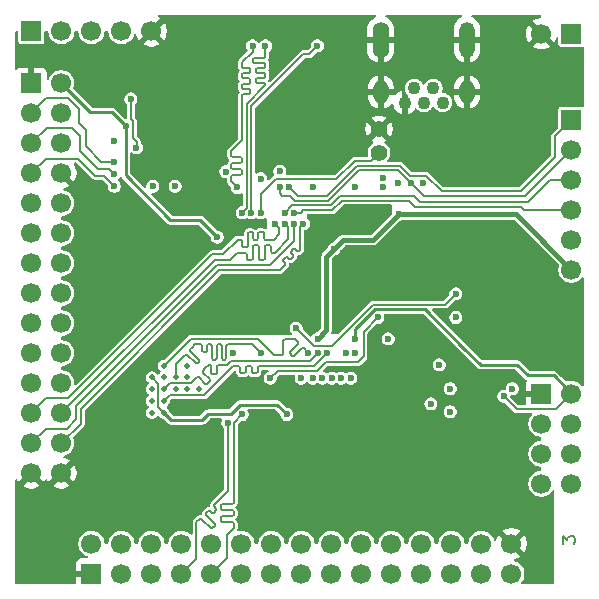
<source format=gbr>
%TF.GenerationSoftware,KiCad,Pcbnew,9.0.0+1*%
%TF.CreationDate,2025-08-24T22:54:41+08:00*%
%TF.ProjectId,cube,63756265-2e6b-4696-9361-645f70636258,rev?*%
%TF.SameCoordinates,Original*%
%TF.FileFunction,Copper,L3,Inr*%
%TF.FilePolarity,Positive*%
%FSLAX46Y46*%
G04 Gerber Fmt 4.6, Leading zero omitted, Abs format (unit mm)*
G04 Created by KiCad (PCBNEW 9.0.0+1) date 2025-08-24 22:54:41*
%MOMM*%
%LPD*%
G01*
G04 APERTURE LIST*
%ADD10C,0.200000*%
%TA.AperFunction,NonConductor*%
%ADD11C,0.200000*%
%TD*%
%TA.AperFunction,ComponentPad*%
%ADD12R,1.700000X1.700000*%
%TD*%
%TA.AperFunction,ComponentPad*%
%ADD13C,1.700000*%
%TD*%
%TA.AperFunction,ComponentPad*%
%ADD14C,1.400000*%
%TD*%
%TA.AperFunction,ComponentPad*%
%ADD15C,1.100000*%
%TD*%
%TA.AperFunction,ComponentPad*%
%ADD16O,1.300000X2.000000*%
%TD*%
%TA.AperFunction,ComponentPad*%
%ADD17O,1.300000X3.050000*%
%TD*%
%TA.AperFunction,ComponentPad*%
%ADD18O,1.400000X3.050000*%
%TD*%
%TA.AperFunction,ViaPad*%
%ADD19C,0.600000*%
%TD*%
%TA.AperFunction,ViaPad*%
%ADD20C,0.500000*%
%TD*%
%TA.AperFunction,Conductor*%
%ADD21C,0.127000*%
%TD*%
%TA.AperFunction,Conductor*%
%ADD22C,0.381000*%
%TD*%
%TA.AperFunction,Conductor*%
%ADD23C,0.254000*%
%TD*%
%TA.AperFunction,Conductor*%
%ADD24C,0.152400*%
%TD*%
G04 APERTURE END LIST*
D10*
D11*
X121892219Y-119213332D02*
X121892219Y-118594285D01*
X121892219Y-118594285D02*
X122273171Y-118927618D01*
X122273171Y-118927618D02*
X122273171Y-118784761D01*
X122273171Y-118784761D02*
X122320790Y-118689523D01*
X122320790Y-118689523D02*
X122368409Y-118641904D01*
X122368409Y-118641904D02*
X122463647Y-118594285D01*
X122463647Y-118594285D02*
X122701742Y-118594285D01*
X122701742Y-118594285D02*
X122796980Y-118641904D01*
X122796980Y-118641904D02*
X122844600Y-118689523D01*
X122844600Y-118689523D02*
X122892219Y-118784761D01*
X122892219Y-118784761D02*
X122892219Y-119070475D01*
X122892219Y-119070475D02*
X122844600Y-119165713D01*
X122844600Y-119165713D02*
X122796980Y-119213332D01*
D12*
%TO.N,GND*%
%TO.C,J6*%
X76869000Y-80236000D03*
D13*
%TO.N,+VIO*%
X79409000Y-80236000D03*
%TO.N,/DEVICE/VSEL_P1*%
X76869000Y-82776000D03*
%TO.N,GND*%
X79409000Y-82776000D03*
%TO.N,/DEVICE/VSEL_P2*%
X76869000Y-85316000D03*
%TO.N,GND*%
X79409000Y-85316000D03*
%TO.N,/DEVICE/VSEL_P3*%
X76869000Y-87856000D03*
%TO.N,GND*%
X79409000Y-87856000D03*
%TO.N,/DEVICE/HAT_I2C_SDA*%
X76869000Y-90396000D03*
%TO.N,/DEVICE/HAT_I2C_SCL*%
X79409000Y-90396000D03*
%TO.N,/DEVICE/GPIO_P0*%
X76869000Y-92936000D03*
%TO.N,/DEVICE/GPIO_P1*%
X79409000Y-92936000D03*
%TO.N,/DEVICE/GPIO_P2*%
X76869000Y-95476000D03*
%TO.N,/DEVICE/GPIO_P3*%
X79409000Y-95476000D03*
%TO.N,/DEVICE/GPIO_P4*%
X76869000Y-98016000D03*
%TO.N,/DEVICE/GPIO_P5*%
X79409000Y-98016000D03*
%TO.N,/DEVICE/GPIO_P6*%
X76869000Y-100556000D03*
%TO.N,/DEVICE/GPIO_P7*%
X79409000Y-100556000D03*
%TO.N,/DEVICE/GPIO_P8*%
X76869000Y-103096000D03*
%TO.N,/DEVICE/GPIO_P9*%
X79409000Y-103096000D03*
%TO.N,/DEVICE/GPIO_P10*%
X76869000Y-105636000D03*
%TO.N,/DEVICE/GPIO_P11*%
X79409000Y-105636000D03*
%TO.N,/DEVICE/GPIO_P12*%
X76869000Y-108176000D03*
%TO.N,/DEVICE/GPIO_P13*%
X79409000Y-108176000D03*
%TO.N,/DEVICE/GPIO_P14*%
X76869000Y-110716000D03*
%TO.N,/DEVICE/GPIO_P15*%
X79409000Y-110716000D03*
%TO.N,GND*%
X76869000Y-113256000D03*
X79409000Y-113256000D03*
%TD*%
D12*
%TO.N,GND*%
%TO.C,J4*%
X120070000Y-106510000D03*
D13*
%TO.N,+1.8V*%
X122610000Y-106510000D03*
%TO.N,/DEVICE/MCU_I2C_SDA*%
X120070000Y-109050000D03*
%TO.N,/DEVICE/MCU_I2C_SCL*%
X122610000Y-109050000D03*
%TO.N,/DEVICE/DP_I2S_BCLK*%
X120070000Y-111590000D03*
%TO.N,/DEVICE/DP_I2S_LRCLK*%
X122610000Y-111590000D03*
%TO.N,/DEVICE/DP_I2S_DATA*%
X120070000Y-114130000D03*
%TO.N,/DEVICE/DP_I2S_OSCLK*%
X122610000Y-114130000D03*
%TD*%
D14*
%TO.N,/DEVICE/D8_RECONFIG*%
%TO.C,CONFIG1*%
X106310000Y-86120000D03*
%TO.N,GND*%
X106310000Y-84120000D03*
%TD*%
D12*
%TO.N,/DEVICE/A2_JTAG_TDO*%
%TO.C,J7*%
X122610000Y-83320000D03*
D13*
%TO.N,/DEVICE/C1_JTAG_TCK*%
X122610000Y-85860000D03*
%TO.N,/DEVICE/B1_JTAG_TMS*%
X122610000Y-88400000D03*
%TO.N,/DEVICE/A3_JTAG_TDI*%
X122610000Y-90940000D03*
%TO.N,GND*%
X122610000Y-93480000D03*
%TO.N,+3.3V*%
X122610000Y-96020000D03*
%TD*%
D12*
%TO.N,+VSYS*%
%TO.C,J10*%
X122610000Y-76030000D03*
D13*
%TO.N,GND*%
X120070000Y-76030000D03*
%TD*%
D12*
%TO.N,unconnected-(J9-Pin_1-Pad1)*%
%TO.C,J9*%
X76890000Y-75826800D03*
D13*
%TO.N,unconnected-(J9-Pin_2-Pad2)*%
X79430000Y-75826800D03*
%TO.N,unconnected-(J9-Pin_3-Pad3)*%
X81970000Y-75826800D03*
%TO.N,unconnected-(J9-Pin_4-Pad4)*%
X84510000Y-75826800D03*
%TO.N,GND*%
X87050000Y-75826800D03*
%TD*%
D15*
%TO.N,Net-(J8-VBUS)*%
%TO.C,J8*%
X111710000Y-81870000D03*
%TO.N,/DEVICE/USBD_N*%
X110910000Y-80670000D03*
%TO.N,/DEVICE/USBD_P*%
X110110000Y-81870000D03*
%TO.N,unconnected-(J8-ID-Pad4)*%
X109310000Y-80670000D03*
%TO.N,GND*%
X108510000Y-81870000D03*
D16*
X113760000Y-80970000D03*
D17*
X113760000Y-76545000D03*
D16*
X106460000Y-80970000D03*
D18*
X106460000Y-76545000D03*
%TD*%
D12*
%TO.N,GND*%
%TO.C,J3*%
X81970000Y-121750000D03*
D13*
%TO.N,/DEVICE/DP_PCLK*%
X81970000Y-119210000D03*
%TO.N,/DEVICE/DP_D23*%
X84510000Y-121750000D03*
%TO.N,/DEVICE/DP_D22*%
X84510000Y-119210000D03*
%TO.N,/DEVICE/DP_D21*%
X87050000Y-121750000D03*
%TO.N,/DEVICE/DP_D20*%
X87050000Y-119210000D03*
%TO.N,/DEVICE/DP_D17*%
X89590000Y-121750000D03*
%TO.N,/DEVICE/DP_D19*%
X89590000Y-119210000D03*
%TO.N,/DEVICE/DP_D16*%
X92130000Y-121750000D03*
%TO.N,/DEVICE/DP_D18*%
X92130000Y-119210000D03*
%TO.N,/DEVICE/DP_D13*%
X94670000Y-121750000D03*
%TO.N,/DEVICE/DP_D15*%
X94670000Y-119210000D03*
%TO.N,/DEVICE/DP_D14*%
X97210000Y-121750000D03*
%TO.N,/DEVICE/DP_D12*%
X97210000Y-119210000D03*
%TO.N,/DEVICE/DP_D11*%
X99750000Y-121750000D03*
%TO.N,/DEVICE/DP_D10*%
X99750000Y-119210000D03*
%TO.N,/DEVICE/DP_D9*%
X102290000Y-121750000D03*
%TO.N,/DEVICE/DP_D8*%
X102290000Y-119210000D03*
%TO.N,/DEVICE/DP_D7*%
X104830000Y-121750000D03*
%TO.N,/DEVICE/DP_D6*%
X104830000Y-119210000D03*
%TO.N,/DEVICE/DP_D5*%
X107370000Y-121750000D03*
%TO.N,/DEVICE/DP_D4*%
X107370000Y-119210000D03*
%TO.N,/DEVICE/DP_D3*%
X109910000Y-121750000D03*
%TO.N,/DEVICE/DP_D2*%
X109910000Y-119210000D03*
%TO.N,/DEVICE/DP_D1*%
X112450000Y-121750000D03*
%TO.N,/DEVICE/DP_D0*%
X112450000Y-119210000D03*
%TO.N,/DEVICE/DP_HSYNC*%
X114990000Y-121750000D03*
%TO.N,/DEVICE/DP_VSYNC*%
X114990000Y-119210000D03*
%TO.N,/DEVICE/DP_DE*%
X117530000Y-121750000D03*
%TO.N,GND*%
X117530000Y-119210000D03*
%TD*%
D19*
%TO.N,GND*%
X109610000Y-106420000D03*
X88110000Y-86570000D03*
X99210000Y-97970000D03*
X102720300Y-100970000D03*
X106760000Y-109720000D03*
X111610000Y-94820000D03*
X101410000Y-115220000D03*
X101120100Y-92138380D03*
X92710000Y-109720000D03*
X93910000Y-79570000D03*
X96410000Y-82570000D03*
X93360000Y-89059900D03*
X87160000Y-82770000D03*
X86110000Y-93270000D03*
X86590010Y-109570000D03*
D20*
X87090000Y-104138382D03*
D19*
X93921740Y-103059900D03*
X100710000Y-100070000D03*
X96319500Y-100970000D03*
X99510000Y-87670000D03*
X100010000Y-78870000D03*
X110560000Y-113520000D03*
X101120100Y-106138380D03*
X90610000Y-93970000D03*
X93510000Y-107470000D03*
X101410000Y-113520000D03*
X110010000Y-92240000D03*
X107810000Y-97970000D03*
X114610000Y-104970000D03*
X91060000Y-90470000D03*
X85260000Y-90020000D03*
X83910000Y-81570000D03*
X91110000Y-83570000D03*
X106210000Y-95970000D03*
X112310000Y-110570000D03*
X90110000Y-75970000D03*
X93910000Y-81970000D03*
X105519380Y-91203140D03*
X85410000Y-105118382D03*
X83910000Y-85115950D03*
X100005000Y-77065000D03*
X116885000Y-101470000D03*
X100721320Y-89059900D03*
X106210000Y-103059900D03*
D20*
X90089990Y-106138372D03*
D19*
X119910000Y-86570000D03*
X89061000Y-91020000D03*
D20*
X90090000Y-104138362D03*
D19*
X92635000Y-92138380D03*
X106760000Y-107970000D03*
X103710000Y-92138380D03*
X87160000Y-81970000D03*
D20*
X89090000Y-108138372D03*
D19*
X117510000Y-112870000D03*
X110010000Y-88715000D03*
X91910000Y-86870000D03*
X104320497Y-89059900D03*
X85910000Y-115820000D03*
X93910000Y-77065000D03*
X82110000Y-109570000D03*
X115110000Y-92265000D03*
X98321020Y-105203140D03*
X81960000Y-91670000D03*
X112860000Y-115820000D03*
X101060000Y-95970000D03*
D20*
X90089990Y-108138372D03*
D19*
X96319500Y-92138382D03*
X122610000Y-101470000D03*
X96410000Y-85420000D03*
X90560000Y-111870000D03*
%TO.N,+3.3V*%
X110710000Y-107390000D03*
X107980000Y-91335000D03*
X107100000Y-101890000D03*
X85780000Y-85689000D03*
X102510000Y-94270000D03*
X89061000Y-88970000D03*
X101110000Y-101870000D03*
X85310000Y-81570000D03*
%TO.N,+VIO*%
X92635000Y-93270000D03*
X84870120Y-83816000D03*
D20*
%TO.N,+1.8V*%
X90090000Y-105138362D03*
D19*
X116885000Y-106745000D03*
X98520000Y-108281620D03*
D20*
X87089990Y-105138362D03*
D19*
X104320497Y-101870000D03*
X99720000Y-105203142D03*
D20*
X88090000Y-108138362D03*
D19*
%TO.N,+VSYS*%
X106660000Y-89020000D03*
X106660000Y-88295000D03*
%TO.N,/DEVICE/D8_RECONFIG*%
X96319500Y-91203140D03*
X107890000Y-88700000D03*
%TO.N,/DEVICE/D7_DONE*%
X112810000Y-98070000D03*
X99310000Y-100970000D03*
%TO.N,/DEVICE/DP_D10*%
X102321520Y-105203140D03*
%TO.N,/DEVICE/DP_D12*%
X101521420Y-105203140D03*
%TO.N,/DEVICE/RAM_D2*%
X96319500Y-103059900D03*
D20*
X89089990Y-105138362D03*
D19*
%TO.N,/DEVICE/DP_D6*%
X103520400Y-103059900D03*
%TO.N,/DEVICE/DP_D17*%
X93510000Y-108970000D03*
D20*
%TO.N,/DEVICE/RAM_D3*%
X88089990Y-105138362D03*
%TO.N,/DEVICE/RAM_RWDS*%
X89090000Y-106138372D03*
D19*
%TO.N,/DEVICE/RAM_CLK*%
X100721320Y-105203140D03*
D20*
%TO.N,/DEVICE/RAM_CS*%
X91090000Y-106138362D03*
%TO.N,/DEVICE/RAM_D6*%
X87090000Y-107138372D03*
D19*
%TO.N,/DEVICE/E8_READY*%
X97119600Y-105203140D03*
X112810000Y-100070000D03*
X106210000Y-100070000D03*
D20*
%TO.N,/DEVICE/RAM_D0*%
X88089990Y-106138362D03*
D19*
X101120100Y-103059900D03*
%TO.N,/DEVICE/DP_D16*%
X94719300Y-108281620D03*
D20*
%TO.N,/DEVICE/RAM_D5*%
X87090000Y-106138372D03*
%TO.N,/DEVICE/RAM_D4*%
X88089990Y-104138362D03*
D19*
X100320000Y-103059900D03*
%TO.N,/DEVICE/DP_D9*%
X103921722Y-105203140D03*
D20*
%TO.N,/DEVICE/RAM_D1*%
X88090000Y-107138362D03*
D19*
X101920200Y-103059902D03*
%TO.N,/DEVICE/DP_D4*%
X104320497Y-103059900D03*
%TO.N,/DEVICE/DP_D8*%
X103121620Y-105203140D03*
D20*
%TO.N,/DEVICE/RAM_D7*%
X87090000Y-108138362D03*
D19*
%TO.N,/DEVICE/A2_JTAG_TDO*%
X98719800Y-89059900D03*
%TO.N,/DEVICE/C1_JTAG_TCK*%
X108985000Y-88715000D03*
X97919700Y-89059900D03*
%TO.N,/DEVICE/SD_DAT0*%
X95519397Y-91203140D03*
X101105000Y-77065000D03*
%TO.N,/DEVICE/GPIO_P14*%
X99121120Y-92138380D03*
%TO.N,/DEVICE/SD_CMD*%
X96705000Y-77065000D03*
X94719300Y-91203140D03*
%TO.N,/DEVICE/GPIO_P13*%
X98321020Y-92138380D03*
%TO.N,/DEVICE/SD_PWRON*%
X87160000Y-88970000D03*
X93360000Y-87720000D03*
%TO.N,/DEVICE/SD_DAT3*%
X95605000Y-77065000D03*
X94320520Y-89059900D03*
%TO.N,/DEVICE/A3_JTAG_TDI*%
X99121120Y-91203140D03*
%TO.N,/DEVICE/B1_JTAG_TMS*%
X98321020Y-91203140D03*
%TO.N,/DEVICE/HAT_I2C_SCL*%
X96310000Y-88320000D03*
X112335000Y-106095000D03*
%TO.N,/DEVICE/GPIO_P12*%
X97520920Y-92138380D03*
%TO.N,/DEVICE/HAT_I2C_SDA*%
X112335000Y-108045000D03*
X97919700Y-87670000D03*
%TO.N,/DEVICE/GPIO_P15*%
X99921220Y-92138380D03*
%TO.N,/DEVICE/VSEL_P1*%
X83910000Y-86870000D03*
%TO.N,/DEVICE/VSEL_P3*%
X83910000Y-88970000D03*
%TO.N,/DEVICE/VSEL_P2*%
X83910000Y-87920000D03*
%TO.N,/DEVICE/MCU_I2C_SCL*%
X117610000Y-106095000D03*
%TO.N,/DEVICE/DP_I2S_OSCLK*%
X111410000Y-104070000D03*
%TD*%
D21*
%TO.N,+3.3V*%
X85810000Y-85170000D02*
X85810000Y-85770000D01*
X85510000Y-84870000D02*
X85810000Y-85170000D01*
D22*
X101860000Y-101120000D02*
X101110000Y-101870000D01*
D21*
X85310000Y-83270000D02*
X85510000Y-83470000D01*
D22*
X105795000Y-93520000D02*
X107980000Y-91335000D01*
X102510000Y-94270000D02*
X101860000Y-94920000D01*
X117925000Y-91335000D02*
X122610000Y-96020000D01*
X101860000Y-94920000D02*
X101860000Y-101120000D01*
X103260000Y-93520000D02*
X105795000Y-93520000D01*
D21*
X85510000Y-83470000D02*
X85510000Y-84870000D01*
D22*
X107980000Y-91335000D02*
X117925000Y-91335000D01*
D21*
X85310000Y-81570000D02*
X85310000Y-83270000D01*
D22*
X103260000Y-93520000D02*
X102510000Y-94270000D01*
D23*
%TO.N,+VIO*%
X84870120Y-83816000D02*
X83749120Y-82695000D01*
X81868000Y-82695000D02*
X79409000Y-80236000D01*
X91185000Y-91820000D02*
X92635000Y-93270000D01*
X84870120Y-83816000D02*
X84870120Y-88030120D01*
X83749120Y-82695000D02*
X81868000Y-82695000D01*
X88660000Y-91820000D02*
X91185000Y-91820000D01*
X84870120Y-88030120D02*
X88660000Y-91820000D01*
%TO.N,+1.8V*%
X88721638Y-108770000D02*
X91310000Y-108770000D01*
X122610000Y-106470000D02*
X121110000Y-104970000D01*
X121110000Y-104970000D02*
X118910000Y-104970000D01*
X114910000Y-104070000D02*
X118010000Y-104070000D01*
X88090000Y-108138362D02*
X88721638Y-108770000D01*
X93760000Y-108220000D02*
X94510000Y-107470000D01*
X97708380Y-107470000D02*
X98520000Y-108281620D01*
X94510000Y-107470000D02*
X97708380Y-107470000D01*
X110214200Y-99374200D02*
X113460000Y-102620000D01*
X113460000Y-102620000D02*
X114910000Y-104070000D01*
X105955800Y-99374200D02*
X110214200Y-99374200D01*
D24*
X87610000Y-105658372D02*
X87610000Y-107658362D01*
D23*
X104320497Y-101009503D02*
X105955800Y-99374200D01*
X91860000Y-108220000D02*
X93760000Y-108220000D01*
X118910000Y-104970000D02*
X118010000Y-104070000D01*
D24*
X121300000Y-107820000D02*
X122610000Y-106510000D01*
D23*
X104320497Y-101870000D02*
X104320497Y-101009503D01*
D24*
X117960000Y-107820000D02*
X121300000Y-107820000D01*
D23*
X91310000Y-108770000D02*
X91860000Y-108220000D01*
D24*
X87089990Y-105138362D02*
X87610000Y-105658372D01*
X87610000Y-107658362D02*
X88090000Y-108138362D01*
X116885000Y-106745000D02*
X117960000Y-107820000D01*
%TO.N,/DEVICE/D8_RECONFIG*%
X102710000Y-88370000D02*
X104260000Y-86820000D01*
X105610000Y-86820000D02*
X106310000Y-86120000D01*
X96319500Y-91203140D02*
X96319500Y-89610500D01*
X97560000Y-88370000D02*
X102710000Y-88370000D01*
X104260000Y-86820000D02*
X105610000Y-86820000D01*
X96319500Y-89610500D02*
X97560000Y-88370000D01*
%TO.N,/DEVICE/D7_DONE*%
X102310000Y-102470000D02*
X105810000Y-98970000D01*
X111910000Y-98970000D02*
X112810000Y-98070000D01*
X105810000Y-98970000D02*
X111910000Y-98970000D01*
X100810000Y-102470000D02*
X102310000Y-102470000D01*
X99310000Y-100970000D02*
X100810000Y-102470000D01*
%TO.N,/DEVICE/RAM_D2*%
X89089990Y-105138362D02*
X89089990Y-103990010D01*
X90796428Y-103957480D02*
X90970376Y-103957480D01*
X93393000Y-103503632D02*
X93393000Y-102443000D01*
X92573000Y-103503632D02*
X92573000Y-102443000D01*
X92573000Y-102443000D02*
X92696000Y-102320000D01*
X92983000Y-102443000D02*
X92983000Y-103503632D01*
X94210000Y-102320000D02*
X95579600Y-102320000D01*
X89089990Y-103990010D02*
X89872500Y-103207500D01*
X95579600Y-102320000D02*
X96319500Y-103059900D01*
X91343000Y-102903630D02*
X91466000Y-103026630D01*
X92983000Y-103503632D02*
X93106000Y-103626632D01*
X92163000Y-102443000D02*
X92163000Y-103503632D01*
X91466000Y-103026630D02*
X91630000Y-103026630D01*
X91876000Y-102320000D02*
X92040000Y-102320000D01*
X92286000Y-103626632D02*
X92450000Y-103626632D01*
X91086341Y-103667566D02*
X90336360Y-102917585D01*
X93393000Y-102443000D02*
X93516000Y-102320000D01*
X90046448Y-103207500D02*
X90796428Y-103957480D01*
X91753000Y-102443000D02*
X91876000Y-102320000D01*
X90970376Y-103957480D02*
X91086341Y-103841514D01*
X93516000Y-102320000D02*
X94210000Y-102320000D01*
X91753000Y-102903630D02*
X91753000Y-102443000D01*
X93106000Y-103626632D02*
X93270000Y-103626632D01*
X90336360Y-102917585D02*
X90336360Y-102743637D01*
X90760000Y-102320000D02*
X91220000Y-102320000D01*
X90452327Y-102627672D02*
X90760000Y-102320000D01*
X92696000Y-102320000D02*
X92860000Y-102320000D01*
X91220000Y-102320000D02*
X91343000Y-102443000D01*
X92040000Y-102320000D02*
X92163000Y-102443000D01*
X92450000Y-103626632D02*
X92573000Y-103503632D01*
X93270000Y-103626632D02*
X93393000Y-103503632D01*
X91086341Y-103841514D02*
X91086341Y-103667566D01*
X90336360Y-102743637D02*
X90452327Y-102627672D01*
X92163000Y-103503632D02*
X92286000Y-103626632D01*
X91630000Y-103026630D02*
X91753000Y-102903630D01*
X91343000Y-102443000D02*
X91343000Y-102903630D01*
X89872500Y-103207500D02*
X90046448Y-103207500D01*
X92860000Y-102320000D02*
X92983000Y-102443000D01*
%TO.N,/DEVICE/DP_D17*%
X92359083Y-116064602D02*
X92545388Y-116250907D01*
X92428000Y-117714046D02*
X92212473Y-117929574D01*
X91999875Y-116423813D02*
X91856191Y-116423813D01*
X92359084Y-115920916D02*
X92359083Y-116064602D01*
X92068789Y-117929574D02*
X91281452Y-117142237D01*
X93510000Y-108970000D02*
X93510000Y-114770000D01*
X92545388Y-116394591D02*
X92329863Y-116610117D01*
X91281452Y-117142237D02*
X91137768Y-117142236D01*
X91137768Y-117142236D02*
X90860000Y-117420000D01*
X90860000Y-120480000D02*
X89590000Y-121750000D01*
X92427999Y-117570362D02*
X92428000Y-117714046D01*
X92545388Y-116250907D02*
X92545388Y-116394591D01*
X92329863Y-116610117D02*
X92186179Y-116610117D01*
X91640661Y-116783024D02*
X92427999Y-117570362D01*
X90860000Y-117420000D02*
X90860000Y-117489366D01*
X91640662Y-116639338D02*
X91640661Y-116783024D01*
X93510000Y-114770000D02*
X92359084Y-115920916D01*
X91856191Y-116423813D02*
X91640662Y-116639338D01*
X92186179Y-116610117D02*
X91999875Y-116423813D01*
X90860000Y-117489366D02*
X90860000Y-120480000D01*
X92212473Y-117929574D02*
X92068789Y-117929574D01*
%TO.N,/DEVICE/E8_READY*%
X97752740Y-104570000D02*
X101085000Y-104570000D01*
X97119600Y-105203140D02*
X97752740Y-104570000D01*
X104560000Y-103820000D02*
X105010000Y-103370000D01*
X101835000Y-103820000D02*
X104560000Y-103820000D01*
X105010000Y-103370000D02*
X105010000Y-101270000D01*
X101085000Y-104570000D02*
X101835000Y-103820000D01*
X105010000Y-101270000D02*
X106210000Y-100070000D01*
%TO.N,/DEVICE/RAM_D0*%
X88608352Y-105620000D02*
X90360000Y-105620000D01*
X93472500Y-104070000D02*
X93822500Y-103720000D01*
X92720872Y-104070000D02*
X93313932Y-104070000D01*
X100460000Y-103720000D02*
X101120100Y-103059900D01*
X92212872Y-104863584D02*
X92517672Y-104863584D01*
X92009672Y-104070000D02*
X92111272Y-104171600D01*
X91034408Y-105089276D02*
X91619043Y-105673911D01*
X91978253Y-105314700D02*
X91393617Y-104730064D01*
X92111272Y-104761984D02*
X92212872Y-104863584D01*
X88089990Y-106138362D02*
X88608352Y-105620000D01*
X91610000Y-104370000D02*
X91910000Y-104070000D01*
X90360000Y-105620000D02*
X90890724Y-105089276D01*
X92619272Y-104761984D02*
X92619272Y-104171600D01*
X91978253Y-105458384D02*
X91978253Y-105314700D01*
X92517672Y-104863584D02*
X92619272Y-104761984D01*
X92619272Y-104171600D02*
X92720872Y-104070000D01*
X91619043Y-105673911D02*
X91762727Y-105673911D01*
X91910000Y-104070000D02*
X92009672Y-104070000D01*
X93822500Y-103720000D02*
X100460000Y-103720000D01*
X91393617Y-104586380D02*
X91610000Y-104370000D01*
X91393617Y-104730064D02*
X91393617Y-104586380D01*
X92111272Y-104171600D02*
X92111272Y-104761984D01*
X93313932Y-104070000D02*
X93472500Y-104070000D01*
X90890724Y-105089276D02*
X91034408Y-105089276D01*
X91762727Y-105673911D02*
X91978253Y-105458384D01*
%TO.N,/DEVICE/DP_D16*%
X94010000Y-116460232D02*
X93908400Y-116358632D01*
X92896597Y-116968232D02*
X92998197Y-116866632D01*
X94010000Y-116765032D02*
X94010000Y-116460232D01*
X92896597Y-117273032D02*
X92896597Y-116968232D01*
X94010000Y-115749032D02*
X94010000Y-114980809D01*
X94010000Y-108990920D02*
X94719300Y-108281620D01*
X92998197Y-115850632D02*
X93908400Y-115850632D01*
X93908400Y-116358632D02*
X92998197Y-116358632D01*
X92130000Y-121750000D02*
X93410000Y-120470000D01*
X92896597Y-115952232D02*
X92998197Y-115850632D01*
X93908400Y-116866632D02*
X94010000Y-116765032D01*
X94010000Y-117476232D02*
X93908400Y-117374632D01*
X92998197Y-116866632D02*
X93908400Y-116866632D01*
X93410000Y-118470000D02*
X94010000Y-117870000D01*
X93410000Y-120470000D02*
X93410000Y-118470000D01*
X94010000Y-117870000D02*
X94010000Y-117476232D01*
X92896597Y-116257032D02*
X92896597Y-115952232D01*
X92998197Y-117374632D02*
X92896597Y-117273032D01*
X92998197Y-116358632D02*
X92896597Y-116257032D01*
X94010000Y-114980809D02*
X94010000Y-108990920D01*
X93908400Y-117374632D02*
X92998197Y-117374632D01*
X93908400Y-115850632D02*
X94010000Y-115749032D01*
%TO.N,/DEVICE/RAM_D4*%
X90358352Y-101870000D02*
X88089990Y-104138362D01*
X99424908Y-102164809D02*
X99165535Y-101905435D01*
X98773907Y-103103181D02*
X98773907Y-102959497D01*
X99165535Y-101905435D02*
X99130100Y-101870000D01*
X98210000Y-103120000D02*
X98060000Y-103270000D01*
X98360000Y-101870000D02*
X98210000Y-102020000D01*
X98989434Y-103318708D02*
X98773907Y-103103181D01*
X99784120Y-102667705D02*
X99133118Y-103318708D01*
X99130100Y-101870000D02*
X98360000Y-101870000D01*
X97460000Y-103270000D02*
X96060000Y-101870000D01*
X98773907Y-102959497D02*
X99424908Y-102308493D01*
X99927806Y-102667706D02*
X99784120Y-102667705D01*
X99133118Y-103318708D02*
X98989434Y-103318708D01*
X99424908Y-102308493D02*
X99424908Y-102164809D01*
X100320000Y-103059900D02*
X99927806Y-102667706D01*
X98210000Y-102020000D02*
X98210000Y-103120000D01*
X96060000Y-101870000D02*
X90358352Y-101870000D01*
X98060000Y-103270000D02*
X97460000Y-103270000D01*
%TO.N,/DEVICE/RAM_D1*%
X93985000Y-104170000D02*
X94410000Y-104170000D01*
X94613200Y-104778220D02*
X94918000Y-104778220D01*
X96035600Y-104676604D02*
X96035600Y-104271600D01*
X95527600Y-104271600D02*
X95527600Y-104676604D01*
X96137200Y-104170000D02*
X96676342Y-104170000D01*
X95934000Y-104778204D02*
X96035600Y-104676604D01*
X94511600Y-104271600D02*
X94511600Y-104676620D01*
X95426000Y-104170000D02*
X95527600Y-104271600D01*
X95019600Y-104676620D02*
X95019600Y-104271600D01*
X95121200Y-104170000D02*
X95426000Y-104170000D01*
X95629200Y-104778204D02*
X95934000Y-104778204D01*
X94410000Y-104170000D02*
X94511600Y-104271600D01*
X96676342Y-104170000D02*
X100810102Y-104170000D01*
X91510000Y-106645000D02*
X93985000Y-104170000D01*
X100810102Y-104170000D02*
X101920200Y-103059902D01*
X94918000Y-104778220D02*
X95019600Y-104676620D01*
X88583362Y-106645000D02*
X91510000Y-106645000D01*
X95527600Y-104676604D02*
X95629200Y-104778204D01*
X88090000Y-107138362D02*
X88583362Y-106645000D01*
X94511600Y-104676620D02*
X94613200Y-104778220D01*
X95019600Y-104271600D02*
X95121200Y-104170000D01*
X96035600Y-104271600D02*
X96137200Y-104170000D01*
%TO.N,/DEVICE/A2_JTAG_TDO*%
X118310000Y-89370000D02*
X121235000Y-86445000D01*
X121235000Y-86445000D02*
X121235000Y-84695000D01*
X108060000Y-87220000D02*
X108910000Y-88070000D01*
X108910000Y-88070000D02*
X110310000Y-88070000D01*
X104460000Y-87220000D02*
X108060000Y-87220000D01*
X111610000Y-89370000D02*
X118310000Y-89370000D01*
X101910000Y-89770000D02*
X104460000Y-87220000D01*
X98719800Y-89059900D02*
X99429900Y-89770000D01*
X121235000Y-84695000D02*
X122610000Y-83320000D01*
X110310000Y-88070000D02*
X111610000Y-89370000D01*
X99429900Y-89770000D02*
X101910000Y-89770000D01*
%TO.N,/DEVICE/C1_JTAG_TCK*%
X108985000Y-88715000D02*
X110090000Y-89820000D01*
X107890000Y-87620000D02*
X108985000Y-88715000D01*
X118650000Y-89820000D02*
X122610000Y-85860000D01*
X110090000Y-89820000D02*
X118650000Y-89820000D01*
X97919700Y-89059900D02*
X97919700Y-89529700D01*
X99185000Y-90170000D02*
X102035000Y-90170000D01*
X98760000Y-89745000D02*
X99185000Y-90170000D01*
X98135000Y-89745000D02*
X98760000Y-89745000D01*
X97919700Y-89529700D02*
X98135000Y-89745000D01*
X104585000Y-87620000D02*
X107890000Y-87620000D01*
X102035000Y-90170000D02*
X104585000Y-87620000D01*
%TO.N,/DEVICE/SD_DAT0*%
X100400000Y-77770000D02*
X101105000Y-77065000D01*
X95519397Y-91203140D02*
X95519397Y-82160603D01*
X95519397Y-82160603D02*
X99910000Y-77770000D01*
X99910000Y-77770000D02*
X100400000Y-77770000D01*
%TO.N,/DEVICE/GPIO_P14*%
X76869000Y-110716000D02*
X78115000Y-109470000D01*
X92610000Y-95620000D02*
X97099078Y-95620000D01*
X99121120Y-93597958D02*
X99121120Y-92138380D01*
X97099078Y-95620000D02*
X99121120Y-93597958D01*
X80660000Y-107570000D02*
X92610000Y-95620000D01*
X80660000Y-108670000D02*
X80660000Y-107570000D01*
X78115000Y-109470000D02*
X79860000Y-109470000D01*
X79860000Y-109470000D02*
X80660000Y-108670000D01*
%TO.N,/DEVICE/SD_CMD*%
X96705000Y-80299375D02*
X96619000Y-80213375D01*
X94719300Y-91203140D02*
X95110000Y-90812440D01*
X96705000Y-78837375D02*
X96705000Y-78579375D01*
X96619000Y-78063375D02*
X96705000Y-77977375D01*
X96013954Y-79783375D02*
X96619000Y-79783375D01*
X95927954Y-79009375D02*
X96013954Y-78923375D01*
X96013954Y-80213375D02*
X95927954Y-80127375D01*
X96619000Y-78493375D02*
X95763963Y-78493375D01*
X95677963Y-78407375D02*
X95677963Y-78149375D01*
X95763963Y-78063375D02*
X96619000Y-78063375D01*
X95927954Y-79869375D02*
X96013954Y-79783375D01*
X96705000Y-79439375D02*
X96619000Y-79353375D01*
X95110000Y-81970000D02*
X96705000Y-80375000D01*
X96705000Y-79697375D02*
X96705000Y-79439375D01*
X96705000Y-78579375D02*
X96619000Y-78493375D01*
X96705000Y-80375000D02*
X96705000Y-80299375D01*
X95927954Y-80127375D02*
X95927954Y-79869375D01*
X96705000Y-77977375D02*
X96705000Y-77507863D01*
X96013954Y-78923375D02*
X96619000Y-78923375D01*
X95677963Y-78149375D02*
X95763963Y-78063375D01*
X96619000Y-79353375D02*
X96013954Y-79353375D01*
X95110000Y-90812440D02*
X95110000Y-81970000D01*
X96619000Y-79783375D02*
X96705000Y-79697375D01*
X96619000Y-78923375D02*
X96705000Y-78837375D01*
X95927954Y-79267375D02*
X95927954Y-79009375D01*
X95763963Y-78493375D02*
X95677963Y-78407375D01*
X96619000Y-80213375D02*
X96013954Y-80213375D01*
X96705000Y-77507863D02*
X96705000Y-77065000D01*
X96013954Y-79353375D02*
X95927954Y-79267375D01*
%TO.N,/DEVICE/GPIO_P13*%
X95099903Y-94671600D02*
X94998303Y-94570000D01*
X96725503Y-93897979D02*
X96623903Y-93999579D01*
X95607903Y-95140421D02*
X95506303Y-95242021D01*
X96217503Y-95242021D02*
X96115903Y-95140421D01*
X98321020Y-92138380D02*
X98610000Y-92427360D01*
X96522303Y-95242021D02*
X96217503Y-95242021D01*
X97499080Y-94570000D02*
X97233503Y-94570000D01*
X95709503Y-93897963D02*
X95607903Y-93999563D01*
X97131903Y-94468400D02*
X97131903Y-93999579D01*
X97131903Y-93999579D02*
X97030303Y-93897979D01*
X94270660Y-94570000D02*
X93670660Y-95170000D01*
X97030303Y-93897979D02*
X96725503Y-93897979D01*
X96115903Y-93999563D02*
X96014303Y-93897963D01*
X93670660Y-95170000D02*
X92415000Y-95170000D01*
X96115903Y-95140421D02*
X96115903Y-93999563D01*
X98610000Y-93459080D02*
X97499080Y-94570000D01*
X97233503Y-94570000D02*
X97131903Y-94468400D01*
X95099903Y-95140421D02*
X95099903Y-94671600D01*
X92415000Y-95170000D02*
X79409000Y-108176000D01*
X98610000Y-92427360D02*
X98610000Y-93459080D01*
X94998303Y-94570000D02*
X94370660Y-94570000D01*
X96623903Y-93999579D02*
X96623903Y-95140421D01*
X95506303Y-95242021D02*
X95201503Y-95242021D01*
X94370660Y-94570000D02*
X94270660Y-94570000D01*
X95201503Y-95242021D02*
X95099903Y-95140421D01*
X95607903Y-93999563D02*
X95607903Y-95140421D01*
X96014303Y-93897963D02*
X95709503Y-93897963D01*
X96623903Y-95140421D02*
X96522303Y-95242021D01*
%TO.N,/DEVICE/SD_PWRON*%
X93260000Y-87720000D02*
X93360000Y-87620000D01*
%TO.N,/DEVICE/SD_DAT3*%
X94585456Y-87485309D02*
X93911600Y-87485309D01*
X94585456Y-86977309D02*
X94687056Y-86875709D01*
X94687056Y-87586909D02*
X94585456Y-87485309D01*
X93810000Y-88549380D02*
X93810000Y-88094909D01*
X94710000Y-80640000D02*
X94710000Y-80370000D01*
X95404843Y-80190000D02*
X95404843Y-79920000D01*
X94585456Y-87993309D02*
X94687056Y-87891709D01*
X93810000Y-85970000D02*
X94710000Y-85070000D01*
X94710000Y-81270000D02*
X94800000Y-81180000D01*
X95404843Y-79290000D02*
X95404843Y-79020000D01*
X94800000Y-78930000D02*
X94710000Y-78840000D01*
X94687056Y-87891709D02*
X94687056Y-87586909D01*
X94710000Y-80370000D02*
X94800000Y-80280000D01*
X93810000Y-87078909D02*
X93911600Y-86977309D01*
X94687056Y-86875709D02*
X94687056Y-86570909D01*
X94710000Y-78840000D02*
X94710000Y-78470000D01*
X94800000Y-79830000D02*
X94710000Y-79740000D01*
X94585456Y-86469309D02*
X93911600Y-86469309D01*
X95404843Y-81090000D02*
X95404843Y-80820000D01*
X94800000Y-79380000D02*
X95314843Y-79380000D01*
X93810000Y-86367709D02*
X93810000Y-85970000D01*
X94710000Y-85070000D02*
X94710000Y-81270000D01*
X95314843Y-79380000D02*
X95404843Y-79290000D01*
X95404843Y-79020000D02*
X95314843Y-78930000D01*
X95404843Y-80820000D02*
X95314843Y-80730000D01*
X95605000Y-77575000D02*
X95605000Y-77065000D01*
X93911600Y-86469309D02*
X93810000Y-86367709D01*
X95314843Y-79830000D02*
X94800000Y-79830000D01*
X95404843Y-79920000D02*
X95314843Y-79830000D01*
X95314843Y-80730000D02*
X94800000Y-80730000D01*
X93810000Y-87383709D02*
X93810000Y-87078909D01*
X94800000Y-80730000D02*
X94710000Y-80640000D01*
X94800000Y-81180000D02*
X95314843Y-81180000D01*
X95314843Y-81180000D02*
X95404843Y-81090000D01*
X94710000Y-79470000D02*
X94800000Y-79380000D01*
X94320520Y-89059900D02*
X93810000Y-88549380D01*
X93911600Y-87485309D02*
X93810000Y-87383709D01*
X95314843Y-78930000D02*
X94800000Y-78930000D01*
X94800000Y-80280000D02*
X95314843Y-80280000D01*
X93911600Y-87993309D02*
X94585456Y-87993309D01*
X93810000Y-88094909D02*
X93911600Y-87993309D01*
X94687056Y-86570909D02*
X94585456Y-86469309D01*
X94710000Y-78470000D02*
X95605000Y-77575000D01*
X93911600Y-86977309D02*
X94585456Y-86977309D01*
X95314843Y-80280000D02*
X95404843Y-80190000D01*
X94710000Y-79740000D02*
X94710000Y-79470000D01*
%TO.N,/DEVICE/A3_JTAG_TDI*%
X118373926Y-90720000D02*
X109385000Y-90720000D01*
X99676860Y-91203140D02*
X99121120Y-91203140D01*
X109385000Y-90720000D02*
X108835000Y-90170000D01*
X102360000Y-90970000D02*
X99910000Y-90970000D01*
X99910000Y-90970000D02*
X99676860Y-91203140D01*
X118593926Y-90940000D02*
X118373926Y-90720000D01*
X103160000Y-90170000D02*
X102360000Y-90970000D01*
X122610000Y-90940000D02*
X118593926Y-90940000D01*
X108835000Y-90170000D02*
X103160000Y-90170000D01*
%TO.N,/DEVICE/B1_JTAG_TMS*%
X109760000Y-90270000D02*
X109260000Y-89770000D01*
X120830000Y-88400000D02*
X118960000Y-90270000D01*
X118960000Y-90270000D02*
X109760000Y-90270000D01*
X103010000Y-89770000D02*
X102210000Y-90570000D01*
X109260000Y-89770000D02*
X103010000Y-89770000D01*
X102210000Y-90570000D02*
X98954160Y-90570000D01*
X98954160Y-90570000D02*
X98321020Y-91203140D01*
X122610000Y-88400000D02*
X120830000Y-88400000D01*
%TO.N,/DEVICE/GPIO_P12*%
X95650000Y-92934230D02*
X95650000Y-93380000D01*
X96010000Y-93470000D02*
X96100000Y-93380000D01*
X97860000Y-93020000D02*
X97860000Y-92477460D01*
X94360000Y-93470000D02*
X94660000Y-93470000D01*
X95110000Y-94095792D02*
X95200000Y-94005792D01*
X93110000Y-94720000D02*
X94360000Y-93470000D01*
X95560000Y-92844230D02*
X95650000Y-92934230D01*
X94750000Y-94005792D02*
X94840000Y-94095792D01*
X95740000Y-93470000D02*
X96010000Y-93470000D01*
X96100000Y-92934208D02*
X96190000Y-92844208D01*
X96640000Y-93470000D02*
X97348404Y-93470000D01*
X94750000Y-93560000D02*
X94750000Y-94005792D01*
X96190000Y-92844208D02*
X96460000Y-92844208D01*
X94840000Y-94095792D02*
X95110000Y-94095792D01*
X95650000Y-93380000D02*
X95740000Y-93470000D01*
X96550000Y-93380000D02*
X96640000Y-93470000D01*
X96100000Y-93380000D02*
X96100000Y-92934208D01*
X96460000Y-92844208D02*
X96550000Y-92934208D01*
X78125000Y-106920000D02*
X80010000Y-106920000D01*
X94660000Y-93470000D02*
X94750000Y-93560000D01*
X80010000Y-106920000D02*
X92210000Y-94720000D01*
X95200000Y-92934230D02*
X95290000Y-92844230D01*
X95200000Y-94005792D02*
X95200000Y-92934230D01*
X97410000Y-93470000D02*
X97860000Y-93020000D01*
X95290000Y-92844230D02*
X95560000Y-92844230D01*
X92210000Y-94720000D02*
X93110000Y-94720000D01*
X76869000Y-108176000D02*
X78125000Y-106920000D01*
X96550000Y-92934208D02*
X96550000Y-93380000D01*
X97348404Y-93470000D02*
X97410000Y-93470000D01*
X97860000Y-92477460D02*
X97520920Y-92138380D01*
%TO.N,/DEVICE/GPIO_P15*%
X98873602Y-94498284D02*
X98873602Y-94631220D01*
X98541262Y-94963561D02*
X98408326Y-94963561D01*
X99044721Y-94802339D02*
X99044721Y-94935275D01*
X99610000Y-92449600D02*
X99610000Y-94370000D01*
X98380040Y-95467020D02*
X98380040Y-95599956D01*
X98408326Y-94963561D02*
X98208921Y-95162965D01*
X99044721Y-94935275D02*
X98845319Y-95134681D01*
X99610000Y-94370000D02*
X99510000Y-94470000D01*
X99377063Y-94470000D02*
X99205943Y-94298880D01*
X98160000Y-95820000D02*
X97910000Y-96070000D01*
X98208921Y-95162965D02*
X98208921Y-95295901D01*
X81060000Y-109065000D02*
X79409000Y-110716000D01*
X98873602Y-94631220D02*
X99044721Y-94802339D01*
X92810000Y-96070000D02*
X81060000Y-107820000D01*
X99510000Y-94470000D02*
X99377063Y-94470000D01*
X99205943Y-94298880D02*
X99073007Y-94298880D01*
X98208921Y-95295901D02*
X98380040Y-95467020D01*
X99921220Y-92138380D02*
X99610000Y-92449600D01*
X98845319Y-95134681D02*
X98712382Y-95134681D01*
X98380040Y-95599956D02*
X98160000Y-95820000D01*
X99073007Y-94298880D02*
X98873602Y-94498284D01*
X98712382Y-95134681D02*
X98541262Y-94963561D01*
X81060000Y-107820000D02*
X81060000Y-109065000D01*
X97910000Y-96070000D02*
X92810000Y-96070000D01*
%TO.N,/DEVICE/VSEL_P1*%
X78125000Y-81520000D02*
X76869000Y-82776000D01*
X82810000Y-86870000D02*
X81510000Y-85570000D01*
X81510000Y-84170000D02*
X80910000Y-83570000D01*
X83910000Y-86870000D02*
X82810000Y-86870000D01*
X81510000Y-85570000D02*
X81510000Y-84170000D01*
X80010000Y-81520000D02*
X78125000Y-81520000D01*
X80910000Y-82420000D02*
X80010000Y-81520000D01*
X80910000Y-83570000D02*
X80910000Y-82420000D01*
%TO.N,/DEVICE/VSEL_P3*%
X83010000Y-88070000D02*
X83910000Y-88970000D01*
X76869000Y-87856000D02*
X78105000Y-86620000D01*
X78105000Y-86620000D02*
X80860000Y-86620000D01*
X80860000Y-86620000D02*
X82310000Y-88070000D01*
X82310000Y-88070000D02*
X83010000Y-88070000D01*
%TO.N,/DEVICE/VSEL_P2*%
X81010000Y-84670000D02*
X81010000Y-85970000D01*
X83460000Y-87470000D02*
X83910000Y-87920000D01*
X78165000Y-84020000D02*
X80360000Y-84020000D01*
X76869000Y-85316000D02*
X78165000Y-84020000D01*
X81010000Y-85970000D02*
X82510000Y-87470000D01*
X80360000Y-84020000D02*
X81010000Y-84670000D01*
X82510000Y-87470000D02*
X83460000Y-87470000D01*
%TD*%
%TA.AperFunction,Conductor*%
%TO.N,GND*%
G36*
X107377791Y-90515607D02*
G01*
X107413755Y-90565107D01*
X107418600Y-90595700D01*
X107418600Y-91121636D01*
X107426295Y-91136740D01*
X107439319Y-91152823D01*
X107439872Y-91163387D01*
X107444676Y-91172815D01*
X107442522Y-91213924D01*
X107437833Y-91231426D01*
X107436620Y-91235952D01*
X107410997Y-91280333D01*
X105641328Y-93050004D01*
X105586811Y-93077781D01*
X105571324Y-93079000D01*
X103201941Y-93079000D01*
X103127167Y-93099036D01*
X103089779Y-93109054D01*
X103033269Y-93141680D01*
X102991901Y-93165564D01*
X102991899Y-93165565D01*
X102989222Y-93167110D01*
X102989219Y-93167112D01*
X102455332Y-93700997D01*
X102410953Y-93726619D01*
X102297515Y-93757015D01*
X102297511Y-93757017D01*
X102171989Y-93829487D01*
X102069487Y-93931989D01*
X101997017Y-94057511D01*
X101997015Y-94057515D01*
X101966618Y-94170955D01*
X101940996Y-94215334D01*
X101589220Y-94567111D01*
X101507114Y-94649217D01*
X101449054Y-94749779D01*
X101449054Y-94749780D01*
X101419000Y-94861941D01*
X101419000Y-94861943D01*
X101419000Y-100896324D01*
X101400093Y-100954515D01*
X101390003Y-100966328D01*
X101055334Y-101300996D01*
X101010955Y-101326618D01*
X100897515Y-101357015D01*
X100897511Y-101357017D01*
X100771989Y-101429487D01*
X100669487Y-101531989D01*
X100611205Y-101632937D01*
X100565736Y-101673878D01*
X100504885Y-101680274D01*
X100455465Y-101653441D01*
X99889496Y-101087472D01*
X99861719Y-101032955D01*
X99860500Y-101017468D01*
X99860500Y-100897525D01*
X99860178Y-100896324D01*
X99822984Y-100757515D01*
X99822982Y-100757512D01*
X99822982Y-100757510D01*
X99750512Y-100631989D01*
X99750510Y-100631987D01*
X99750509Y-100631985D01*
X99648015Y-100529491D01*
X99648012Y-100529489D01*
X99648010Y-100529487D01*
X99522488Y-100457017D01*
X99522489Y-100457017D01*
X99492896Y-100449087D01*
X99382475Y-100419500D01*
X99237525Y-100419500D01*
X99175790Y-100436041D01*
X99097510Y-100457017D01*
X98971989Y-100529487D01*
X98869487Y-100631989D01*
X98797017Y-100757510D01*
X98759500Y-100897525D01*
X98759500Y-101042474D01*
X98797017Y-101182489D01*
X98869487Y-101308010D01*
X98869489Y-101308012D01*
X98869491Y-101308015D01*
X98935774Y-101374298D01*
X98963550Y-101428813D01*
X98953979Y-101489245D01*
X98910714Y-101532510D01*
X98865769Y-101543300D01*
X98403011Y-101543300D01*
X98316989Y-101543300D01*
X98284576Y-101551985D01*
X98240380Y-101563827D01*
X98214758Y-101567200D01*
X96205242Y-101567200D01*
X96179620Y-101563827D01*
X96135424Y-101551985D01*
X96103011Y-101543300D01*
X90315341Y-101543300D01*
X90259947Y-101558142D01*
X90232250Y-101565564D01*
X90209436Y-101578736D01*
X90157754Y-101608574D01*
X90157753Y-101608574D01*
X90157753Y-101608575D01*
X89145586Y-102620743D01*
X88157463Y-103608866D01*
X88102946Y-103636643D01*
X88087459Y-103637862D01*
X88024098Y-103637862D01*
X87946190Y-103658737D01*
X87896799Y-103671971D01*
X87782680Y-103737858D01*
X87689486Y-103831052D01*
X87623599Y-103945171D01*
X87609571Y-103997525D01*
X87589490Y-104072470D01*
X87589490Y-104204254D01*
X87611521Y-104286474D01*
X87623599Y-104331552D01*
X87689486Y-104445671D01*
X87689488Y-104445673D01*
X87689490Y-104445676D01*
X87782676Y-104538862D01*
X87782678Y-104538863D01*
X87806515Y-104552626D01*
X87847455Y-104598096D01*
X87853850Y-104658946D01*
X87823257Y-104711934D01*
X87806515Y-104724098D01*
X87782678Y-104737860D01*
X87689488Y-104831050D01*
X87675726Y-104854887D01*
X87630256Y-104895827D01*
X87569406Y-104902222D01*
X87516418Y-104871629D01*
X87504254Y-104854887D01*
X87490491Y-104831050D01*
X87490490Y-104831048D01*
X87397304Y-104737862D01*
X87397301Y-104737860D01*
X87397299Y-104737858D01*
X87283179Y-104671971D01*
X87283181Y-104671971D01*
X87223653Y-104656021D01*
X87155882Y-104637862D01*
X87024098Y-104637862D01*
X86956327Y-104656021D01*
X86896799Y-104671971D01*
X86782680Y-104737858D01*
X86689486Y-104831052D01*
X86623599Y-104945171D01*
X86604529Y-105016340D01*
X86589490Y-105072470D01*
X86589490Y-105204254D01*
X86613350Y-105293300D01*
X86623599Y-105331552D01*
X86689486Y-105445671D01*
X86689488Y-105445673D01*
X86689490Y-105445676D01*
X86782676Y-105538862D01*
X86806527Y-105552632D01*
X86847468Y-105598101D01*
X86853865Y-105658951D01*
X86823273Y-105711939D01*
X86806530Y-105724104D01*
X86782690Y-105737868D01*
X86689496Y-105831062D01*
X86623609Y-105945181D01*
X86623608Y-105945186D01*
X86589500Y-106072480D01*
X86589500Y-106204264D01*
X86617158Y-106307485D01*
X86623609Y-106331562D01*
X86689496Y-106445681D01*
X86689498Y-106445683D01*
X86689500Y-106445686D01*
X86782686Y-106538872D01*
X86782688Y-106538873D01*
X86806525Y-106552636D01*
X86847465Y-106598106D01*
X86853860Y-106658956D01*
X86823267Y-106711944D01*
X86806525Y-106724108D01*
X86782688Y-106737870D01*
X86689496Y-106831062D01*
X86623609Y-106945181D01*
X86608734Y-107000696D01*
X86589500Y-107072480D01*
X86589500Y-107204264D01*
X86603894Y-107257982D01*
X86623609Y-107331562D01*
X86689496Y-107445681D01*
X86689498Y-107445683D01*
X86689500Y-107445686D01*
X86782686Y-107538872D01*
X86782688Y-107538873D01*
X86806516Y-107552631D01*
X86847457Y-107598101D01*
X86853851Y-107658952D01*
X86823258Y-107711939D01*
X86806516Y-107724103D01*
X86782688Y-107737860D01*
X86689496Y-107831052D01*
X86623609Y-107945171D01*
X86623608Y-107945176D01*
X86589500Y-108072470D01*
X86589500Y-108204254D01*
X86603763Y-108257485D01*
X86623609Y-108331552D01*
X86689496Y-108445671D01*
X86689498Y-108445673D01*
X86689500Y-108445676D01*
X86782686Y-108538862D01*
X86782688Y-108538863D01*
X86782690Y-108538865D01*
X86896810Y-108604752D01*
X86896808Y-108604752D01*
X86896812Y-108604753D01*
X86896814Y-108604754D01*
X87024108Y-108638862D01*
X87024110Y-108638862D01*
X87155890Y-108638862D01*
X87155892Y-108638862D01*
X87283186Y-108604754D01*
X87283188Y-108604752D01*
X87283190Y-108604752D01*
X87397309Y-108538865D01*
X87397309Y-108538864D01*
X87397314Y-108538862D01*
X87490500Y-108445676D01*
X87504264Y-108421836D01*
X87549733Y-108380896D01*
X87610583Y-108374500D01*
X87663571Y-108405093D01*
X87675734Y-108421833D01*
X87689500Y-108445676D01*
X87782686Y-108538862D01*
X87782688Y-108538863D01*
X87782690Y-108538865D01*
X87896810Y-108604752D01*
X87896808Y-108604752D01*
X87896812Y-108604753D01*
X87896814Y-108604754D01*
X88024108Y-108638862D01*
X88024114Y-108638862D01*
X88028240Y-108639405D01*
X88083467Y-108665742D01*
X88085291Y-108667518D01*
X88489848Y-109072075D01*
X88575928Y-109121774D01*
X88671939Y-109147500D01*
X88671941Y-109147500D01*
X91359697Y-109147500D01*
X91359699Y-109147500D01*
X91455710Y-109121774D01*
X91541790Y-109072075D01*
X91987370Y-108626496D01*
X92041886Y-108598719D01*
X92057373Y-108597500D01*
X92917927Y-108597500D01*
X92976118Y-108616407D01*
X93012082Y-108665907D01*
X93012082Y-108727093D01*
X93003664Y-108745999D01*
X92997017Y-108757511D01*
X92987078Y-108794602D01*
X92959500Y-108897525D01*
X92959500Y-109042475D01*
X92967432Y-109072076D01*
X92997017Y-109182489D01*
X93069487Y-109308010D01*
X93069489Y-109308012D01*
X93069491Y-109308015D01*
X93154305Y-109392829D01*
X93182081Y-109447344D01*
X93183300Y-109462831D01*
X93183300Y-114593669D01*
X93164393Y-114651860D01*
X93154304Y-114663673D01*
X92097661Y-115720315D01*
X92097655Y-115720322D01*
X92087507Y-115737901D01*
X92087507Y-115737902D01*
X92054647Y-115794814D01*
X92046256Y-115826129D01*
X92046257Y-115826130D01*
X92032383Y-115877904D01*
X92032383Y-115998114D01*
X92013475Y-116056304D01*
X91963975Y-116092268D01*
X91933383Y-116097113D01*
X91813180Y-116097113D01*
X91786842Y-116104170D01*
X91760504Y-116111227D01*
X91748947Y-116114323D01*
X91748940Y-116114325D01*
X91730092Y-116119376D01*
X91730090Y-116119376D01*
X91730090Y-116119377D01*
X91720687Y-116124806D01*
X91713189Y-116129134D01*
X91713179Y-116129139D01*
X91655597Y-116162383D01*
X91655595Y-116162385D01*
X91380375Y-116437600D01*
X91380375Y-116437601D01*
X91379238Y-116438738D01*
X91379235Y-116438741D01*
X91379234Y-116438742D01*
X91336228Y-116513231D01*
X91336225Y-116513237D01*
X91313962Y-116596321D01*
X91313961Y-116596325D01*
X91313961Y-116716537D01*
X91295053Y-116774727D01*
X91245553Y-116810691D01*
X91214961Y-116815536D01*
X91094759Y-116815536D01*
X91064348Y-116823684D01*
X91011671Y-116837798D01*
X91011661Y-116837802D01*
X91004165Y-116842131D01*
X91004164Y-116842132D01*
X90937173Y-116880808D01*
X90937171Y-116880809D01*
X90598575Y-117219400D01*
X90598573Y-117219403D01*
X90555570Y-117293885D01*
X90555548Y-117293926D01*
X90555518Y-117293986D01*
X90555182Y-117295324D01*
X90533300Y-117376990D01*
X90533300Y-118357951D01*
X90514393Y-118416142D01*
X90464893Y-118452106D01*
X90403707Y-118452106D01*
X90364298Y-118427956D01*
X90306928Y-118370586D01*
X90166788Y-118268768D01*
X90166787Y-118268767D01*
X90166785Y-118268766D01*
X90012441Y-118190125D01*
X90012438Y-118190123D01*
X89847706Y-118136598D01*
X89847702Y-118136597D01*
X89676614Y-118109500D01*
X89676611Y-118109500D01*
X89503389Y-118109500D01*
X89503386Y-118109500D01*
X89332297Y-118136597D01*
X89332293Y-118136598D01*
X89167561Y-118190123D01*
X89167558Y-118190125D01*
X89013214Y-118268766D01*
X88873073Y-118370585D01*
X88750585Y-118493073D01*
X88648766Y-118633214D01*
X88570125Y-118787558D01*
X88570123Y-118787561D01*
X88516598Y-118952293D01*
X88516597Y-118952297D01*
X88489009Y-119126487D01*
X88485383Y-119133603D01*
X88485383Y-119141593D01*
X88471756Y-119160348D01*
X88461232Y-119181004D01*
X88454114Y-119184630D01*
X88449419Y-119191093D01*
X88427370Y-119198256D01*
X88406715Y-119208781D01*
X88391228Y-119210000D01*
X88248772Y-119210000D01*
X88190581Y-119191093D01*
X88154617Y-119141593D01*
X88150991Y-119126487D01*
X88123402Y-118952297D01*
X88123401Y-118952293D01*
X88069876Y-118787561D01*
X88069874Y-118787558D01*
X88069873Y-118787557D01*
X88069873Y-118787555D01*
X87991232Y-118633212D01*
X87889414Y-118493072D01*
X87766928Y-118370586D01*
X87626788Y-118268768D01*
X87626787Y-118268767D01*
X87626785Y-118268766D01*
X87472441Y-118190125D01*
X87472438Y-118190123D01*
X87307706Y-118136598D01*
X87307702Y-118136597D01*
X87136614Y-118109500D01*
X87136611Y-118109500D01*
X86963389Y-118109500D01*
X86963386Y-118109500D01*
X86792297Y-118136597D01*
X86792293Y-118136598D01*
X86627561Y-118190123D01*
X86627558Y-118190125D01*
X86473214Y-118268766D01*
X86333073Y-118370585D01*
X86210585Y-118493073D01*
X86108766Y-118633214D01*
X86030125Y-118787558D01*
X86030123Y-118787561D01*
X85976598Y-118952293D01*
X85976597Y-118952297D01*
X85949009Y-119126487D01*
X85945383Y-119133603D01*
X85945383Y-119141593D01*
X85931756Y-119160348D01*
X85921232Y-119181004D01*
X85914114Y-119184630D01*
X85909419Y-119191093D01*
X85887370Y-119198256D01*
X85866715Y-119208781D01*
X85851228Y-119210000D01*
X85708772Y-119210000D01*
X85650581Y-119191093D01*
X85614617Y-119141593D01*
X85610991Y-119126487D01*
X85583402Y-118952297D01*
X85583401Y-118952293D01*
X85529876Y-118787561D01*
X85529874Y-118787558D01*
X85529873Y-118787557D01*
X85529873Y-118787555D01*
X85451232Y-118633212D01*
X85349414Y-118493072D01*
X85226928Y-118370586D01*
X85086788Y-118268768D01*
X85086787Y-118268767D01*
X85086785Y-118268766D01*
X84932441Y-118190125D01*
X84932438Y-118190123D01*
X84767706Y-118136598D01*
X84767702Y-118136597D01*
X84596614Y-118109500D01*
X84596611Y-118109500D01*
X84423389Y-118109500D01*
X84423386Y-118109500D01*
X84252297Y-118136597D01*
X84252293Y-118136598D01*
X84087561Y-118190123D01*
X84087558Y-118190125D01*
X83933214Y-118268766D01*
X83793073Y-118370585D01*
X83670585Y-118493073D01*
X83568766Y-118633214D01*
X83490125Y-118787558D01*
X83490123Y-118787561D01*
X83436598Y-118952293D01*
X83436597Y-118952297D01*
X83409009Y-119126487D01*
X83405383Y-119133603D01*
X83405383Y-119141593D01*
X83391756Y-119160348D01*
X83381232Y-119181004D01*
X83374114Y-119184630D01*
X83369419Y-119191093D01*
X83347370Y-119198256D01*
X83326715Y-119208781D01*
X83311228Y-119210000D01*
X83168772Y-119210000D01*
X83110581Y-119191093D01*
X83074617Y-119141593D01*
X83070991Y-119126487D01*
X83043402Y-118952297D01*
X83043401Y-118952293D01*
X82989876Y-118787561D01*
X82989874Y-118787558D01*
X82989873Y-118787557D01*
X82989873Y-118787555D01*
X82911232Y-118633212D01*
X82809414Y-118493072D01*
X82686928Y-118370586D01*
X82546788Y-118268768D01*
X82546787Y-118268767D01*
X82546785Y-118268766D01*
X82392441Y-118190125D01*
X82392438Y-118190123D01*
X82227706Y-118136598D01*
X82227702Y-118136597D01*
X82056614Y-118109500D01*
X82056611Y-118109500D01*
X81883389Y-118109500D01*
X81883386Y-118109500D01*
X81712297Y-118136597D01*
X81712293Y-118136598D01*
X81547561Y-118190123D01*
X81547558Y-118190125D01*
X81393214Y-118268766D01*
X81253073Y-118370585D01*
X81130585Y-118493073D01*
X81028766Y-118633214D01*
X80950125Y-118787558D01*
X80950123Y-118787561D01*
X80896598Y-118952293D01*
X80896597Y-118952297D01*
X80869500Y-119123385D01*
X80869500Y-119296614D01*
X80896597Y-119467702D01*
X80896598Y-119467706D01*
X80950123Y-119632438D01*
X80950125Y-119632441D01*
X80950126Y-119632444D01*
X80950127Y-119632445D01*
X81028768Y-119786788D01*
X81130586Y-119926928D01*
X81253072Y-120049414D01*
X81393212Y-120151232D01*
X81547555Y-120229873D01*
X81630566Y-120256845D01*
X81680066Y-120292809D01*
X81698973Y-120351000D01*
X81680066Y-120409191D01*
X81630565Y-120445155D01*
X81599973Y-120450000D01*
X81065796Y-120450000D01*
X81035399Y-120452850D01*
X81035397Y-120452850D01*
X80907352Y-120497654D01*
X80798209Y-120578207D01*
X80798207Y-120578209D01*
X80717654Y-120687352D01*
X80672850Y-120815398D01*
X80670000Y-120845788D01*
X80670000Y-121499999D01*
X80670001Y-121500000D01*
X81536988Y-121500000D01*
X81504075Y-121557007D01*
X81470000Y-121684174D01*
X81470000Y-121815826D01*
X81504075Y-121942993D01*
X81536988Y-122000000D01*
X80670002Y-122000000D01*
X80670001Y-122000001D01*
X80670001Y-122520500D01*
X80651094Y-122578691D01*
X80601594Y-122614655D01*
X80571001Y-122619500D01*
X75609500Y-122619500D01*
X75551309Y-122600593D01*
X75515345Y-122551093D01*
X75510500Y-122520500D01*
X75510500Y-113865655D01*
X75529407Y-113807464D01*
X75578907Y-113771500D01*
X75640093Y-113771500D01*
X75689593Y-113807464D01*
X75697710Y-113820710D01*
X75757139Y-113937348D01*
X75757143Y-113937353D01*
X75789523Y-113981920D01*
X75789524Y-113981920D01*
X76386037Y-113385408D01*
X76403075Y-113448993D01*
X76468901Y-113563007D01*
X76561993Y-113656099D01*
X76676007Y-113721925D01*
X76739590Y-113738962D01*
X76143078Y-114335475D01*
X76187647Y-114367858D01*
X76369972Y-114460756D01*
X76564587Y-114523991D01*
X76766685Y-114556000D01*
X76971315Y-114556000D01*
X77173412Y-114523991D01*
X77368027Y-114460756D01*
X77550342Y-114367863D01*
X77550350Y-114367858D01*
X77594920Y-114335475D01*
X76998407Y-113738962D01*
X77061993Y-113721925D01*
X77176007Y-113656099D01*
X77269099Y-113563007D01*
X77334925Y-113448993D01*
X77351962Y-113385408D01*
X77948475Y-113981920D01*
X77980858Y-113937350D01*
X77980863Y-113937342D01*
X78050790Y-113800102D01*
X78094055Y-113756838D01*
X78154487Y-113747266D01*
X78209003Y-113775043D01*
X78227210Y-113800102D01*
X78297139Y-113937348D01*
X78297143Y-113937353D01*
X78329523Y-113981920D01*
X78329524Y-113981920D01*
X78926037Y-113385408D01*
X78943075Y-113448993D01*
X79008901Y-113563007D01*
X79101993Y-113656099D01*
X79216007Y-113721925D01*
X79279590Y-113738962D01*
X78683078Y-114335475D01*
X78727647Y-114367858D01*
X78909972Y-114460756D01*
X79104587Y-114523991D01*
X79306685Y-114556000D01*
X79511315Y-114556000D01*
X79713412Y-114523991D01*
X79908027Y-114460756D01*
X80090342Y-114367863D01*
X80090350Y-114367858D01*
X80134920Y-114335475D01*
X79538407Y-113738962D01*
X79601993Y-113721925D01*
X79716007Y-113656099D01*
X79809099Y-113563007D01*
X79874925Y-113448993D01*
X79891962Y-113385407D01*
X80488475Y-113981920D01*
X80520858Y-113937350D01*
X80520863Y-113937342D01*
X80613756Y-113755027D01*
X80676991Y-113560412D01*
X80709000Y-113358315D01*
X80709000Y-113153684D01*
X80676991Y-112951587D01*
X80613756Y-112756972D01*
X80520858Y-112574647D01*
X80488475Y-112530078D01*
X79891962Y-113126590D01*
X79874925Y-113063007D01*
X79809099Y-112948993D01*
X79716007Y-112855901D01*
X79601993Y-112790075D01*
X79538407Y-112773037D01*
X80134920Y-112176524D01*
X80134920Y-112176523D01*
X80090353Y-112144143D01*
X80090348Y-112144139D01*
X79908027Y-112051243D01*
X79713413Y-111988009D01*
X79678361Y-111982457D01*
X79623845Y-111954679D01*
X79596068Y-111900162D01*
X79605640Y-111839730D01*
X79648905Y-111796466D01*
X79663256Y-111790521D01*
X79666698Y-111789402D01*
X79666701Y-111789402D01*
X79831445Y-111735873D01*
X79985788Y-111657232D01*
X80125928Y-111555414D01*
X80248414Y-111432928D01*
X80350232Y-111292788D01*
X80428873Y-111138445D01*
X80428874Y-111138440D01*
X80428876Y-111138438D01*
X80482401Y-110973706D01*
X80482402Y-110973702D01*
X80509500Y-110802614D01*
X80509500Y-110629385D01*
X80482402Y-110458297D01*
X80482401Y-110458293D01*
X80428876Y-110293561D01*
X80428872Y-110293553D01*
X80415823Y-110267943D01*
X80406251Y-110207511D01*
X80434025Y-110152996D01*
X81321425Y-109265598D01*
X81364436Y-109191102D01*
X81386700Y-109108011D01*
X81386700Y-109021989D01*
X81386700Y-107996331D01*
X81405607Y-107938140D01*
X81415696Y-107926327D01*
X92916328Y-96425696D01*
X92970845Y-96397919D01*
X92986332Y-96396700D01*
X97953009Y-96396700D01*
X97953011Y-96396700D01*
X98036102Y-96374436D01*
X98110598Y-96331425D01*
X98421425Y-96020599D01*
X98421425Y-96020597D01*
X98429570Y-96012453D01*
X98429574Y-96012447D01*
X98641467Y-95800552D01*
X98684477Y-95726055D01*
X98700134Y-95667619D01*
X98706740Y-95642967D01*
X98706740Y-95556665D01*
X98707018Y-95552965D01*
X98717284Y-95527926D01*
X98725647Y-95502190D01*
X98728767Y-95499922D01*
X98730231Y-95496354D01*
X98753252Y-95482133D01*
X98775147Y-95466226D01*
X98780334Y-95465404D01*
X98782286Y-95464199D01*
X98786124Y-95464487D01*
X98805740Y-95461381D01*
X98888328Y-95461381D01*
X98888330Y-95461381D01*
X98971420Y-95439117D01*
X98971422Y-95439115D01*
X98971424Y-95439115D01*
X99035975Y-95401846D01*
X99037217Y-95401129D01*
X99039315Y-95400185D01*
X99044632Y-95396899D01*
X99047182Y-95395375D01*
X99049766Y-95393883D01*
X99055124Y-95386898D01*
X99306148Y-95135871D01*
X99349158Y-95061374D01*
X99351252Y-95053561D01*
X99353501Y-95045162D01*
X99363303Y-95008582D01*
X99371421Y-94978286D01*
X99371421Y-94891599D01*
X99371760Y-94887514D01*
X99382078Y-94862897D01*
X99390328Y-94837509D01*
X99393769Y-94835008D01*
X99395414Y-94831086D01*
X99418227Y-94817238D01*
X99439828Y-94801545D01*
X99445585Y-94800633D01*
X99447719Y-94799338D01*
X99451685Y-94799667D01*
X99470421Y-94796700D01*
X99553009Y-94796700D01*
X99553011Y-94796700D01*
X99636102Y-94774436D01*
X99710598Y-94731425D01*
X99871425Y-94570599D01*
X99900983Y-94519402D01*
X99914436Y-94496101D01*
X99936700Y-94413011D01*
X99936700Y-92780117D01*
X99955607Y-92721926D01*
X100005107Y-92685962D01*
X100010062Y-92684494D01*
X100133705Y-92651364D01*
X100133707Y-92651362D01*
X100133709Y-92651362D01*
X100259230Y-92578892D01*
X100259230Y-92578891D01*
X100259235Y-92578889D01*
X100361729Y-92476395D01*
X100434204Y-92350865D01*
X100471720Y-92210855D01*
X100471720Y-92065905D01*
X100434204Y-91925895D01*
X100434202Y-91925892D01*
X100434202Y-91925890D01*
X100361732Y-91800369D01*
X100361730Y-91800367D01*
X100361729Y-91800365D01*
X100259235Y-91697871D01*
X100259232Y-91697869D01*
X100259231Y-91697868D01*
X100254086Y-91693920D01*
X100254876Y-91692889D01*
X100218557Y-91652550D01*
X100210000Y-91612287D01*
X100210000Y-91395700D01*
X100228907Y-91337509D01*
X100278407Y-91301545D01*
X100309000Y-91296700D01*
X102403009Y-91296700D01*
X102403011Y-91296700D01*
X102486102Y-91274436D01*
X102560598Y-91231425D01*
X103266327Y-90525696D01*
X103320844Y-90497919D01*
X103336331Y-90496700D01*
X107319600Y-90496700D01*
X107377791Y-90515607D01*
G37*
%TD.AperFunction*%
%TA.AperFunction,Conductor*%
G36*
X110075018Y-99770607D02*
G01*
X110086830Y-99780695D01*
X113228209Y-102922075D01*
X113228211Y-102922076D01*
X114678210Y-104372076D01*
X114764290Y-104421774D01*
X114860301Y-104447500D01*
X114959699Y-104447500D01*
X117812627Y-104447500D01*
X117870818Y-104466407D01*
X117882631Y-104476496D01*
X118607925Y-105201790D01*
X118607924Y-105201790D01*
X118678209Y-105272074D01*
X118678214Y-105272078D01*
X118769910Y-105325019D01*
X118769055Y-105326498D01*
X118809327Y-105360887D01*
X118823617Y-105420381D01*
X118818366Y-105445320D01*
X118772850Y-105575398D01*
X118770000Y-105605788D01*
X118770000Y-106259999D01*
X118770001Y-106260000D01*
X119636988Y-106260000D01*
X119604075Y-106317007D01*
X119570000Y-106444174D01*
X119570000Y-106575826D01*
X119604075Y-106702993D01*
X119636988Y-106760000D01*
X118770002Y-106760000D01*
X118770001Y-106760001D01*
X118770001Y-107394300D01*
X118751094Y-107452491D01*
X118701594Y-107488455D01*
X118671001Y-107493300D01*
X118136331Y-107493300D01*
X118078140Y-107474393D01*
X118066327Y-107464304D01*
X117464496Y-106862473D01*
X117460869Y-106855355D01*
X117454407Y-106850660D01*
X117447243Y-106828611D01*
X117436719Y-106807956D01*
X117435500Y-106792469D01*
X117435500Y-106744500D01*
X117454407Y-106686309D01*
X117503907Y-106650345D01*
X117534500Y-106645500D01*
X117682474Y-106645500D01*
X117682475Y-106645500D01*
X117822485Y-106607984D01*
X117822487Y-106607982D01*
X117822489Y-106607982D01*
X117948010Y-106535512D01*
X117948010Y-106535511D01*
X117948015Y-106535509D01*
X118050509Y-106433015D01*
X118065535Y-106406989D01*
X118122982Y-106307489D01*
X118122982Y-106307487D01*
X118122984Y-106307485D01*
X118160500Y-106167475D01*
X118160500Y-106022525D01*
X118122984Y-105882515D01*
X118122982Y-105882512D01*
X118122982Y-105882510D01*
X118050512Y-105756989D01*
X118050510Y-105756987D01*
X118050509Y-105756985D01*
X117948015Y-105654491D01*
X117948012Y-105654489D01*
X117948010Y-105654487D01*
X117822488Y-105582017D01*
X117822489Y-105582017D01*
X117773036Y-105568766D01*
X117682475Y-105544500D01*
X117537525Y-105544500D01*
X117475790Y-105561041D01*
X117397510Y-105582017D01*
X117271989Y-105654487D01*
X117169487Y-105756989D01*
X117097017Y-105882510D01*
X117059500Y-106022525D01*
X117059500Y-106095500D01*
X117040593Y-106153691D01*
X116991093Y-106189655D01*
X116960500Y-106194500D01*
X116957475Y-106194500D01*
X116812525Y-106194500D01*
X116750790Y-106211041D01*
X116672510Y-106232017D01*
X116546989Y-106304487D01*
X116444487Y-106406989D01*
X116372017Y-106532510D01*
X116354441Y-106598106D01*
X116334500Y-106672525D01*
X116334500Y-106817475D01*
X116358334Y-106906425D01*
X116372017Y-106957489D01*
X116444487Y-107083010D01*
X116444489Y-107083012D01*
X116444491Y-107083015D01*
X116546985Y-107185509D01*
X116546987Y-107185510D01*
X116546989Y-107185512D01*
X116672511Y-107257982D01*
X116672512Y-107257982D01*
X116672515Y-107257984D01*
X116812525Y-107295500D01*
X116812526Y-107295500D01*
X116932469Y-107295500D01*
X116990660Y-107314407D01*
X117002473Y-107324496D01*
X117759402Y-108081425D01*
X117833898Y-108124436D01*
X117916989Y-108146700D01*
X118003011Y-108146700D01*
X119177951Y-108146700D01*
X119236142Y-108165607D01*
X119272106Y-108215107D01*
X119272106Y-108276293D01*
X119247956Y-108315701D01*
X119232110Y-108331548D01*
X119230585Y-108333073D01*
X119128766Y-108473214D01*
X119050125Y-108627558D01*
X119050123Y-108627561D01*
X118996598Y-108792293D01*
X118996597Y-108792297D01*
X118969500Y-108963385D01*
X118969500Y-109136614D01*
X118996597Y-109307702D01*
X118996598Y-109307706D01*
X119050123Y-109472438D01*
X119050125Y-109472441D01*
X119050126Y-109472444D01*
X119050127Y-109472445D01*
X119128768Y-109626788D01*
X119230586Y-109766928D01*
X119353072Y-109889414D01*
X119493212Y-109991232D01*
X119647555Y-110069873D01*
X119647557Y-110069873D01*
X119647558Y-110069874D01*
X119647561Y-110069876D01*
X119812293Y-110123401D01*
X119812297Y-110123402D01*
X119986487Y-110150991D01*
X119993604Y-110154617D01*
X120001593Y-110154617D01*
X120020348Y-110168243D01*
X120041004Y-110178768D01*
X120044630Y-110185885D01*
X120051093Y-110190581D01*
X120058256Y-110212629D01*
X120068781Y-110233285D01*
X120070000Y-110248772D01*
X120070000Y-110391227D01*
X120051093Y-110449418D01*
X120001593Y-110485382D01*
X119986487Y-110489008D01*
X119812298Y-110516597D01*
X119812293Y-110516598D01*
X119647561Y-110570123D01*
X119647558Y-110570125D01*
X119493214Y-110648766D01*
X119353073Y-110750585D01*
X119230585Y-110873073D01*
X119128766Y-111013214D01*
X119050125Y-111167558D01*
X119050123Y-111167561D01*
X118996598Y-111332293D01*
X118996597Y-111332297D01*
X118969500Y-111503385D01*
X118969500Y-111676614D01*
X118996597Y-111847702D01*
X118996598Y-111847706D01*
X119050123Y-112012438D01*
X119050125Y-112012441D01*
X119117227Y-112144139D01*
X119128768Y-112166788D01*
X119230586Y-112306928D01*
X119353072Y-112429414D01*
X119493212Y-112531232D01*
X119647555Y-112609873D01*
X119647557Y-112609873D01*
X119647558Y-112609874D01*
X119647561Y-112609876D01*
X119812293Y-112663401D01*
X119812297Y-112663402D01*
X119986487Y-112690991D01*
X119993604Y-112694617D01*
X120001593Y-112694617D01*
X120020348Y-112708243D01*
X120041004Y-112718768D01*
X120044630Y-112725885D01*
X120051093Y-112730581D01*
X120058256Y-112752629D01*
X120068781Y-112773285D01*
X120070000Y-112788772D01*
X120070000Y-112931227D01*
X120051093Y-112989418D01*
X120001593Y-113025382D01*
X119986487Y-113029008D01*
X119812298Y-113056597D01*
X119812293Y-113056598D01*
X119647561Y-113110123D01*
X119647558Y-113110125D01*
X119493214Y-113188766D01*
X119353073Y-113290585D01*
X119230585Y-113413073D01*
X119128766Y-113553214D01*
X119050125Y-113707558D01*
X119050123Y-113707561D01*
X118996598Y-113872293D01*
X118996597Y-113872297D01*
X118969500Y-114043385D01*
X118969500Y-114216614D01*
X118996597Y-114387702D01*
X118996598Y-114387706D01*
X119050123Y-114552438D01*
X119050125Y-114552441D01*
X119050126Y-114552444D01*
X119050127Y-114552445D01*
X119128768Y-114706788D01*
X119230586Y-114846928D01*
X119353072Y-114969414D01*
X119493212Y-115071232D01*
X119647555Y-115149873D01*
X119647557Y-115149873D01*
X119647558Y-115149874D01*
X119647561Y-115149876D01*
X119812293Y-115203401D01*
X119812297Y-115203402D01*
X119983386Y-115230500D01*
X119983389Y-115230500D01*
X120156614Y-115230500D01*
X120327702Y-115203402D01*
X120327706Y-115203401D01*
X120492438Y-115149876D01*
X120492440Y-115149874D01*
X120492445Y-115149873D01*
X120646788Y-115071232D01*
X120786928Y-114969414D01*
X120909414Y-114846928D01*
X120980909Y-114748523D01*
X121030407Y-114712561D01*
X121091592Y-114712561D01*
X121141093Y-114748525D01*
X121160000Y-114806716D01*
X121160000Y-116358285D01*
X121168781Y-116375520D01*
X121170000Y-116391007D01*
X121170000Y-122520500D01*
X121151093Y-122578691D01*
X121101593Y-122614655D01*
X121071000Y-122619500D01*
X118452862Y-122619500D01*
X118394671Y-122600593D01*
X118358707Y-122551093D01*
X118358707Y-122489907D01*
X118372770Y-122462309D01*
X118471228Y-122326793D01*
X118471232Y-122326788D01*
X118549873Y-122172445D01*
X118549874Y-122172440D01*
X118549876Y-122172438D01*
X118603401Y-122007706D01*
X118603402Y-122007702D01*
X118630500Y-121836614D01*
X118630500Y-121663385D01*
X118603402Y-121492297D01*
X118603401Y-121492293D01*
X118549876Y-121327561D01*
X118549874Y-121327558D01*
X118549873Y-121327557D01*
X118549873Y-121327555D01*
X118471232Y-121173212D01*
X118369414Y-121033072D01*
X118246928Y-120910586D01*
X118106788Y-120808768D01*
X118106787Y-120808767D01*
X118106785Y-120808766D01*
X117952441Y-120730125D01*
X117952438Y-120730123D01*
X117784256Y-120675477D01*
X117734756Y-120639513D01*
X117715849Y-120581322D01*
X117734757Y-120523132D01*
X117784257Y-120487168D01*
X117799364Y-120483542D01*
X117834411Y-120477991D01*
X118029027Y-120414756D01*
X118211342Y-120321863D01*
X118211350Y-120321858D01*
X118255920Y-120289475D01*
X117659408Y-119692962D01*
X117722993Y-119675925D01*
X117837007Y-119610099D01*
X117930099Y-119517007D01*
X117995925Y-119402993D01*
X118012962Y-119339407D01*
X118609475Y-119935920D01*
X118641858Y-119891350D01*
X118641863Y-119891342D01*
X118734756Y-119709027D01*
X118797991Y-119514412D01*
X118830000Y-119312315D01*
X118830000Y-119107684D01*
X118797991Y-118905587D01*
X118734756Y-118710972D01*
X118641858Y-118528647D01*
X118609475Y-118484078D01*
X118012962Y-119080590D01*
X117995925Y-119017007D01*
X117930099Y-118902993D01*
X117837007Y-118809901D01*
X117722993Y-118744075D01*
X117659407Y-118727037D01*
X118255920Y-118130524D01*
X118255920Y-118130523D01*
X118211353Y-118098143D01*
X118211348Y-118098139D01*
X118029027Y-118005243D01*
X117834412Y-117942008D01*
X117632315Y-117910000D01*
X117427685Y-117910000D01*
X117225587Y-117942008D01*
X117030972Y-118005243D01*
X116848651Y-118098139D01*
X116848647Y-118098141D01*
X116804078Y-118130523D01*
X117400592Y-118727037D01*
X117337007Y-118744075D01*
X117222993Y-118809901D01*
X117129901Y-118902993D01*
X117064075Y-119017007D01*
X117047037Y-119080591D01*
X116450523Y-118484078D01*
X116418141Y-118528647D01*
X116418139Y-118528651D01*
X116325243Y-118710972D01*
X116262009Y-118905586D01*
X116256457Y-118940638D01*
X116228679Y-118995154D01*
X116174162Y-119022931D01*
X116113730Y-119013359D01*
X116070466Y-118970094D01*
X116064521Y-118955743D01*
X116047381Y-118902993D01*
X116009873Y-118787555D01*
X115931232Y-118633212D01*
X115829414Y-118493072D01*
X115706928Y-118370586D01*
X115566788Y-118268768D01*
X115566787Y-118268767D01*
X115566785Y-118268766D01*
X115542642Y-118256465D01*
X115412441Y-118190125D01*
X115412438Y-118190123D01*
X115247706Y-118136598D01*
X115247702Y-118136597D01*
X115076614Y-118109500D01*
X115076611Y-118109500D01*
X114903389Y-118109500D01*
X114903386Y-118109500D01*
X114732297Y-118136597D01*
X114732293Y-118136598D01*
X114567561Y-118190123D01*
X114567558Y-118190125D01*
X114413214Y-118268766D01*
X114273073Y-118370585D01*
X114150585Y-118493073D01*
X114048766Y-118633214D01*
X113970125Y-118787558D01*
X113970123Y-118787561D01*
X113916598Y-118952293D01*
X113916597Y-118952297D01*
X113889009Y-119126487D01*
X113885383Y-119133603D01*
X113885383Y-119141593D01*
X113871756Y-119160348D01*
X113861232Y-119181004D01*
X113854114Y-119184630D01*
X113849419Y-119191093D01*
X113827370Y-119198256D01*
X113806715Y-119208781D01*
X113791228Y-119210000D01*
X113648772Y-119210000D01*
X113590581Y-119191093D01*
X113554617Y-119141593D01*
X113550991Y-119126487D01*
X113523402Y-118952297D01*
X113523401Y-118952293D01*
X113469876Y-118787561D01*
X113469874Y-118787558D01*
X113469873Y-118787557D01*
X113469873Y-118787555D01*
X113391232Y-118633212D01*
X113289414Y-118493072D01*
X113166928Y-118370586D01*
X113026788Y-118268768D01*
X113026787Y-118268767D01*
X113026785Y-118268766D01*
X112872441Y-118190125D01*
X112872438Y-118190123D01*
X112707706Y-118136598D01*
X112707702Y-118136597D01*
X112536614Y-118109500D01*
X112536611Y-118109500D01*
X112363389Y-118109500D01*
X112363386Y-118109500D01*
X112192297Y-118136597D01*
X112192293Y-118136598D01*
X112027561Y-118190123D01*
X112027558Y-118190125D01*
X111873214Y-118268766D01*
X111733073Y-118370585D01*
X111610585Y-118493073D01*
X111508766Y-118633214D01*
X111430125Y-118787558D01*
X111430123Y-118787561D01*
X111376598Y-118952293D01*
X111376597Y-118952297D01*
X111349009Y-119126487D01*
X111345383Y-119133603D01*
X111345383Y-119141593D01*
X111331756Y-119160348D01*
X111321232Y-119181004D01*
X111314114Y-119184630D01*
X111309419Y-119191093D01*
X111287370Y-119198256D01*
X111266715Y-119208781D01*
X111251228Y-119210000D01*
X111108772Y-119210000D01*
X111050581Y-119191093D01*
X111014617Y-119141593D01*
X111010991Y-119126487D01*
X110983402Y-118952297D01*
X110983401Y-118952293D01*
X110929876Y-118787561D01*
X110929874Y-118787558D01*
X110929873Y-118787557D01*
X110929873Y-118787555D01*
X110851232Y-118633212D01*
X110749414Y-118493072D01*
X110626928Y-118370586D01*
X110486788Y-118268768D01*
X110486787Y-118268767D01*
X110486785Y-118268766D01*
X110332441Y-118190125D01*
X110332438Y-118190123D01*
X110167706Y-118136598D01*
X110167702Y-118136597D01*
X109996614Y-118109500D01*
X109996611Y-118109500D01*
X109823389Y-118109500D01*
X109823386Y-118109500D01*
X109652297Y-118136597D01*
X109652293Y-118136598D01*
X109487561Y-118190123D01*
X109487558Y-118190125D01*
X109333214Y-118268766D01*
X109193073Y-118370585D01*
X109070585Y-118493073D01*
X108968766Y-118633214D01*
X108890125Y-118787558D01*
X108890123Y-118787561D01*
X108836598Y-118952293D01*
X108836597Y-118952297D01*
X108809009Y-119126487D01*
X108805383Y-119133603D01*
X108805383Y-119141593D01*
X108791756Y-119160348D01*
X108781232Y-119181004D01*
X108774114Y-119184630D01*
X108769419Y-119191093D01*
X108747370Y-119198256D01*
X108726715Y-119208781D01*
X108711228Y-119210000D01*
X108568772Y-119210000D01*
X108510581Y-119191093D01*
X108474617Y-119141593D01*
X108470991Y-119126487D01*
X108443402Y-118952297D01*
X108443401Y-118952293D01*
X108389876Y-118787561D01*
X108389874Y-118787558D01*
X108389873Y-118787557D01*
X108389873Y-118787555D01*
X108311232Y-118633212D01*
X108209414Y-118493072D01*
X108086928Y-118370586D01*
X107946788Y-118268768D01*
X107946787Y-118268767D01*
X107946785Y-118268766D01*
X107792441Y-118190125D01*
X107792438Y-118190123D01*
X107627706Y-118136598D01*
X107627702Y-118136597D01*
X107456614Y-118109500D01*
X107456611Y-118109500D01*
X107283389Y-118109500D01*
X107283386Y-118109500D01*
X107112297Y-118136597D01*
X107112293Y-118136598D01*
X106947561Y-118190123D01*
X106947558Y-118190125D01*
X106793214Y-118268766D01*
X106653073Y-118370585D01*
X106530585Y-118493073D01*
X106428766Y-118633214D01*
X106350125Y-118787558D01*
X106350123Y-118787561D01*
X106296598Y-118952293D01*
X106296597Y-118952297D01*
X106269009Y-119126487D01*
X106265383Y-119133603D01*
X106265383Y-119141593D01*
X106251756Y-119160348D01*
X106241232Y-119181004D01*
X106234114Y-119184630D01*
X106229419Y-119191093D01*
X106207370Y-119198256D01*
X106186715Y-119208781D01*
X106171228Y-119210000D01*
X106028772Y-119210000D01*
X105970581Y-119191093D01*
X105934617Y-119141593D01*
X105930991Y-119126487D01*
X105903402Y-118952297D01*
X105903401Y-118952293D01*
X105849876Y-118787561D01*
X105849874Y-118787558D01*
X105849873Y-118787557D01*
X105849873Y-118787555D01*
X105771232Y-118633212D01*
X105669414Y-118493072D01*
X105546928Y-118370586D01*
X105406788Y-118268768D01*
X105406787Y-118268767D01*
X105406785Y-118268766D01*
X105252441Y-118190125D01*
X105252438Y-118190123D01*
X105087706Y-118136598D01*
X105087702Y-118136597D01*
X104916614Y-118109500D01*
X104916611Y-118109500D01*
X104743389Y-118109500D01*
X104743386Y-118109500D01*
X104572297Y-118136597D01*
X104572293Y-118136598D01*
X104407561Y-118190123D01*
X104407558Y-118190125D01*
X104253214Y-118268766D01*
X104113073Y-118370585D01*
X103990585Y-118493073D01*
X103888766Y-118633214D01*
X103810125Y-118787558D01*
X103810123Y-118787561D01*
X103756598Y-118952293D01*
X103756597Y-118952297D01*
X103729009Y-119126487D01*
X103725383Y-119133603D01*
X103725383Y-119141593D01*
X103711756Y-119160348D01*
X103701232Y-119181004D01*
X103694114Y-119184630D01*
X103689419Y-119191093D01*
X103667370Y-119198256D01*
X103646715Y-119208781D01*
X103631228Y-119210000D01*
X103488772Y-119210000D01*
X103430581Y-119191093D01*
X103394617Y-119141593D01*
X103390991Y-119126487D01*
X103363402Y-118952297D01*
X103363401Y-118952293D01*
X103309876Y-118787561D01*
X103309874Y-118787558D01*
X103309873Y-118787557D01*
X103309873Y-118787555D01*
X103231232Y-118633212D01*
X103129414Y-118493072D01*
X103006928Y-118370586D01*
X102866788Y-118268768D01*
X102866787Y-118268767D01*
X102866785Y-118268766D01*
X102712441Y-118190125D01*
X102712438Y-118190123D01*
X102547706Y-118136598D01*
X102547702Y-118136597D01*
X102376614Y-118109500D01*
X102376611Y-118109500D01*
X102203389Y-118109500D01*
X102203386Y-118109500D01*
X102032297Y-118136597D01*
X102032293Y-118136598D01*
X101867561Y-118190123D01*
X101867558Y-118190125D01*
X101713214Y-118268766D01*
X101573073Y-118370585D01*
X101450585Y-118493073D01*
X101348766Y-118633214D01*
X101270125Y-118787558D01*
X101270123Y-118787561D01*
X101216598Y-118952293D01*
X101216597Y-118952297D01*
X101189009Y-119126487D01*
X101185383Y-119133603D01*
X101185383Y-119141593D01*
X101171756Y-119160348D01*
X101161232Y-119181004D01*
X101154114Y-119184630D01*
X101149419Y-119191093D01*
X101127370Y-119198256D01*
X101106715Y-119208781D01*
X101091228Y-119210000D01*
X100948772Y-119210000D01*
X100890581Y-119191093D01*
X100854617Y-119141593D01*
X100850991Y-119126487D01*
X100823402Y-118952297D01*
X100823401Y-118952293D01*
X100769876Y-118787561D01*
X100769874Y-118787558D01*
X100769873Y-118787557D01*
X100769873Y-118787555D01*
X100691232Y-118633212D01*
X100589414Y-118493072D01*
X100466928Y-118370586D01*
X100326788Y-118268768D01*
X100326787Y-118268767D01*
X100326785Y-118268766D01*
X100172441Y-118190125D01*
X100172438Y-118190123D01*
X100007706Y-118136598D01*
X100007702Y-118136597D01*
X99836614Y-118109500D01*
X99836611Y-118109500D01*
X99663389Y-118109500D01*
X99663386Y-118109500D01*
X99492297Y-118136597D01*
X99492293Y-118136598D01*
X99327561Y-118190123D01*
X99327558Y-118190125D01*
X99173214Y-118268766D01*
X99033073Y-118370585D01*
X98910585Y-118493073D01*
X98808766Y-118633214D01*
X98730125Y-118787558D01*
X98730123Y-118787561D01*
X98676598Y-118952293D01*
X98676597Y-118952297D01*
X98649009Y-119126487D01*
X98645383Y-119133603D01*
X98645383Y-119141593D01*
X98631756Y-119160348D01*
X98621232Y-119181004D01*
X98614114Y-119184630D01*
X98609419Y-119191093D01*
X98587370Y-119198256D01*
X98566715Y-119208781D01*
X98551228Y-119210000D01*
X98408772Y-119210000D01*
X98350581Y-119191093D01*
X98314617Y-119141593D01*
X98310991Y-119126487D01*
X98283402Y-118952297D01*
X98283401Y-118952293D01*
X98229876Y-118787561D01*
X98229874Y-118787558D01*
X98229873Y-118787557D01*
X98229873Y-118787555D01*
X98151232Y-118633212D01*
X98049414Y-118493072D01*
X97926928Y-118370586D01*
X97786788Y-118268768D01*
X97786787Y-118268767D01*
X97786785Y-118268766D01*
X97632441Y-118190125D01*
X97632438Y-118190123D01*
X97467706Y-118136598D01*
X97467702Y-118136597D01*
X97296614Y-118109500D01*
X97296611Y-118109500D01*
X97123389Y-118109500D01*
X97123386Y-118109500D01*
X96952297Y-118136597D01*
X96952293Y-118136598D01*
X96787561Y-118190123D01*
X96787558Y-118190125D01*
X96633214Y-118268766D01*
X96493073Y-118370585D01*
X96370585Y-118493073D01*
X96268766Y-118633214D01*
X96190125Y-118787558D01*
X96190123Y-118787561D01*
X96136598Y-118952293D01*
X96136597Y-118952297D01*
X96109009Y-119126487D01*
X96105383Y-119133603D01*
X96105383Y-119141593D01*
X96091756Y-119160348D01*
X96081232Y-119181004D01*
X96074114Y-119184630D01*
X96069419Y-119191093D01*
X96047370Y-119198256D01*
X96026715Y-119208781D01*
X96011228Y-119210000D01*
X95868772Y-119210000D01*
X95810581Y-119191093D01*
X95774617Y-119141593D01*
X95770991Y-119126487D01*
X95743402Y-118952297D01*
X95743401Y-118952293D01*
X95689876Y-118787561D01*
X95689874Y-118787558D01*
X95689873Y-118787557D01*
X95689873Y-118787555D01*
X95611232Y-118633212D01*
X95509414Y-118493072D01*
X95386928Y-118370586D01*
X95246788Y-118268768D01*
X95246787Y-118268767D01*
X95246785Y-118268766D01*
X95092441Y-118190125D01*
X95092438Y-118190123D01*
X94927706Y-118136598D01*
X94927702Y-118136597D01*
X94756614Y-118109500D01*
X94756611Y-118109500D01*
X94583389Y-118109500D01*
X94583386Y-118109500D01*
X94419884Y-118135396D01*
X94412948Y-118134297D01*
X94406311Y-118136597D01*
X94383250Y-118129594D01*
X94359452Y-118125825D01*
X94354486Y-118120859D01*
X94347765Y-118118818D01*
X94333225Y-118099598D01*
X94316187Y-118082560D01*
X94315088Y-118075623D01*
X94310851Y-118070022D01*
X94311379Y-118052204D01*
X94306616Y-118022128D01*
X94309669Y-118008848D01*
X94312544Y-117999377D01*
X94314436Y-117996102D01*
X94320737Y-117972585D01*
X94336700Y-117913011D01*
X94336700Y-117433221D01*
X94314436Y-117350131D01*
X94314436Y-117350130D01*
X94314436Y-117350129D01*
X94271428Y-117275638D01*
X94271426Y-117275636D01*
X94271425Y-117275634D01*
X94186424Y-117190633D01*
X94158649Y-117136119D01*
X94168220Y-117075687D01*
X94186423Y-117050631D01*
X94271425Y-116965630D01*
X94314436Y-116891134D01*
X94336700Y-116808043D01*
X94336700Y-116722021D01*
X94336700Y-116417221D01*
X94314643Y-116334903D01*
X94314436Y-116334130D01*
X94314435Y-116334129D01*
X94314435Y-116334127D01*
X94271426Y-116259636D01*
X94271425Y-116259634D01*
X94186424Y-116174633D01*
X94158649Y-116120119D01*
X94168220Y-116059687D01*
X94186423Y-116034631D01*
X94271425Y-115949630D01*
X94314436Y-115875134D01*
X94336700Y-115792043D01*
X94336700Y-115706021D01*
X94336700Y-114937798D01*
X94336700Y-109167249D01*
X94355607Y-109109058D01*
X94365684Y-109097258D01*
X94601827Y-108861114D01*
X94656342Y-108833339D01*
X94671829Y-108832120D01*
X94791774Y-108832120D01*
X94791775Y-108832120D01*
X94931785Y-108794604D01*
X94931787Y-108794602D01*
X94931789Y-108794602D01*
X95057310Y-108722132D01*
X95057310Y-108722131D01*
X95057315Y-108722129D01*
X95159809Y-108619635D01*
X95161673Y-108616407D01*
X95232282Y-108494109D01*
X95232282Y-108494107D01*
X95232284Y-108494105D01*
X95269800Y-108354095D01*
X95269800Y-108209145D01*
X95232284Y-108069135D01*
X95232282Y-108069132D01*
X95232282Y-108069130D01*
X95190060Y-107996000D01*
X95177338Y-107936152D01*
X95202224Y-107880256D01*
X95255212Y-107849663D01*
X95275796Y-107847500D01*
X97511007Y-107847500D01*
X97569198Y-107866407D01*
X97581011Y-107876496D01*
X97940504Y-108235989D01*
X97968281Y-108290506D01*
X97969500Y-108305993D01*
X97969500Y-108354095D01*
X97977248Y-108383010D01*
X98007017Y-108494109D01*
X98079487Y-108619630D01*
X98079489Y-108619632D01*
X98079491Y-108619635D01*
X98181985Y-108722129D01*
X98181987Y-108722130D01*
X98181989Y-108722132D01*
X98307511Y-108794602D01*
X98307512Y-108794602D01*
X98307515Y-108794604D01*
X98447525Y-108832120D01*
X98447526Y-108832120D01*
X98592474Y-108832120D01*
X98592475Y-108832120D01*
X98732485Y-108794604D01*
X98732487Y-108794602D01*
X98732489Y-108794602D01*
X98858010Y-108722132D01*
X98858010Y-108722131D01*
X98858015Y-108722129D01*
X98960509Y-108619635D01*
X98962373Y-108616407D01*
X99032982Y-108494109D01*
X99032982Y-108494107D01*
X99032984Y-108494105D01*
X99070500Y-108354095D01*
X99070500Y-108209145D01*
X99032984Y-108069135D01*
X99032982Y-108069132D01*
X99032982Y-108069130D01*
X98977207Y-107972525D01*
X111784500Y-107972525D01*
X111784500Y-108117474D01*
X111822017Y-108257489D01*
X111894487Y-108383010D01*
X111894489Y-108383012D01*
X111894491Y-108383015D01*
X111996985Y-108485509D01*
X111996987Y-108485510D01*
X111996989Y-108485512D01*
X112122511Y-108557982D01*
X112122512Y-108557982D01*
X112122515Y-108557984D01*
X112262525Y-108595500D01*
X112262526Y-108595500D01*
X112407474Y-108595500D01*
X112407475Y-108595500D01*
X112547485Y-108557984D01*
X112547487Y-108557982D01*
X112547489Y-108557982D01*
X112673010Y-108485512D01*
X112673010Y-108485511D01*
X112673015Y-108485509D01*
X112775509Y-108383015D01*
X112775512Y-108383010D01*
X112847982Y-108257489D01*
X112847982Y-108257487D01*
X112847984Y-108257485D01*
X112885500Y-108117475D01*
X112885500Y-107972525D01*
X112847984Y-107832515D01*
X112847982Y-107832512D01*
X112847982Y-107832510D01*
X112775512Y-107706989D01*
X112775510Y-107706987D01*
X112775509Y-107706985D01*
X112673015Y-107604491D01*
X112673012Y-107604489D01*
X112673010Y-107604487D01*
X112547488Y-107532017D01*
X112547489Y-107532017D01*
X112517896Y-107524087D01*
X112407475Y-107494500D01*
X112262525Y-107494500D01*
X112200790Y-107511041D01*
X112122510Y-107532017D01*
X111996989Y-107604487D01*
X111894487Y-107706989D01*
X111822017Y-107832510D01*
X111784500Y-107972525D01*
X98977207Y-107972525D01*
X98960512Y-107943609D01*
X98960510Y-107943607D01*
X98960509Y-107943605D01*
X98858015Y-107841111D01*
X98858012Y-107841109D01*
X98858010Y-107841107D01*
X98732488Y-107768637D01*
X98732489Y-107768637D01*
X98702896Y-107760707D01*
X98592475Y-107731120D01*
X98592474Y-107731120D01*
X98544373Y-107731120D01*
X98486182Y-107712213D01*
X98474370Y-107702124D01*
X98153290Y-107381045D01*
X98089770Y-107317525D01*
X110159500Y-107317525D01*
X110159500Y-107462475D01*
X110167760Y-107493300D01*
X110197017Y-107602489D01*
X110269487Y-107728010D01*
X110269489Y-107728012D01*
X110269491Y-107728015D01*
X110371985Y-107830509D01*
X110371987Y-107830510D01*
X110371989Y-107830512D01*
X110497511Y-107902982D01*
X110497512Y-107902982D01*
X110497515Y-107902984D01*
X110637525Y-107940500D01*
X110637526Y-107940500D01*
X110782474Y-107940500D01*
X110782475Y-107940500D01*
X110922485Y-107902984D01*
X110922487Y-107902982D01*
X110922489Y-107902982D01*
X110961776Y-107880300D01*
X111048010Y-107830512D01*
X111048010Y-107830511D01*
X111048015Y-107830509D01*
X111150509Y-107728015D01*
X111159791Y-107711939D01*
X111222982Y-107602489D01*
X111222982Y-107602487D01*
X111222984Y-107602485D01*
X111260500Y-107462475D01*
X111260500Y-107317525D01*
X111222984Y-107177515D01*
X111222982Y-107177512D01*
X111222982Y-107177510D01*
X111150512Y-107051989D01*
X111150510Y-107051987D01*
X111150509Y-107051985D01*
X111048015Y-106949491D01*
X111048012Y-106949489D01*
X111048010Y-106949487D01*
X110922488Y-106877017D01*
X110922489Y-106877017D01*
X110824124Y-106850660D01*
X110782475Y-106839500D01*
X110637525Y-106839500D01*
X110595876Y-106850660D01*
X110497510Y-106877017D01*
X110371989Y-106949487D01*
X110269487Y-107051989D01*
X110197017Y-107177510D01*
X110175455Y-107257982D01*
X110159500Y-107317525D01*
X98089770Y-107317525D01*
X97940170Y-107167925D01*
X97898880Y-107144086D01*
X97854092Y-107118227D01*
X97854091Y-107118226D01*
X97854090Y-107118226D01*
X97758079Y-107092500D01*
X94460301Y-107092500D01*
X94432740Y-107099885D01*
X94364286Y-107118227D01*
X94319499Y-107144085D01*
X94319500Y-107144086D01*
X94278211Y-107167924D01*
X93632631Y-107813504D01*
X93578114Y-107841281D01*
X93562627Y-107842500D01*
X91810301Y-107842500D01*
X91714291Y-107868226D01*
X91714290Y-107868226D01*
X91714288Y-107868227D01*
X91699967Y-107876496D01*
X91691958Y-107881120D01*
X91628209Y-107917925D01*
X91628206Y-107917927D01*
X91182632Y-108363503D01*
X91128115Y-108391281D01*
X91112628Y-108392500D01*
X88919011Y-108392500D01*
X88860820Y-108373593D01*
X88849007Y-108363504D01*
X88619193Y-108133690D01*
X88591416Y-108079173D01*
X88591043Y-108076602D01*
X88590500Y-108072475D01*
X88590500Y-108072470D01*
X88556392Y-107945176D01*
X88556390Y-107945173D01*
X88556390Y-107945171D01*
X88490503Y-107831052D01*
X88490501Y-107831050D01*
X88490500Y-107831048D01*
X88397314Y-107737862D01*
X88373474Y-107724097D01*
X88332534Y-107678629D01*
X88326138Y-107617779D01*
X88356731Y-107564791D01*
X88373471Y-107552627D01*
X88397314Y-107538862D01*
X88490500Y-107445676D01*
X88556384Y-107331562D01*
X88556390Y-107331552D01*
X88556390Y-107331550D01*
X88556392Y-107331548D01*
X88590500Y-107204254D01*
X88590500Y-107140892D01*
X88592968Y-107133294D01*
X88591719Y-107125404D01*
X88602242Y-107104750D01*
X88609407Y-107082701D01*
X88619497Y-107070888D01*
X88689690Y-107000696D01*
X88744207Y-106972919D01*
X88759693Y-106971700D01*
X91553009Y-106971700D01*
X91553011Y-106971700D01*
X91636102Y-106949436D01*
X91710598Y-106906425D01*
X92594498Y-106022525D01*
X111784500Y-106022525D01*
X111784500Y-106167475D01*
X111794017Y-106202993D01*
X111822017Y-106307489D01*
X111894487Y-106433010D01*
X111894489Y-106433012D01*
X111894491Y-106433015D01*
X111996985Y-106535509D01*
X111996987Y-106535510D01*
X111996989Y-106535512D01*
X112122511Y-106607982D01*
X112122512Y-106607982D01*
X112122515Y-106607984D01*
X112262525Y-106645500D01*
X112262526Y-106645500D01*
X112407474Y-106645500D01*
X112407475Y-106645500D01*
X112547485Y-106607984D01*
X112547487Y-106607982D01*
X112547489Y-106607982D01*
X112673010Y-106535512D01*
X112673010Y-106535511D01*
X112673015Y-106535509D01*
X112775509Y-106433015D01*
X112790535Y-106406989D01*
X112847982Y-106307489D01*
X112847982Y-106307487D01*
X112847984Y-106307485D01*
X112885500Y-106167475D01*
X112885500Y-106022525D01*
X112847984Y-105882515D01*
X112847982Y-105882512D01*
X112847982Y-105882510D01*
X112775512Y-105756989D01*
X112775510Y-105756987D01*
X112775509Y-105756985D01*
X112673015Y-105654491D01*
X112673012Y-105654489D01*
X112673010Y-105654487D01*
X112547488Y-105582017D01*
X112547489Y-105582017D01*
X112498036Y-105568766D01*
X112407475Y-105544500D01*
X112262525Y-105544500D01*
X112200790Y-105561041D01*
X112122510Y-105582017D01*
X111996989Y-105654487D01*
X111894487Y-105756989D01*
X111822017Y-105882510D01*
X111805223Y-105945186D01*
X111784500Y-106022525D01*
X92594498Y-106022525D01*
X94015898Y-104601124D01*
X94070413Y-104573349D01*
X94130845Y-104582920D01*
X94174110Y-104626185D01*
X94184900Y-104671130D01*
X94184900Y-104719631D01*
X94207164Y-104802722D01*
X94207165Y-104802724D01*
X94250165Y-104877202D01*
X94250175Y-104877218D01*
X94412602Y-105039645D01*
X94487098Y-105082656D01*
X94570189Y-105104920D01*
X94570191Y-105104920D01*
X94961009Y-105104920D01*
X94961011Y-105104920D01*
X95044102Y-105082656D01*
X95118598Y-105039645D01*
X95203606Y-104954636D01*
X95258121Y-104926861D01*
X95318553Y-104936432D01*
X95343608Y-104954635D01*
X95428602Y-105039629D01*
X95503098Y-105082640D01*
X95586189Y-105104904D01*
X95586191Y-105104904D01*
X95977009Y-105104904D01*
X95977011Y-105104904D01*
X96060102Y-105082640D01*
X96134598Y-105039629D01*
X96297025Y-104877202D01*
X96340036Y-104802706D01*
X96362300Y-104719615D01*
X96362300Y-104633593D01*
X96362300Y-104595700D01*
X96381207Y-104537509D01*
X96430707Y-104501545D01*
X96461300Y-104496700D01*
X96633331Y-104496700D01*
X96877124Y-104496700D01*
X96935315Y-104515607D01*
X96971279Y-104565107D01*
X96971279Y-104626293D01*
X96935315Y-104675793D01*
X96912661Y-104686597D01*
X96913107Y-104687674D01*
X96907111Y-104690157D01*
X96781589Y-104762627D01*
X96679087Y-104865129D01*
X96606617Y-104990650D01*
X96577992Y-105097479D01*
X96569100Y-105130665D01*
X96569100Y-105275615D01*
X96588362Y-105347500D01*
X96606617Y-105415629D01*
X96679087Y-105541150D01*
X96679089Y-105541152D01*
X96679091Y-105541155D01*
X96781585Y-105643649D01*
X96781587Y-105643650D01*
X96781589Y-105643652D01*
X96907111Y-105716122D01*
X96907112Y-105716122D01*
X96907115Y-105716124D01*
X97047125Y-105753640D01*
X97047126Y-105753640D01*
X97192074Y-105753640D01*
X97192075Y-105753640D01*
X97332085Y-105716124D01*
X97332087Y-105716122D01*
X97332089Y-105716122D01*
X97457610Y-105643652D01*
X97457610Y-105643651D01*
X97457615Y-105643649D01*
X97560109Y-105541155D01*
X97564932Y-105532802D01*
X97632582Y-105415629D01*
X97632582Y-105415627D01*
X97632584Y-105415625D01*
X97670100Y-105275615D01*
X97670100Y-105155670D01*
X97689007Y-105097479D01*
X97699097Y-105085666D01*
X97859068Y-104925696D01*
X97913584Y-104897919D01*
X97929071Y-104896700D01*
X99103172Y-104896700D01*
X99161363Y-104915607D01*
X99197327Y-104965107D01*
X99198798Y-105021322D01*
X99169500Y-105130667D01*
X99169500Y-105275617D01*
X99183134Y-105326498D01*
X99207017Y-105415631D01*
X99279487Y-105541152D01*
X99279489Y-105541154D01*
X99279491Y-105541157D01*
X99381985Y-105643651D01*
X99381987Y-105643652D01*
X99381989Y-105643654D01*
X99507511Y-105716124D01*
X99507512Y-105716124D01*
X99507515Y-105716126D01*
X99647525Y-105753642D01*
X99647526Y-105753642D01*
X99792474Y-105753642D01*
X99792475Y-105753642D01*
X99932485Y-105716126D01*
X99932487Y-105716124D01*
X99932489Y-105716124D01*
X100058010Y-105643654D01*
X100058010Y-105643653D01*
X100058015Y-105643651D01*
X100150659Y-105551006D01*
X100205174Y-105523231D01*
X100265606Y-105532802D01*
X100290661Y-105551005D01*
X100383305Y-105643649D01*
X100383307Y-105643650D01*
X100383309Y-105643652D01*
X100508831Y-105716122D01*
X100508832Y-105716122D01*
X100508835Y-105716124D01*
X100648845Y-105753640D01*
X100648846Y-105753640D01*
X100793794Y-105753640D01*
X100793795Y-105753640D01*
X100933805Y-105716124D01*
X100933807Y-105716122D01*
X100933809Y-105716122D01*
X101059328Y-105643653D01*
X101059327Y-105643653D01*
X101059335Y-105643649D01*
X101059340Y-105643643D01*
X101061096Y-105642297D01*
X101062601Y-105641763D01*
X101064955Y-105640405D01*
X101065206Y-105640840D01*
X101118770Y-105621868D01*
X101177437Y-105639241D01*
X101181644Y-105642297D01*
X101183402Y-105643646D01*
X101183405Y-105643649D01*
X101183408Y-105643650D01*
X101183411Y-105643653D01*
X101308931Y-105716122D01*
X101308932Y-105716122D01*
X101308935Y-105716124D01*
X101448945Y-105753640D01*
X101448946Y-105753640D01*
X101593894Y-105753640D01*
X101593895Y-105753640D01*
X101733905Y-105716124D01*
X101733907Y-105716122D01*
X101733909Y-105716122D01*
X101859428Y-105643653D01*
X101859427Y-105643653D01*
X101859435Y-105643649D01*
X101859440Y-105643643D01*
X101861196Y-105642297D01*
X101862701Y-105641763D01*
X101865055Y-105640405D01*
X101865306Y-105640840D01*
X101918870Y-105621868D01*
X101977537Y-105639241D01*
X101981744Y-105642297D01*
X101983502Y-105643646D01*
X101983505Y-105643649D01*
X101983508Y-105643650D01*
X101983511Y-105643653D01*
X102109031Y-105716122D01*
X102109032Y-105716122D01*
X102109035Y-105716124D01*
X102249045Y-105753640D01*
X102249046Y-105753640D01*
X102393994Y-105753640D01*
X102393995Y-105753640D01*
X102534005Y-105716124D01*
X102534007Y-105716122D01*
X102534009Y-105716122D01*
X102659528Y-105643653D01*
X102659527Y-105643653D01*
X102659535Y-105643649D01*
X102659540Y-105643643D01*
X102661296Y-105642297D01*
X102662801Y-105641763D01*
X102665155Y-105640405D01*
X102665406Y-105640840D01*
X102718970Y-105621868D01*
X102777637Y-105639241D01*
X102781844Y-105642297D01*
X102783602Y-105643646D01*
X102783605Y-105643649D01*
X102783608Y-105643650D01*
X102783611Y-105643653D01*
X102909131Y-105716122D01*
X102909132Y-105716122D01*
X102909135Y-105716124D01*
X103049145Y-105753640D01*
X103049146Y-105753640D01*
X103194094Y-105753640D01*
X103194095Y-105753640D01*
X103334105Y-105716124D01*
X103334107Y-105716122D01*
X103334109Y-105716122D01*
X103412979Y-105670586D01*
X103459635Y-105643649D01*
X103459645Y-105643638D01*
X103461395Y-105642297D01*
X103462903Y-105641762D01*
X103465255Y-105640405D01*
X103465506Y-105640840D01*
X103519069Y-105621867D01*
X103577737Y-105639239D01*
X103581947Y-105642297D01*
X103583699Y-105643641D01*
X103583707Y-105643649D01*
X103583714Y-105643653D01*
X103583717Y-105643655D01*
X103709233Y-105716122D01*
X103709234Y-105716122D01*
X103709237Y-105716124D01*
X103849247Y-105753640D01*
X103849248Y-105753640D01*
X103994196Y-105753640D01*
X103994197Y-105753640D01*
X104134207Y-105716124D01*
X104134209Y-105716122D01*
X104134211Y-105716122D01*
X104259732Y-105643652D01*
X104259732Y-105643651D01*
X104259737Y-105643649D01*
X104362231Y-105541155D01*
X104367054Y-105532802D01*
X104434704Y-105415629D01*
X104434704Y-105415627D01*
X104434706Y-105415625D01*
X104472222Y-105275615D01*
X104472222Y-105130665D01*
X104434706Y-104990655D01*
X104434704Y-104990652D01*
X104434704Y-104990650D01*
X104362234Y-104865129D01*
X104362232Y-104865127D01*
X104362231Y-104865125D01*
X104259737Y-104762631D01*
X104259734Y-104762629D01*
X104259732Y-104762627D01*
X104134210Y-104690157D01*
X104134211Y-104690157D01*
X104066340Y-104671971D01*
X103994197Y-104652640D01*
X103849247Y-104652640D01*
X103808434Y-104663576D01*
X103709232Y-104690157D01*
X103583711Y-104762627D01*
X103581940Y-104763987D01*
X103580432Y-104764520D01*
X103578087Y-104765875D01*
X103577836Y-104765440D01*
X103524264Y-104784412D01*
X103465598Y-104767035D01*
X103461402Y-104763987D01*
X103459630Y-104762627D01*
X103334108Y-104690157D01*
X103334109Y-104690157D01*
X103266238Y-104671971D01*
X103194095Y-104652640D01*
X103049145Y-104652640D01*
X103008332Y-104663576D01*
X102909130Y-104690157D01*
X102783605Y-104762629D01*
X102781837Y-104763987D01*
X102780332Y-104764519D01*
X102777985Y-104765875D01*
X102777733Y-104765439D01*
X102724161Y-104784411D01*
X102665495Y-104767033D01*
X102661303Y-104763987D01*
X102659534Y-104762629D01*
X102534008Y-104690157D01*
X102534009Y-104690157D01*
X102466138Y-104671971D01*
X102393995Y-104652640D01*
X102249045Y-104652640D01*
X102208232Y-104663576D01*
X102109030Y-104690157D01*
X101983505Y-104762629D01*
X101981737Y-104763987D01*
X101980232Y-104764519D01*
X101977885Y-104765875D01*
X101977633Y-104765439D01*
X101924061Y-104784411D01*
X101865395Y-104767033D01*
X101861203Y-104763987D01*
X101859434Y-104762629D01*
X101733910Y-104690158D01*
X101733907Y-104690157D01*
X101733905Y-104690156D01*
X101657380Y-104669651D01*
X101606068Y-104636327D01*
X101584142Y-104579206D01*
X101599978Y-104520105D01*
X101613003Y-104504021D01*
X101941329Y-104175696D01*
X101995845Y-104147919D01*
X102011332Y-104146700D01*
X104603009Y-104146700D01*
X104603011Y-104146700D01*
X104686102Y-104124436D01*
X104760598Y-104081425D01*
X104844498Y-103997525D01*
X110859500Y-103997525D01*
X110859500Y-104142474D01*
X110897017Y-104282489D01*
X110969487Y-104408010D01*
X110969489Y-104408012D01*
X110969491Y-104408015D01*
X111071985Y-104510509D01*
X111071987Y-104510510D01*
X111071989Y-104510512D01*
X111197511Y-104582982D01*
X111197512Y-104582982D01*
X111197515Y-104582984D01*
X111337525Y-104620500D01*
X111337526Y-104620500D01*
X111482474Y-104620500D01*
X111482475Y-104620500D01*
X111622485Y-104582984D01*
X111622487Y-104582982D01*
X111622489Y-104582982D01*
X111748010Y-104510512D01*
X111748010Y-104510511D01*
X111748015Y-104510509D01*
X111850509Y-104408015D01*
X111863345Y-104385782D01*
X111922982Y-104282489D01*
X111922982Y-104282487D01*
X111922984Y-104282485D01*
X111960500Y-104142475D01*
X111960500Y-103997525D01*
X111922984Y-103857515D01*
X111922982Y-103857512D01*
X111922982Y-103857510D01*
X111850512Y-103731989D01*
X111850510Y-103731987D01*
X111850509Y-103731985D01*
X111748015Y-103629491D01*
X111748012Y-103629489D01*
X111748010Y-103629487D01*
X111622488Y-103557017D01*
X111622489Y-103557017D01*
X111583765Y-103546641D01*
X111482475Y-103519500D01*
X111337525Y-103519500D01*
X111275790Y-103536041D01*
X111197510Y-103557017D01*
X111071989Y-103629487D01*
X110969487Y-103731989D01*
X110897017Y-103857510D01*
X110859500Y-103997525D01*
X104844498Y-103997525D01*
X105271425Y-103570598D01*
X105314436Y-103496102D01*
X105336700Y-103413011D01*
X105336700Y-103326989D01*
X105336700Y-101817525D01*
X106549500Y-101817525D01*
X106549500Y-101962474D01*
X106587017Y-102102489D01*
X106659487Y-102228010D01*
X106659489Y-102228012D01*
X106659491Y-102228015D01*
X106761985Y-102330509D01*
X106761987Y-102330510D01*
X106761989Y-102330512D01*
X106887511Y-102402982D01*
X106887512Y-102402982D01*
X106887515Y-102402984D01*
X107027525Y-102440500D01*
X107027526Y-102440500D01*
X107172474Y-102440500D01*
X107172475Y-102440500D01*
X107312485Y-102402984D01*
X107312487Y-102402982D01*
X107312489Y-102402982D01*
X107438010Y-102330512D01*
X107438010Y-102330511D01*
X107438015Y-102330509D01*
X107540509Y-102228015D01*
X107558589Y-102196700D01*
X107612982Y-102102489D01*
X107612982Y-102102487D01*
X107612984Y-102102485D01*
X107650500Y-101962475D01*
X107650500Y-101817525D01*
X107612984Y-101677515D01*
X107612982Y-101677512D01*
X107612982Y-101677510D01*
X107540512Y-101551989D01*
X107540510Y-101551987D01*
X107540509Y-101551985D01*
X107438015Y-101449491D01*
X107438012Y-101449489D01*
X107438010Y-101449487D01*
X107312488Y-101377017D01*
X107312489Y-101377017D01*
X107282896Y-101369087D01*
X107172475Y-101339500D01*
X107027525Y-101339500D01*
X107011851Y-101343700D01*
X106887510Y-101377017D01*
X106761989Y-101449487D01*
X106659487Y-101551989D01*
X106587017Y-101677510D01*
X106549500Y-101817525D01*
X105336700Y-101817525D01*
X105336700Y-101446331D01*
X105355607Y-101388140D01*
X105365696Y-101376327D01*
X106092527Y-100649496D01*
X106147044Y-100621719D01*
X106162531Y-100620500D01*
X106282474Y-100620500D01*
X106282475Y-100620500D01*
X106422485Y-100582984D01*
X106422487Y-100582982D01*
X106422489Y-100582982D01*
X106548010Y-100510512D01*
X106548010Y-100510511D01*
X106548015Y-100510509D01*
X106650509Y-100408015D01*
X106713855Y-100298297D01*
X106722982Y-100282489D01*
X106722982Y-100282487D01*
X106722984Y-100282485D01*
X106760500Y-100142475D01*
X106760500Y-99997525D01*
X106728023Y-99876321D01*
X106731225Y-99815222D01*
X106769730Y-99767672D01*
X106823650Y-99751700D01*
X110016827Y-99751700D01*
X110075018Y-99770607D01*
G37*
%TD.AperFunction*%
%TA.AperFunction,Conductor*%
G36*
X117759515Y-91794907D02*
G01*
X117771328Y-91804996D01*
X121540793Y-95574461D01*
X121568570Y-95628978D01*
X121564944Y-95675057D01*
X121536597Y-95762301D01*
X121509500Y-95933385D01*
X121509500Y-96106614D01*
X121536597Y-96277702D01*
X121536598Y-96277706D01*
X121590123Y-96442438D01*
X121590125Y-96442441D01*
X121660528Y-96580617D01*
X121668768Y-96596788D01*
X121770586Y-96736928D01*
X121893072Y-96859414D01*
X122033212Y-96961232D01*
X122187555Y-97039873D01*
X122187557Y-97039873D01*
X122187558Y-97039874D01*
X122187561Y-97039876D01*
X122352293Y-97093401D01*
X122352297Y-97093402D01*
X122523386Y-97120500D01*
X122523389Y-97120500D01*
X122696614Y-97120500D01*
X122867702Y-97093402D01*
X122867706Y-97093401D01*
X123032438Y-97039876D01*
X123032440Y-97039874D01*
X123032445Y-97039873D01*
X123186788Y-96961232D01*
X123326928Y-96859414D01*
X123449414Y-96736928D01*
X123480408Y-96694267D01*
X123529907Y-96658305D01*
X123591093Y-96658305D01*
X123640593Y-96694269D01*
X123659500Y-96752460D01*
X123659500Y-105777539D01*
X123640593Y-105835730D01*
X123591093Y-105871694D01*
X123529907Y-105871694D01*
X123480408Y-105835731D01*
X123449415Y-105793074D01*
X123449414Y-105793072D01*
X123326928Y-105670586D01*
X123186788Y-105568768D01*
X123186787Y-105568767D01*
X123186785Y-105568766D01*
X123032441Y-105490125D01*
X123032438Y-105490123D01*
X122867706Y-105436598D01*
X122867702Y-105436597D01*
X122696614Y-105409500D01*
X122696611Y-105409500D01*
X122523389Y-105409500D01*
X122523386Y-105409500D01*
X122352301Y-105436597D01*
X122227469Y-105477158D01*
X122166284Y-105477158D01*
X122126872Y-105453007D01*
X121744468Y-105070603D01*
X121341790Y-104667925D01*
X121334257Y-104663576D01*
X121255712Y-104618227D01*
X121255711Y-104618226D01*
X121255710Y-104618226D01*
X121159699Y-104592500D01*
X121159697Y-104592500D01*
X119107373Y-104592500D01*
X119049182Y-104573593D01*
X119037369Y-104563504D01*
X118640206Y-104166341D01*
X118241790Y-103767925D01*
X118233611Y-103763203D01*
X118155712Y-103718227D01*
X118155711Y-103718226D01*
X118155710Y-103718226D01*
X118059699Y-103692500D01*
X118059697Y-103692500D01*
X115107374Y-103692500D01*
X115049183Y-103673593D01*
X115037370Y-103663504D01*
X113762076Y-102388211D01*
X113762075Y-102388209D01*
X111371390Y-99997525D01*
X112259500Y-99997525D01*
X112259500Y-100142474D01*
X112297017Y-100282489D01*
X112369487Y-100408010D01*
X112369489Y-100408012D01*
X112369491Y-100408015D01*
X112471985Y-100510509D01*
X112471987Y-100510510D01*
X112471989Y-100510512D01*
X112597511Y-100582982D01*
X112597512Y-100582982D01*
X112597515Y-100582984D01*
X112737525Y-100620500D01*
X112737526Y-100620500D01*
X112882474Y-100620500D01*
X112882475Y-100620500D01*
X113022485Y-100582984D01*
X113022487Y-100582982D01*
X113022489Y-100582982D01*
X113148010Y-100510512D01*
X113148010Y-100510511D01*
X113148015Y-100510509D01*
X113250509Y-100408015D01*
X113313855Y-100298297D01*
X113322982Y-100282489D01*
X113322982Y-100282487D01*
X113322984Y-100282485D01*
X113360500Y-100142475D01*
X113360500Y-99997525D01*
X113322984Y-99857515D01*
X113322982Y-99857512D01*
X113322982Y-99857510D01*
X113250512Y-99731989D01*
X113250510Y-99731987D01*
X113250509Y-99731985D01*
X113148015Y-99629491D01*
X113148012Y-99629489D01*
X113148010Y-99629487D01*
X113022488Y-99557017D01*
X113022489Y-99557017D01*
X112944527Y-99536127D01*
X112882475Y-99519500D01*
X112737525Y-99519500D01*
X112675790Y-99536041D01*
X112597510Y-99557017D01*
X112471989Y-99629487D01*
X112369487Y-99731989D01*
X112297017Y-99857510D01*
X112259500Y-99997525D01*
X111371390Y-99997525D01*
X110839568Y-99465703D01*
X110811792Y-99411187D01*
X110821363Y-99350755D01*
X110864628Y-99307490D01*
X110909573Y-99296700D01*
X111953009Y-99296700D01*
X111953011Y-99296700D01*
X112036102Y-99274436D01*
X112110598Y-99231425D01*
X112692527Y-98649496D01*
X112747044Y-98621719D01*
X112762531Y-98620500D01*
X112882474Y-98620500D01*
X112882475Y-98620500D01*
X113022485Y-98582984D01*
X113022487Y-98582982D01*
X113022489Y-98582982D01*
X113148010Y-98510512D01*
X113148010Y-98510511D01*
X113148015Y-98510509D01*
X113250509Y-98408015D01*
X113322984Y-98282485D01*
X113360500Y-98142475D01*
X113360500Y-97997525D01*
X113322984Y-97857515D01*
X113322982Y-97857512D01*
X113322982Y-97857510D01*
X113250512Y-97731989D01*
X113250510Y-97731987D01*
X113250509Y-97731985D01*
X113148015Y-97629491D01*
X113148012Y-97629489D01*
X113148010Y-97629487D01*
X113022488Y-97557017D01*
X113022489Y-97557017D01*
X112992896Y-97549087D01*
X112882475Y-97519500D01*
X112737525Y-97519500D01*
X112675790Y-97536041D01*
X112597510Y-97557017D01*
X112471989Y-97629487D01*
X112369487Y-97731989D01*
X112297017Y-97857510D01*
X112259500Y-97997525D01*
X112259500Y-98117468D01*
X112240593Y-98175659D01*
X112230504Y-98187471D01*
X112009966Y-98408010D01*
X111907465Y-98510512D01*
X111803674Y-98614303D01*
X111749157Y-98642081D01*
X111733670Y-98643300D01*
X105766989Y-98643300D01*
X105683899Y-98665564D01*
X105683898Y-98665564D01*
X105683896Y-98665565D01*
X105657020Y-98681083D01*
X105657017Y-98681084D01*
X105609406Y-98708570D01*
X102854773Y-101463204D01*
X102800256Y-101490981D01*
X102784769Y-101492200D01*
X102325806Y-101492200D01*
X102267615Y-101473293D01*
X102231651Y-101423793D01*
X102231651Y-101362607D01*
X102240066Y-101343705D01*
X102270946Y-101290220D01*
X102301000Y-101178059D01*
X102301000Y-95143674D01*
X102319907Y-95085483D01*
X102329990Y-95073677D01*
X102564664Y-94839002D01*
X102609040Y-94813381D01*
X102722485Y-94782984D01*
X102722487Y-94782982D01*
X102722489Y-94782982D01*
X102848010Y-94710512D01*
X102848010Y-94710511D01*
X102848015Y-94710509D01*
X102950509Y-94608015D01*
X102972111Y-94570599D01*
X103022982Y-94482489D01*
X103022982Y-94482487D01*
X103022984Y-94482485D01*
X103053381Y-94369040D01*
X103079002Y-94324664D01*
X103413672Y-93989996D01*
X103468188Y-93962219D01*
X103483675Y-93961000D01*
X105853057Y-93961000D01*
X105853059Y-93961000D01*
X105965220Y-93930946D01*
X106065780Y-93872888D01*
X106147888Y-93790780D01*
X108034666Y-91904000D01*
X108079041Y-91878381D01*
X108192485Y-91847984D01*
X108294193Y-91789263D01*
X108343693Y-91776000D01*
X117701324Y-91776000D01*
X117759515Y-91794907D01*
G37*
%TD.AperFunction*%
%TA.AperFunction,Conductor*%
G36*
X106025016Y-74489407D02*
G01*
X106060980Y-74538907D01*
X106060980Y-74600093D01*
X106025016Y-74649593D01*
X106011770Y-74657710D01*
X105857269Y-74736431D01*
X105857265Y-74736433D01*
X105710830Y-74842824D01*
X105582824Y-74970830D01*
X105476433Y-75117265D01*
X105476431Y-75117269D01*
X105394250Y-75278559D01*
X105338316Y-75450710D01*
X105310000Y-75629489D01*
X105310000Y-76294999D01*
X105310001Y-76295000D01*
X106060000Y-76295000D01*
X106060000Y-76795000D01*
X105310001Y-76795000D01*
X105310000Y-76795001D01*
X105310000Y-77460510D01*
X105338316Y-77639289D01*
X105394250Y-77811440D01*
X105476431Y-77972730D01*
X105476433Y-77972734D01*
X105582824Y-78119169D01*
X105710830Y-78247175D01*
X105857265Y-78353566D01*
X105857269Y-78353568D01*
X106018559Y-78435749D01*
X106190705Y-78491682D01*
X106210000Y-78494737D01*
X106210000Y-77685686D01*
X106214394Y-77690080D01*
X106305606Y-77742741D01*
X106407339Y-77770000D01*
X106512661Y-77770000D01*
X106614394Y-77742741D01*
X106705606Y-77690080D01*
X106710000Y-77685686D01*
X106710000Y-78494737D01*
X106729294Y-78491682D01*
X106901440Y-78435749D01*
X107062730Y-78353568D01*
X107062734Y-78353566D01*
X107209169Y-78247175D01*
X107337175Y-78119169D01*
X107443566Y-77972734D01*
X107443568Y-77972730D01*
X107525749Y-77811440D01*
X107581683Y-77639289D01*
X107610000Y-77460510D01*
X107610000Y-76795001D01*
X107609999Y-76795000D01*
X106860000Y-76795000D01*
X106860000Y-76295000D01*
X107609999Y-76295000D01*
X107610000Y-76294999D01*
X107610000Y-75629489D01*
X107581683Y-75450710D01*
X107525749Y-75278559D01*
X107443568Y-75117269D01*
X107443566Y-75117265D01*
X107337175Y-74970830D01*
X107209169Y-74842824D01*
X107062734Y-74736433D01*
X107062730Y-74736431D01*
X106908230Y-74657710D01*
X106864965Y-74614445D01*
X106855394Y-74554013D01*
X106883171Y-74499497D01*
X106937688Y-74471719D01*
X106953175Y-74470500D01*
X113278830Y-74470500D01*
X113337021Y-74489407D01*
X113372985Y-74538907D01*
X113372985Y-74600093D01*
X113337021Y-74649593D01*
X113323775Y-74657710D01*
X113183475Y-74729195D01*
X113183471Y-74729197D01*
X113043403Y-74830962D01*
X112920962Y-74953403D01*
X112819197Y-75093471D01*
X112819195Y-75093475D01*
X112740588Y-75247751D01*
X112687084Y-75412420D01*
X112660000Y-75583424D01*
X112660000Y-76294999D01*
X112660001Y-76295000D01*
X113410000Y-76295000D01*
X113410000Y-76795000D01*
X112660001Y-76795000D01*
X112660000Y-76795001D01*
X112660000Y-77506575D01*
X112687084Y-77677579D01*
X112740588Y-77842248D01*
X112819195Y-77996524D01*
X112819197Y-77996528D01*
X112920962Y-78136596D01*
X113043403Y-78259037D01*
X113183471Y-78360802D01*
X113183475Y-78360804D01*
X113337751Y-78439411D01*
X113502413Y-78492913D01*
X113510000Y-78494114D01*
X113510000Y-77664975D01*
X113545095Y-77700070D01*
X113624905Y-77746148D01*
X113713922Y-77770000D01*
X113806078Y-77770000D01*
X113895095Y-77746148D01*
X113974905Y-77700070D01*
X114010000Y-77664975D01*
X114010000Y-78494114D01*
X114017586Y-78492913D01*
X114182248Y-78439411D01*
X114336524Y-78360804D01*
X114336528Y-78360802D01*
X114476596Y-78259037D01*
X114599037Y-78136596D01*
X114700802Y-77996528D01*
X114700804Y-77996524D01*
X114779411Y-77842248D01*
X114832915Y-77677579D01*
X114860000Y-77506575D01*
X114860000Y-76795001D01*
X114859999Y-76795000D01*
X114110000Y-76795000D01*
X114110000Y-76295000D01*
X114859999Y-76295000D01*
X114860000Y-76294999D01*
X114860000Y-75583424D01*
X114832915Y-75412420D01*
X114779411Y-75247751D01*
X114700804Y-75093475D01*
X114700802Y-75093471D01*
X114599037Y-74953403D01*
X114476596Y-74830962D01*
X114336528Y-74729197D01*
X114336524Y-74729195D01*
X114196225Y-74657710D01*
X114152960Y-74614445D01*
X114143389Y-74554013D01*
X114171166Y-74499497D01*
X114225683Y-74471719D01*
X114241170Y-74470500D01*
X119971000Y-74470500D01*
X119985912Y-74475345D01*
X120001593Y-74475345D01*
X120014278Y-74484561D01*
X120029191Y-74489407D01*
X120038407Y-74502092D01*
X120051093Y-74511309D01*
X120055938Y-74526221D01*
X120065155Y-74538907D01*
X120070000Y-74569500D01*
X120070000Y-74631000D01*
X120051093Y-74689191D01*
X120001593Y-74725155D01*
X119971000Y-74730000D01*
X119967685Y-74730000D01*
X119765587Y-74762008D01*
X119570972Y-74825243D01*
X119388651Y-74918139D01*
X119388647Y-74918141D01*
X119344078Y-74950523D01*
X119940592Y-75547037D01*
X119877007Y-75564075D01*
X119762993Y-75629901D01*
X119669901Y-75722993D01*
X119604075Y-75837007D01*
X119587037Y-75900592D01*
X118990523Y-75304078D01*
X118958141Y-75348647D01*
X118958139Y-75348651D01*
X118865243Y-75530972D01*
X118802008Y-75725587D01*
X118770000Y-75927684D01*
X118770000Y-76132315D01*
X118802008Y-76334412D01*
X118865243Y-76529027D01*
X118958139Y-76711348D01*
X118958143Y-76711353D01*
X118990523Y-76755920D01*
X118990524Y-76755920D01*
X119587037Y-76159407D01*
X119604075Y-76222993D01*
X119669901Y-76337007D01*
X119762993Y-76430099D01*
X119877007Y-76495925D01*
X119940590Y-76512962D01*
X119344078Y-77109475D01*
X119388647Y-77141858D01*
X119570972Y-77234756D01*
X119765587Y-77297991D01*
X119967685Y-77330000D01*
X120172315Y-77330000D01*
X120374412Y-77297991D01*
X120569027Y-77234756D01*
X120751342Y-77141863D01*
X120751350Y-77141858D01*
X120795920Y-77109475D01*
X120199407Y-76512962D01*
X120262993Y-76495925D01*
X120377007Y-76430099D01*
X120470099Y-76337007D01*
X120535925Y-76222993D01*
X120552962Y-76159408D01*
X121149475Y-76755920D01*
X121181858Y-76711350D01*
X121181863Y-76711342D01*
X121274756Y-76529027D01*
X121316345Y-76401032D01*
X121352309Y-76351532D01*
X121410500Y-76332625D01*
X121468691Y-76351532D01*
X121504655Y-76401032D01*
X121509500Y-76431625D01*
X121509500Y-76904672D01*
X121509501Y-76904684D01*
X121524033Y-76977736D01*
X121524035Y-76977742D01*
X121579397Y-77060599D01*
X121579399Y-77060601D01*
X121662260Y-77115966D01*
X121714961Y-77126449D01*
X121735315Y-77130498D01*
X121735320Y-77130498D01*
X121735326Y-77130500D01*
X121735327Y-77130500D01*
X123484673Y-77130500D01*
X123484674Y-77130500D01*
X123484675Y-77130499D01*
X123484681Y-77130499D01*
X123518976Y-77123676D01*
X123541184Y-77119259D01*
X123601946Y-77126449D01*
X123646876Y-77167981D01*
X123659500Y-77216356D01*
X123659500Y-82133643D01*
X123640593Y-82191834D01*
X123591093Y-82227798D01*
X123541186Y-82230741D01*
X123484676Y-82219500D01*
X123484674Y-82219500D01*
X121735326Y-82219500D01*
X121735325Y-82219500D01*
X121735315Y-82219501D01*
X121662263Y-82234033D01*
X121662257Y-82234035D01*
X121579400Y-82289397D01*
X121579397Y-82289400D01*
X121524035Y-82372257D01*
X121524033Y-82372263D01*
X121509501Y-82445315D01*
X121509500Y-82445327D01*
X121509500Y-83917469D01*
X121490593Y-83975660D01*
X121480504Y-83987473D01*
X120973573Y-84494404D01*
X120930563Y-84568898D01*
X120922478Y-84599070D01*
X120922479Y-84599071D01*
X120908300Y-84651989D01*
X120908300Y-86268669D01*
X120889393Y-86326860D01*
X120879304Y-86338673D01*
X118203673Y-89014304D01*
X118149156Y-89042081D01*
X118133669Y-89043300D01*
X111786331Y-89043300D01*
X111728140Y-89024393D01*
X111716327Y-89014304D01*
X111115438Y-88413415D01*
X110510598Y-87808575D01*
X110497966Y-87801282D01*
X110436104Y-87765565D01*
X110436103Y-87765564D01*
X110436102Y-87765564D01*
X110353011Y-87743300D01*
X110353009Y-87743300D01*
X109086331Y-87743300D01*
X109028140Y-87724393D01*
X109016327Y-87714304D01*
X108658023Y-87356000D01*
X108260598Y-86958575D01*
X108240030Y-86946700D01*
X108186104Y-86915565D01*
X108186103Y-86915564D01*
X108186102Y-86915564D01*
X108103011Y-86893300D01*
X108103009Y-86893300D01*
X107119918Y-86893300D01*
X107061727Y-86874393D01*
X107025763Y-86824893D01*
X107025763Y-86763707D01*
X107046145Y-86730445D01*
X107045209Y-86729677D01*
X107048291Y-86725918D01*
X107048302Y-86725908D01*
X107137469Y-86592460D01*
X107152318Y-86570238D01*
X107152319Y-86570234D01*
X107152322Y-86570231D01*
X107223973Y-86397251D01*
X107260500Y-86213616D01*
X107260500Y-86026384D01*
X107223973Y-85842749D01*
X107152322Y-85669769D01*
X107152320Y-85669767D01*
X107152318Y-85669761D01*
X107083458Y-85566707D01*
X107048302Y-85514092D01*
X106915908Y-85381698D01*
X106818812Y-85316820D01*
X106780934Y-85268773D01*
X106778532Y-85207635D01*
X106812525Y-85156761D01*
X106828870Y-85146297D01*
X106912730Y-85103568D01*
X106912735Y-85103564D01*
X106928532Y-85092087D01*
X106928532Y-85092086D01*
X106310000Y-84473554D01*
X105691466Y-85092087D01*
X105707266Y-85103566D01*
X105791129Y-85146297D01*
X105834394Y-85189562D01*
X105843965Y-85249994D01*
X105816187Y-85304511D01*
X105801186Y-85316821D01*
X105750059Y-85350984D01*
X105704092Y-85381698D01*
X105704088Y-85381701D01*
X105571701Y-85514088D01*
X105571698Y-85514092D01*
X105467681Y-85669761D01*
X105467677Y-85669770D01*
X105396026Y-85842750D01*
X105359500Y-86026381D01*
X105359500Y-86213619D01*
X105391598Y-86374986D01*
X105384406Y-86435747D01*
X105342873Y-86480677D01*
X105294500Y-86493300D01*
X104303011Y-86493300D01*
X104216989Y-86493300D01*
X104133898Y-86515564D01*
X104133897Y-86515564D01*
X104133895Y-86515565D01*
X104059404Y-86558573D01*
X102603673Y-88014304D01*
X102549156Y-88042081D01*
X102533669Y-88043300D01*
X98511311Y-88043300D01*
X98453120Y-88024393D01*
X98417156Y-87974893D01*
X98417156Y-87913707D01*
X98425574Y-87894801D01*
X98430646Y-87886014D01*
X98432684Y-87882485D01*
X98470200Y-87742475D01*
X98470200Y-87597525D01*
X98432684Y-87457515D01*
X98432682Y-87457512D01*
X98432682Y-87457510D01*
X98360212Y-87331989D01*
X98360210Y-87331987D01*
X98360209Y-87331985D01*
X98257715Y-87229491D01*
X98257712Y-87229489D01*
X98257710Y-87229487D01*
X98132188Y-87157017D01*
X98132189Y-87157017D01*
X98102596Y-87149087D01*
X97992175Y-87119500D01*
X97847225Y-87119500D01*
X97785490Y-87136041D01*
X97707210Y-87157017D01*
X97581689Y-87229487D01*
X97479187Y-87331989D01*
X97406717Y-87457510D01*
X97406380Y-87458768D01*
X97369200Y-87597525D01*
X97369200Y-87742475D01*
X97386494Y-87807016D01*
X97406717Y-87882489D01*
X97443286Y-87945827D01*
X97456008Y-88005675D01*
X97431122Y-88061571D01*
X97407052Y-88081062D01*
X97359406Y-88108571D01*
X97359405Y-88108572D01*
X97359402Y-88108574D01*
X97359402Y-88108575D01*
X97029501Y-88438475D01*
X96974987Y-88466251D01*
X96914555Y-88456680D01*
X96871290Y-88413415D01*
X96860500Y-88368470D01*
X96860500Y-88247525D01*
X96848657Y-88203326D01*
X96822984Y-88107515D01*
X96822982Y-88107512D01*
X96822982Y-88107510D01*
X96750512Y-87981989D01*
X96750510Y-87981987D01*
X96750509Y-87981985D01*
X96648015Y-87879491D01*
X96648012Y-87879489D01*
X96648010Y-87879487D01*
X96522488Y-87807017D01*
X96522489Y-87807017D01*
X96468214Y-87792474D01*
X96382475Y-87769500D01*
X96237525Y-87769500D01*
X96175790Y-87786041D01*
X96097510Y-87807017D01*
X95994597Y-87866435D01*
X95934749Y-87879157D01*
X95878853Y-87854270D01*
X95848260Y-87801282D01*
X95846097Y-87780699D01*
X95846097Y-84029489D01*
X105160000Y-84029489D01*
X105160000Y-84210510D01*
X105188316Y-84389289D01*
X105244250Y-84561440D01*
X105326432Y-84722730D01*
X105337911Y-84738531D01*
X105956444Y-84119999D01*
X105910367Y-84073922D01*
X105960000Y-84073922D01*
X105960000Y-84166078D01*
X105983852Y-84255095D01*
X106029930Y-84334905D01*
X106095095Y-84400070D01*
X106174905Y-84446148D01*
X106263922Y-84470000D01*
X106356078Y-84470000D01*
X106445095Y-84446148D01*
X106524905Y-84400070D01*
X106590070Y-84334905D01*
X106636148Y-84255095D01*
X106660000Y-84166078D01*
X106660000Y-84120000D01*
X106663554Y-84120000D01*
X107282086Y-84738532D01*
X107282087Y-84738532D01*
X107293564Y-84722735D01*
X107293568Y-84722730D01*
X107375749Y-84561440D01*
X107431683Y-84389289D01*
X107460000Y-84210510D01*
X107460000Y-84029489D01*
X107431683Y-83850710D01*
X107375749Y-83678559D01*
X107293566Y-83517266D01*
X107282087Y-83501466D01*
X106663554Y-84120000D01*
X106660000Y-84120000D01*
X106660000Y-84073922D01*
X106636148Y-83984905D01*
X106590070Y-83905095D01*
X106524905Y-83839930D01*
X106445095Y-83793852D01*
X106356078Y-83770000D01*
X106263922Y-83770000D01*
X106174905Y-83793852D01*
X106095095Y-83839930D01*
X106029930Y-83905095D01*
X105983852Y-83984905D01*
X105960000Y-84073922D01*
X105910367Y-84073922D01*
X105337911Y-83501466D01*
X105326434Y-83517264D01*
X105244250Y-83678559D01*
X105188316Y-83850710D01*
X105160000Y-84029489D01*
X95846097Y-84029489D01*
X95846097Y-83147911D01*
X105691466Y-83147911D01*
X106309999Y-83766444D01*
X106928532Y-83147911D01*
X106912730Y-83136432D01*
X106751440Y-83054250D01*
X106579289Y-82998316D01*
X106400510Y-82970000D01*
X106219490Y-82970000D01*
X106040710Y-82998316D01*
X105868559Y-83054250D01*
X105707264Y-83136434D01*
X105691466Y-83147911D01*
X95846097Y-83147911D01*
X95846097Y-82336934D01*
X95865004Y-82278743D01*
X95875093Y-82266930D01*
X97608599Y-80533424D01*
X105360000Y-80533424D01*
X105360000Y-80719999D01*
X105360001Y-80720000D01*
X106110000Y-80720000D01*
X106110000Y-81220000D01*
X105360001Y-81220000D01*
X105360000Y-81220001D01*
X105360000Y-81406575D01*
X105387084Y-81577579D01*
X105440588Y-81742248D01*
X105519195Y-81896524D01*
X105519197Y-81896528D01*
X105620962Y-82036596D01*
X105743403Y-82159037D01*
X105883471Y-82260802D01*
X105883475Y-82260804D01*
X106037751Y-82339411D01*
X106202413Y-82392913D01*
X106210000Y-82394114D01*
X106210000Y-81564975D01*
X106245095Y-81600070D01*
X106324905Y-81646148D01*
X106413922Y-81670000D01*
X106506078Y-81670000D01*
X106595095Y-81646148D01*
X106674905Y-81600070D01*
X106710000Y-81564975D01*
X106710000Y-82394114D01*
X106717586Y-82392913D01*
X106882248Y-82339411D01*
X107036524Y-82260804D01*
X107036528Y-82260802D01*
X107176596Y-82159037D01*
X107299037Y-82036596D01*
X107342256Y-81977110D01*
X107391755Y-81941146D01*
X107452941Y-81941145D01*
X107502441Y-81977109D01*
X107519447Y-82015986D01*
X107548429Y-82161688D01*
X107548429Y-82161690D01*
X107623808Y-82343673D01*
X107623814Y-82343685D01*
X107733249Y-82507462D01*
X107733252Y-82507466D01*
X107872533Y-82646747D01*
X107872537Y-82646750D01*
X108036314Y-82756185D01*
X108036326Y-82756191D01*
X108218304Y-82831568D01*
X108218315Y-82831571D01*
X108260000Y-82839862D01*
X108260000Y-82114975D01*
X108295095Y-82150070D01*
X108374905Y-82196148D01*
X108463922Y-82220000D01*
X108556078Y-82220000D01*
X108645095Y-82196148D01*
X108724905Y-82150070D01*
X108760000Y-82114975D01*
X108760000Y-82839861D01*
X108801684Y-82831571D01*
X108801695Y-82831568D01*
X108983673Y-82756191D01*
X108983685Y-82756185D01*
X109147462Y-82646750D01*
X109147466Y-82646747D01*
X109286748Y-82507465D01*
X109351362Y-82410763D01*
X109399412Y-82372883D01*
X109460550Y-82370481D01*
X109503682Y-82395760D01*
X109599711Y-82491789D01*
X109677876Y-82544017D01*
X109730814Y-82579390D01*
X109730825Y-82579396D01*
X109774690Y-82597565D01*
X109876503Y-82639737D01*
X110031158Y-82670500D01*
X110031159Y-82670500D01*
X110188841Y-82670500D01*
X110188842Y-82670500D01*
X110343497Y-82639737D01*
X110489179Y-82579394D01*
X110620289Y-82491789D01*
X110731789Y-82380289D01*
X110819394Y-82249179D01*
X110819396Y-82249172D01*
X110821684Y-82244894D01*
X110823251Y-82245731D01*
X110858266Y-82204729D01*
X110917760Y-82190441D01*
X110974289Y-82213851D01*
X110997255Y-82245460D01*
X110998316Y-82244894D01*
X111000609Y-82249185D01*
X111031841Y-82295926D01*
X111088211Y-82380289D01*
X111199711Y-82491789D01*
X111277876Y-82544017D01*
X111330814Y-82579390D01*
X111330825Y-82579396D01*
X111374690Y-82597565D01*
X111476503Y-82639737D01*
X111631158Y-82670500D01*
X111631159Y-82670500D01*
X111788841Y-82670500D01*
X111788842Y-82670500D01*
X111943497Y-82639737D01*
X112089179Y-82579394D01*
X112220289Y-82491789D01*
X112331789Y-82380289D01*
X112419394Y-82249179D01*
X112479737Y-82103497D01*
X112510500Y-81948842D01*
X112510500Y-81791158D01*
X112479737Y-81636503D01*
X112431480Y-81520000D01*
X112419396Y-81490825D01*
X112419390Y-81490814D01*
X112384017Y-81437876D01*
X112331789Y-81359711D01*
X112220289Y-81248211D01*
X112168059Y-81213312D01*
X112089185Y-81160609D01*
X112089174Y-81160603D01*
X111943497Y-81100263D01*
X111788844Y-81069500D01*
X111788842Y-81069500D01*
X111759140Y-81069500D01*
X111700949Y-81050593D01*
X111664985Y-81001093D01*
X111664985Y-80939907D01*
X111667676Y-80932615D01*
X111677694Y-80908429D01*
X111679737Y-80903497D01*
X111710500Y-80748842D01*
X111710500Y-80591158D01*
X111699016Y-80533424D01*
X112660000Y-80533424D01*
X112660000Y-80719999D01*
X112660001Y-80720000D01*
X113410000Y-80720000D01*
X113410000Y-81220000D01*
X112660001Y-81220000D01*
X112660000Y-81220001D01*
X112660000Y-81406575D01*
X112687084Y-81577579D01*
X112740588Y-81742248D01*
X112819195Y-81896524D01*
X112819197Y-81896528D01*
X112920962Y-82036596D01*
X113043403Y-82159037D01*
X113183471Y-82260802D01*
X113183475Y-82260804D01*
X113337751Y-82339411D01*
X113502413Y-82392913D01*
X113510000Y-82394114D01*
X113510000Y-81564975D01*
X113545095Y-81600070D01*
X113624905Y-81646148D01*
X113713922Y-81670000D01*
X113806078Y-81670000D01*
X113895095Y-81646148D01*
X113974905Y-81600070D01*
X114010000Y-81564975D01*
X114010000Y-82394114D01*
X114017586Y-82392913D01*
X114182248Y-82339411D01*
X114336524Y-82260804D01*
X114336528Y-82260802D01*
X114476596Y-82159037D01*
X114599037Y-82036596D01*
X114700802Y-81896528D01*
X114700804Y-81896524D01*
X114779411Y-81742248D01*
X114832915Y-81577579D01*
X114860000Y-81406575D01*
X114860000Y-81220001D01*
X114859999Y-81220000D01*
X114110000Y-81220000D01*
X114110000Y-80720000D01*
X114859999Y-80720000D01*
X114860000Y-80719999D01*
X114860000Y-80533424D01*
X114832915Y-80362420D01*
X114779411Y-80197751D01*
X114700804Y-80043475D01*
X114700802Y-80043471D01*
X114599037Y-79903403D01*
X114476596Y-79780962D01*
X114336528Y-79679197D01*
X114336524Y-79679195D01*
X114182248Y-79600588D01*
X114017586Y-79547086D01*
X114010000Y-79545884D01*
X114010000Y-80375025D01*
X113974905Y-80339930D01*
X113895095Y-80293852D01*
X113806078Y-80270000D01*
X113713922Y-80270000D01*
X113624905Y-80293852D01*
X113545095Y-80339930D01*
X113510000Y-80375025D01*
X113510000Y-79545884D01*
X113502413Y-79547086D01*
X113337751Y-79600588D01*
X113183475Y-79679195D01*
X113183471Y-79679197D01*
X113043403Y-79780962D01*
X112920962Y-79903403D01*
X112819197Y-80043471D01*
X112819195Y-80043475D01*
X112740588Y-80197751D01*
X112687084Y-80362420D01*
X112660000Y-80533424D01*
X111699016Y-80533424D01*
X111679737Y-80436503D01*
X111643723Y-80349557D01*
X111619396Y-80290825D01*
X111619390Y-80290814D01*
X111570130Y-80217093D01*
X111531789Y-80159711D01*
X111420289Y-80048211D01*
X111367942Y-80013234D01*
X111289185Y-79960609D01*
X111289174Y-79960603D01*
X111143497Y-79900263D01*
X110988844Y-79869500D01*
X110988842Y-79869500D01*
X110831158Y-79869500D01*
X110831155Y-79869500D01*
X110676503Y-79900263D01*
X110676501Y-79900263D01*
X110530825Y-79960603D01*
X110530814Y-79960609D01*
X110399711Y-80048211D01*
X110399707Y-80048214D01*
X110288214Y-80159707D01*
X110288211Y-80159711D01*
X110200609Y-80290814D01*
X110198316Y-80295106D01*
X110196751Y-80294269D01*
X110161722Y-80335278D01*
X110102226Y-80349557D01*
X110045700Y-80326139D01*
X110022741Y-80294540D01*
X110021684Y-80295106D01*
X110019390Y-80290814D01*
X109970130Y-80217093D01*
X109931789Y-80159711D01*
X109820289Y-80048211D01*
X109767942Y-80013234D01*
X109689185Y-79960609D01*
X109689174Y-79960603D01*
X109543497Y-79900263D01*
X109388844Y-79869500D01*
X109388842Y-79869500D01*
X109231158Y-79869500D01*
X109231155Y-79869500D01*
X109076503Y-79900263D01*
X109076501Y-79900263D01*
X108930825Y-79960603D01*
X108930814Y-79960609D01*
X108799711Y-80048211D01*
X108799707Y-80048214D01*
X108688214Y-80159707D01*
X108688211Y-80159711D01*
X108600609Y-80290814D01*
X108600603Y-80290825D01*
X108540263Y-80436501D01*
X108540263Y-80436503D01*
X108509500Y-80591155D01*
X108509500Y-80748844D01*
X108527752Y-80840599D01*
X108539594Y-80900136D01*
X108540263Y-80903496D01*
X108540263Y-80903498D01*
X108600603Y-81049174D01*
X108600609Y-81049185D01*
X108634739Y-81100263D01*
X108688211Y-81180289D01*
X108688214Y-81180292D01*
X108731004Y-81223082D01*
X108758781Y-81277599D01*
X108760000Y-81293086D01*
X108760000Y-81625025D01*
X108724905Y-81589930D01*
X108645095Y-81543852D01*
X108556078Y-81520000D01*
X108463922Y-81520000D01*
X108374905Y-81543852D01*
X108295095Y-81589930D01*
X108260000Y-81625025D01*
X108260000Y-80900136D01*
X108218308Y-80908429D01*
X108036326Y-80983808D01*
X108036314Y-80983814D01*
X107872537Y-81093249D01*
X107872533Y-81093252D01*
X107733252Y-81232533D01*
X107730172Y-81236288D01*
X107728211Y-81234679D01*
X107687683Y-81266515D01*
X107626540Y-81268810D01*
X107583577Y-81243578D01*
X107559999Y-81220000D01*
X106810000Y-81220000D01*
X106810000Y-80720000D01*
X107559999Y-80720000D01*
X107560000Y-80719999D01*
X107560000Y-80533424D01*
X107532915Y-80362420D01*
X107479411Y-80197751D01*
X107400804Y-80043475D01*
X107400802Y-80043471D01*
X107299037Y-79903403D01*
X107176596Y-79780962D01*
X107036528Y-79679197D01*
X107036524Y-79679195D01*
X106882248Y-79600588D01*
X106717586Y-79547086D01*
X106710000Y-79545884D01*
X106710000Y-80375025D01*
X106674905Y-80339930D01*
X106595095Y-80293852D01*
X106506078Y-80270000D01*
X106413922Y-80270000D01*
X106324905Y-80293852D01*
X106245095Y-80339930D01*
X106210000Y-80375025D01*
X106210000Y-79545884D01*
X106202413Y-79547086D01*
X106037751Y-79600588D01*
X105883475Y-79679195D01*
X105883471Y-79679197D01*
X105743403Y-79780962D01*
X105620962Y-79903403D01*
X105519197Y-80043471D01*
X105519195Y-80043475D01*
X105440588Y-80197751D01*
X105387084Y-80362420D01*
X105360000Y-80533424D01*
X97608599Y-80533424D01*
X97682489Y-80459534D01*
X97946833Y-80195191D01*
X100016328Y-78125696D01*
X100070845Y-78097919D01*
X100086332Y-78096700D01*
X100443009Y-78096700D01*
X100443011Y-78096700D01*
X100526102Y-78074436D01*
X100600598Y-78031425D01*
X100987525Y-77644496D01*
X101042042Y-77616719D01*
X101057529Y-77615500D01*
X101177474Y-77615500D01*
X101177475Y-77615500D01*
X101317485Y-77577984D01*
X101317487Y-77577982D01*
X101317489Y-77577982D01*
X101443010Y-77505512D01*
X101443010Y-77505511D01*
X101443015Y-77505509D01*
X101545509Y-77403015D01*
X101578931Y-77345127D01*
X101617982Y-77277489D01*
X101617982Y-77277487D01*
X101617984Y-77277485D01*
X101655500Y-77137475D01*
X101655500Y-76992525D01*
X101617984Y-76852515D01*
X101589680Y-76803492D01*
X101589680Y-76803490D01*
X101545512Y-76726989D01*
X101545510Y-76726987D01*
X101545509Y-76726985D01*
X101443015Y-76624491D01*
X101443012Y-76624489D01*
X101443010Y-76624487D01*
X101317488Y-76552017D01*
X101317489Y-76552017D01*
X101235321Y-76530000D01*
X101177475Y-76514500D01*
X101032525Y-76514500D01*
X100978310Y-76529027D01*
X100892510Y-76552017D01*
X100766989Y-76624487D01*
X100664487Y-76726989D01*
X100592017Y-76852510D01*
X100554500Y-76992525D01*
X100554500Y-77112469D01*
X100535593Y-77170660D01*
X100525504Y-77182472D01*
X100293674Y-77414303D01*
X100239157Y-77442081D01*
X100223670Y-77443300D01*
X99866989Y-77443300D01*
X99825444Y-77454432D01*
X99783897Y-77465564D01*
X99752412Y-77483743D01*
X99752411Y-77483742D01*
X99709402Y-77508574D01*
X97112579Y-80105395D01*
X97098329Y-80112655D01*
X97086953Y-80123887D01*
X97071757Y-80126194D01*
X97058062Y-80133172D01*
X97042269Y-80130670D01*
X97026461Y-80133071D01*
X97015341Y-80126406D01*
X96997630Y-80123601D01*
X96972124Y-80104944D01*
X96966974Y-80099728D01*
X96966425Y-80098776D01*
X96935835Y-80068187D01*
X96935580Y-80067928D01*
X96922015Y-80040879D01*
X96908250Y-80013863D01*
X96908302Y-80013533D01*
X96908152Y-80013234D01*
X96913085Y-79983332D01*
X96917821Y-79953431D01*
X96918076Y-79953079D01*
X96918112Y-79952865D01*
X96918537Y-79952445D01*
X96936026Y-79928372D01*
X96966425Y-79897974D01*
X97007756Y-79826386D01*
X97009436Y-79823476D01*
X97031700Y-79740386D01*
X97031700Y-79396364D01*
X97009436Y-79313274D01*
X96984914Y-79270800D01*
X96984107Y-79269403D01*
X96966424Y-79238775D01*
X96952652Y-79225003D01*
X96936027Y-79208378D01*
X96908250Y-79153863D01*
X96917821Y-79093431D01*
X96925462Y-79080846D01*
X96930229Y-79074169D01*
X96966425Y-79037974D01*
X97007756Y-78966386D01*
X97009436Y-78963476D01*
X97031700Y-78880386D01*
X97031700Y-78536364D01*
X97009436Y-78453274D01*
X96972948Y-78390075D01*
X96966425Y-78378776D01*
X96933123Y-78345474D01*
X96930469Y-78342339D01*
X96920365Y-78317640D01*
X96908250Y-78293862D01*
X96908916Y-78289653D01*
X96907303Y-78285709D01*
X96913646Y-78259790D01*
X96917821Y-78233430D01*
X96921253Y-78228705D01*
X96921848Y-78226277D01*
X96924886Y-78223704D01*
X96936026Y-78208372D01*
X96966425Y-78177974D01*
X97007756Y-78106386D01*
X97009436Y-78103476D01*
X97031700Y-78020386D01*
X97031700Y-77557831D01*
X97050607Y-77499640D01*
X97060690Y-77487833D01*
X97145509Y-77403015D01*
X97178931Y-77345127D01*
X97217982Y-77277489D01*
X97217982Y-77277487D01*
X97217984Y-77277485D01*
X97255500Y-77137475D01*
X97255500Y-76992525D01*
X97217984Y-76852515D01*
X97217982Y-76852512D01*
X97217982Y-76852510D01*
X97145512Y-76726989D01*
X97145510Y-76726987D01*
X97145509Y-76726985D01*
X97043015Y-76624491D01*
X97043012Y-76624489D01*
X97043010Y-76624487D01*
X96917488Y-76552017D01*
X96917489Y-76552017D01*
X96835321Y-76530000D01*
X96777475Y-76514500D01*
X96632525Y-76514500D01*
X96578310Y-76529027D01*
X96492510Y-76552017D01*
X96366989Y-76624487D01*
X96264489Y-76726987D01*
X96240736Y-76768129D01*
X96195266Y-76809069D01*
X96134416Y-76815464D01*
X96081428Y-76784871D01*
X96069264Y-76768129D01*
X96045510Y-76726987D01*
X96045509Y-76726985D01*
X95943015Y-76624491D01*
X95943012Y-76624489D01*
X95943010Y-76624487D01*
X95817488Y-76552017D01*
X95817489Y-76552017D01*
X95735321Y-76530000D01*
X95677475Y-76514500D01*
X95532525Y-76514500D01*
X95478310Y-76529027D01*
X95392510Y-76552017D01*
X95266989Y-76624487D01*
X95164487Y-76726989D01*
X95092017Y-76852510D01*
X95071978Y-76927298D01*
X95054500Y-76992525D01*
X95054500Y-77137475D01*
X95055676Y-77141863D01*
X95092017Y-77277489D01*
X95164487Y-77403010D01*
X95164489Y-77403012D01*
X95164491Y-77403015D01*
X95169723Y-77408247D01*
X95197499Y-77462762D01*
X95187928Y-77523194D01*
X95169722Y-77548252D01*
X94448575Y-78269401D01*
X94448573Y-78269403D01*
X94405565Y-78343895D01*
X94405562Y-78343901D01*
X94399157Y-78367809D01*
X94399157Y-78367810D01*
X94399157Y-78367811D01*
X94383300Y-78426989D01*
X94383300Y-78796989D01*
X94383300Y-78883011D01*
X94405564Y-78966102D01*
X94405565Y-78966104D01*
X94448573Y-79040596D01*
X94448575Y-79040599D01*
X94492973Y-79084997D01*
X94520750Y-79139514D01*
X94511178Y-79199946D01*
X94492973Y-79225003D01*
X94448575Y-79269400D01*
X94448573Y-79269403D01*
X94405565Y-79343895D01*
X94405564Y-79343897D01*
X94405564Y-79343898D01*
X94391506Y-79396364D01*
X94383300Y-79426989D01*
X94383300Y-79696989D01*
X94383300Y-79783011D01*
X94397472Y-79835901D01*
X94405565Y-79866104D01*
X94448573Y-79940596D01*
X94448575Y-79940599D01*
X94492973Y-79984997D01*
X94520750Y-80039514D01*
X94511178Y-80099946D01*
X94492973Y-80125003D01*
X94448575Y-80169400D01*
X94448573Y-80169403D01*
X94405565Y-80243895D01*
X94405562Y-80243902D01*
X94402224Y-80256362D01*
X94402224Y-80256364D01*
X94383300Y-80326989D01*
X94383300Y-80596989D01*
X94383300Y-80683011D01*
X94400940Y-80748844D01*
X94405565Y-80766104D01*
X94448573Y-80840596D01*
X94448575Y-80840599D01*
X94492973Y-80884997D01*
X94520750Y-80939514D01*
X94511178Y-80999946D01*
X94492973Y-81025003D01*
X94448575Y-81069400D01*
X94448571Y-81069406D01*
X94405566Y-81143893D01*
X94405563Y-81143901D01*
X94403789Y-81150519D01*
X94403790Y-81150520D01*
X94383300Y-81226989D01*
X94383300Y-84893668D01*
X94364393Y-84951859D01*
X94354304Y-84963671D01*
X93548575Y-85769401D01*
X93548573Y-85769403D01*
X93505563Y-85843898D01*
X93493688Y-85888214D01*
X93493689Y-85888215D01*
X93483300Y-85926989D01*
X93483300Y-86324698D01*
X93483300Y-86410720D01*
X93505564Y-86493811D01*
X93505565Y-86493813D01*
X93548573Y-86568305D01*
X93548575Y-86568307D01*
X93633573Y-86653306D01*
X93661350Y-86707823D01*
X93651778Y-86768255D01*
X93633573Y-86793312D01*
X93548573Y-86878312D01*
X93505563Y-86952807D01*
X93493962Y-86996100D01*
X93493963Y-86996101D01*
X93483300Y-87035897D01*
X93483300Y-87070500D01*
X93464393Y-87128691D01*
X93414893Y-87164655D01*
X93384300Y-87169500D01*
X93287525Y-87169500D01*
X93236703Y-87183118D01*
X93147510Y-87207017D01*
X93021989Y-87279487D01*
X92919487Y-87381989D01*
X92847017Y-87507510D01*
X92809500Y-87647525D01*
X92809500Y-87792475D01*
X92837510Y-87897008D01*
X92847017Y-87932489D01*
X92919487Y-88058010D01*
X92919489Y-88058012D01*
X92919491Y-88058015D01*
X93021985Y-88160509D01*
X93021987Y-88160510D01*
X93021989Y-88160512D01*
X93147511Y-88232982D01*
X93147512Y-88232982D01*
X93147515Y-88232984D01*
X93287525Y-88270500D01*
X93287526Y-88270500D01*
X93384300Y-88270500D01*
X93442491Y-88289407D01*
X93478455Y-88338907D01*
X93483300Y-88369500D01*
X93483300Y-88506369D01*
X93483300Y-88592391D01*
X93500746Y-88657500D01*
X93505565Y-88675484D01*
X93538208Y-88732023D01*
X93548575Y-88749978D01*
X93741025Y-88942428D01*
X93768801Y-88996943D01*
X93770020Y-89012430D01*
X93770020Y-89132375D01*
X93780102Y-89170000D01*
X93807537Y-89272389D01*
X93880007Y-89397910D01*
X93880009Y-89397912D01*
X93880011Y-89397915D01*
X93982505Y-89500409D01*
X93982507Y-89500410D01*
X93982509Y-89500412D01*
X94108031Y-89572882D01*
X94108032Y-89572882D01*
X94108035Y-89572884D01*
X94248045Y-89610400D01*
X94248046Y-89610400D01*
X94392994Y-89610400D01*
X94392995Y-89610400D01*
X94533005Y-89572884D01*
X94533007Y-89572882D01*
X94533009Y-89572882D01*
X94634800Y-89514113D01*
X94694648Y-89501391D01*
X94750544Y-89526277D01*
X94781137Y-89579265D01*
X94783300Y-89599849D01*
X94783300Y-90553640D01*
X94764393Y-90611831D01*
X94714893Y-90647795D01*
X94684300Y-90652640D01*
X94646825Y-90652640D01*
X94585090Y-90669181D01*
X94506810Y-90690157D01*
X94381289Y-90762627D01*
X94278787Y-90865129D01*
X94206317Y-90990650D01*
X94206316Y-90990655D01*
X94168800Y-91130665D01*
X94168800Y-91275615D01*
X94185311Y-91337233D01*
X94206317Y-91415629D01*
X94278787Y-91541150D01*
X94278789Y-91541152D01*
X94278791Y-91541155D01*
X94381285Y-91643649D01*
X94381287Y-91643650D01*
X94381289Y-91643652D01*
X94506811Y-91716122D01*
X94506812Y-91716122D01*
X94506815Y-91716124D01*
X94646825Y-91753640D01*
X94646826Y-91753640D01*
X94791774Y-91753640D01*
X94791775Y-91753640D01*
X94931785Y-91716124D01*
X94931787Y-91716122D01*
X94931789Y-91716122D01*
X95034315Y-91656928D01*
X95057315Y-91643649D01*
X95057323Y-91643640D01*
X95059070Y-91642301D01*
X95060573Y-91641768D01*
X95062935Y-91640405D01*
X95063187Y-91640842D01*
X95116743Y-91621869D01*
X95175411Y-91639239D01*
X95179620Y-91642297D01*
X95181384Y-91643651D01*
X95306908Y-91716122D01*
X95306909Y-91716122D01*
X95306912Y-91716124D01*
X95446922Y-91753640D01*
X95446923Y-91753640D01*
X95591871Y-91753640D01*
X95591872Y-91753640D01*
X95731882Y-91716124D01*
X95731884Y-91716122D01*
X95731886Y-91716122D01*
X95807510Y-91672460D01*
X95857412Y-91643649D01*
X95857422Y-91643638D01*
X95859172Y-91642297D01*
X95860680Y-91641762D01*
X95863032Y-91640405D01*
X95863283Y-91640840D01*
X95916846Y-91621867D01*
X95975514Y-91639239D01*
X95979718Y-91642293D01*
X95981488Y-91643652D01*
X96107011Y-91716122D01*
X96107012Y-91716122D01*
X96107015Y-91716124D01*
X96247025Y-91753640D01*
X96247026Y-91753640D01*
X96391974Y-91753640D01*
X96391975Y-91753640D01*
X96531985Y-91716124D01*
X96657515Y-91643649D01*
X96657516Y-91643647D01*
X96661499Y-91641348D01*
X96721348Y-91628626D01*
X96777243Y-91653512D01*
X96807836Y-91706500D01*
X96810000Y-91727084D01*
X96810000Y-92497567D01*
X96791093Y-92555758D01*
X96741593Y-92591722D01*
X96680407Y-92591722D01*
X96661499Y-92583303D01*
X96586104Y-92539773D01*
X96586103Y-92539772D01*
X96586102Y-92539772D01*
X96503011Y-92517508D01*
X96146989Y-92517508D01*
X96105459Y-92528636D01*
X96063898Y-92539772D01*
X96040185Y-92553463D01*
X95989399Y-92582784D01*
X95944991Y-92627192D01*
X95890474Y-92654969D01*
X95830042Y-92645397D01*
X95804989Y-92627195D01*
X95760598Y-92582805D01*
X95753815Y-92578889D01*
X95686104Y-92539795D01*
X95686103Y-92539794D01*
X95686102Y-92539794D01*
X95603011Y-92517530D01*
X95246989Y-92517530D01*
X95205541Y-92528636D01*
X95163897Y-92539794D01*
X95132412Y-92557973D01*
X95132411Y-92557972D01*
X95089400Y-92582805D01*
X94938575Y-92733631D01*
X94938571Y-92733636D01*
X94895563Y-92808127D01*
X94895563Y-92808128D01*
X94895564Y-92808129D01*
X94876896Y-92877801D01*
X94873300Y-92891220D01*
X94873300Y-93059909D01*
X94854393Y-93118100D01*
X94804893Y-93154064D01*
X94748678Y-93155536D01*
X94713468Y-93146102D01*
X94703011Y-93143300D01*
X94403011Y-93143300D01*
X94316989Y-93143300D01*
X94233898Y-93165564D01*
X94233897Y-93165564D01*
X94233895Y-93165565D01*
X94159404Y-93208573D01*
X93003673Y-94364304D01*
X92949156Y-94392081D01*
X92933669Y-94393300D01*
X92166989Y-94393300D01*
X92083899Y-94415564D01*
X92083898Y-94415564D01*
X92083896Y-94415565D01*
X92062369Y-94427994D01*
X92057818Y-94430622D01*
X92013648Y-94456123D01*
X92009401Y-94458575D01*
X80678504Y-105789472D01*
X80623987Y-105817249D01*
X80563555Y-105807678D01*
X80520290Y-105764413D01*
X80509500Y-105719468D01*
X80509500Y-105549385D01*
X80482402Y-105378297D01*
X80482401Y-105378293D01*
X80428876Y-105213561D01*
X80428874Y-105213558D01*
X80428873Y-105213557D01*
X80428873Y-105213555D01*
X80350232Y-105059212D01*
X80248414Y-104919072D01*
X80125928Y-104796586D01*
X79985788Y-104694768D01*
X79985787Y-104694767D01*
X79985785Y-104694766D01*
X79837201Y-104619060D01*
X79831445Y-104616127D01*
X79831444Y-104616126D01*
X79831441Y-104616125D01*
X79831438Y-104616123D01*
X79666706Y-104562598D01*
X79666701Y-104562597D01*
X79492513Y-104535008D01*
X79485397Y-104531382D01*
X79477407Y-104531382D01*
X79458648Y-104517752D01*
X79437996Y-104507230D01*
X79434370Y-104500113D01*
X79427907Y-104495418D01*
X79420742Y-104473368D01*
X79410219Y-104452714D01*
X79409000Y-104437227D01*
X79409000Y-104294772D01*
X79427907Y-104236581D01*
X79477407Y-104200617D01*
X79492513Y-104196991D01*
X79666702Y-104169402D01*
X79666706Y-104169401D01*
X79831438Y-104115876D01*
X79831440Y-104115874D01*
X79831445Y-104115873D01*
X79985788Y-104037232D01*
X80125928Y-103935414D01*
X80248414Y-103812928D01*
X80350232Y-103672788D01*
X80428873Y-103518445D01*
X80428874Y-103518440D01*
X80428876Y-103518438D01*
X80482401Y-103353706D01*
X80482402Y-103353702D01*
X80509500Y-103182614D01*
X80509500Y-103009385D01*
X80482402Y-102838297D01*
X80482401Y-102838293D01*
X80428876Y-102673561D01*
X80428874Y-102673558D01*
X80428873Y-102673557D01*
X80428873Y-102673555D01*
X80350232Y-102519212D01*
X80248414Y-102379072D01*
X80125928Y-102256586D01*
X79985788Y-102154768D01*
X79985787Y-102154767D01*
X79985785Y-102154766D01*
X79831441Y-102076125D01*
X79831438Y-102076123D01*
X79666706Y-102022598D01*
X79666701Y-102022597D01*
X79492513Y-101995008D01*
X79485397Y-101991382D01*
X79477407Y-101991382D01*
X79458648Y-101977752D01*
X79437996Y-101967230D01*
X79434370Y-101960113D01*
X79427907Y-101955418D01*
X79420742Y-101933368D01*
X79410219Y-101912714D01*
X79409000Y-101897227D01*
X79409000Y-101754772D01*
X79427907Y-101696581D01*
X79477407Y-101660617D01*
X79492513Y-101656991D01*
X79666702Y-101629402D01*
X79666706Y-101629401D01*
X79831438Y-101575876D01*
X79831440Y-101575874D01*
X79831445Y-101575873D01*
X79985788Y-101497232D01*
X80125928Y-101395414D01*
X80248414Y-101272928D01*
X80350232Y-101132788D01*
X80428873Y-100978445D01*
X80428874Y-100978440D01*
X80428876Y-100978438D01*
X80482401Y-100813706D01*
X80482402Y-100813702D01*
X80509500Y-100642614D01*
X80509500Y-100469385D01*
X80482402Y-100298297D01*
X80482401Y-100298293D01*
X80428876Y-100133561D01*
X80428874Y-100133558D01*
X80428873Y-100133557D01*
X80428873Y-100133555D01*
X80350232Y-99979212D01*
X80248414Y-99839072D01*
X80125928Y-99716586D01*
X79985788Y-99614768D01*
X79985787Y-99614767D01*
X79985785Y-99614766D01*
X79831441Y-99536125D01*
X79831438Y-99536123D01*
X79666706Y-99482598D01*
X79666701Y-99482597D01*
X79492513Y-99455008D01*
X79485397Y-99451382D01*
X79477407Y-99451382D01*
X79458648Y-99437752D01*
X79437996Y-99427230D01*
X79434370Y-99420113D01*
X79427907Y-99415418D01*
X79420742Y-99393368D01*
X79410219Y-99372714D01*
X79409000Y-99357227D01*
X79409000Y-99214772D01*
X79427907Y-99156581D01*
X79477407Y-99120617D01*
X79492513Y-99116991D01*
X79666702Y-99089402D01*
X79666706Y-99089401D01*
X79831438Y-99035876D01*
X79831440Y-99035874D01*
X79831445Y-99035873D01*
X79985788Y-98957232D01*
X80125928Y-98855414D01*
X80248414Y-98732928D01*
X80350232Y-98592788D01*
X80428873Y-98438445D01*
X80428874Y-98438440D01*
X80428876Y-98438438D01*
X80482401Y-98273706D01*
X80482402Y-98273702D01*
X80509500Y-98102614D01*
X80509500Y-97929385D01*
X80482402Y-97758297D01*
X80482401Y-97758293D01*
X80428876Y-97593561D01*
X80428874Y-97593558D01*
X80428873Y-97593557D01*
X80428873Y-97593555D01*
X80350232Y-97439212D01*
X80248414Y-97299072D01*
X80125928Y-97176586D01*
X79985788Y-97074768D01*
X79985787Y-97074767D01*
X79985785Y-97074766D01*
X79831441Y-96996125D01*
X79831438Y-96996123D01*
X79666706Y-96942598D01*
X79666701Y-96942597D01*
X79492513Y-96915008D01*
X79485397Y-96911382D01*
X79477407Y-96911382D01*
X79458648Y-96897752D01*
X79437996Y-96887230D01*
X79434370Y-96880113D01*
X79427907Y-96875418D01*
X79420742Y-96853368D01*
X79410219Y-96832714D01*
X79409000Y-96817227D01*
X79409000Y-96674772D01*
X79427907Y-96616581D01*
X79477407Y-96580617D01*
X79492513Y-96576991D01*
X79666702Y-96549402D01*
X79666706Y-96549401D01*
X79831438Y-96495876D01*
X79831440Y-96495874D01*
X79831445Y-96495873D01*
X79985788Y-96417232D01*
X80125928Y-96315414D01*
X80248414Y-96192928D01*
X80350232Y-96052788D01*
X80428873Y-95898445D01*
X80428874Y-95898440D01*
X80428876Y-95898438D01*
X80482401Y-95733706D01*
X80482402Y-95733702D01*
X80509500Y-95562614D01*
X80509500Y-95389385D01*
X80482402Y-95218297D01*
X80482401Y-95218293D01*
X80428876Y-95053561D01*
X80428874Y-95053558D01*
X80428873Y-95053557D01*
X80428873Y-95053555D01*
X80350232Y-94899212D01*
X80248414Y-94759072D01*
X80125928Y-94636586D01*
X79985788Y-94534768D01*
X79985787Y-94534767D01*
X79985785Y-94534766D01*
X79842977Y-94462003D01*
X79831445Y-94456127D01*
X79831444Y-94456126D01*
X79831441Y-94456125D01*
X79831438Y-94456123D01*
X79666706Y-94402598D01*
X79666701Y-94402597D01*
X79492513Y-94375008D01*
X79485397Y-94371382D01*
X79477407Y-94371382D01*
X79458648Y-94357752D01*
X79437996Y-94347230D01*
X79434370Y-94340113D01*
X79427907Y-94335418D01*
X79420742Y-94313368D01*
X79410219Y-94292714D01*
X79409000Y-94277227D01*
X79409000Y-94134772D01*
X79427907Y-94076581D01*
X79477407Y-94040617D01*
X79492513Y-94036991D01*
X79666702Y-94009402D01*
X79666706Y-94009401D01*
X79831438Y-93955876D01*
X79831440Y-93955874D01*
X79831445Y-93955873D01*
X79985788Y-93877232D01*
X80125928Y-93775414D01*
X80248414Y-93652928D01*
X80350232Y-93512788D01*
X80428873Y-93358445D01*
X80428874Y-93358440D01*
X80428876Y-93358438D01*
X80482401Y-93193706D01*
X80482402Y-93193702D01*
X80509500Y-93022614D01*
X80509500Y-92849385D01*
X80482402Y-92678297D01*
X80482401Y-92678293D01*
X80428876Y-92513561D01*
X80428874Y-92513558D01*
X80428873Y-92513557D01*
X80428873Y-92513555D01*
X80350232Y-92359212D01*
X80248414Y-92219072D01*
X80125928Y-92096586D01*
X79985788Y-91994768D01*
X79985787Y-91994767D01*
X79985785Y-91994766D01*
X79831441Y-91916125D01*
X79831438Y-91916123D01*
X79666706Y-91862598D01*
X79666701Y-91862597D01*
X79492513Y-91835008D01*
X79485397Y-91831382D01*
X79477407Y-91831382D01*
X79458648Y-91817752D01*
X79437996Y-91807230D01*
X79434370Y-91800113D01*
X79427907Y-91795418D01*
X79420742Y-91773368D01*
X79410219Y-91752714D01*
X79409000Y-91737227D01*
X79409000Y-91594772D01*
X79427907Y-91536581D01*
X79477407Y-91500617D01*
X79492513Y-91496991D01*
X79666702Y-91469402D01*
X79666706Y-91469401D01*
X79831438Y-91415876D01*
X79831440Y-91415874D01*
X79831445Y-91415873D01*
X79985788Y-91337232D01*
X80125928Y-91235414D01*
X80248414Y-91112928D01*
X80350232Y-90972788D01*
X80428873Y-90818445D01*
X80428874Y-90818440D01*
X80428876Y-90818438D01*
X80482401Y-90653706D01*
X80482402Y-90653702D01*
X80509500Y-90482614D01*
X80509500Y-90309385D01*
X80482402Y-90138297D01*
X80482401Y-90138293D01*
X80428876Y-89973561D01*
X80428874Y-89973558D01*
X80428873Y-89973557D01*
X80428873Y-89973555D01*
X80350232Y-89819212D01*
X80248414Y-89679072D01*
X80125928Y-89556586D01*
X79985788Y-89454768D01*
X79985787Y-89454767D01*
X79985785Y-89454766D01*
X79831441Y-89376125D01*
X79831438Y-89376123D01*
X79663256Y-89321477D01*
X79613756Y-89285513D01*
X79594849Y-89227322D01*
X79613757Y-89169132D01*
X79663257Y-89133168D01*
X79678364Y-89129542D01*
X79713411Y-89123991D01*
X79908027Y-89060756D01*
X80090342Y-88967863D01*
X80090350Y-88967858D01*
X80134920Y-88935475D01*
X79538408Y-88338962D01*
X79601993Y-88321925D01*
X79716007Y-88256099D01*
X79809099Y-88163007D01*
X79874925Y-88048993D01*
X79891962Y-87985407D01*
X80488475Y-88581920D01*
X80520858Y-88537350D01*
X80520863Y-88537342D01*
X80613756Y-88355027D01*
X80676991Y-88160412D01*
X80709000Y-87958315D01*
X80709000Y-87753684D01*
X80676991Y-87551587D01*
X80613756Y-87356972D01*
X80520860Y-87174651D01*
X80520856Y-87174645D01*
X80469450Y-87103891D01*
X80464605Y-87088980D01*
X80455387Y-87076293D01*
X80455387Y-87060610D01*
X80450542Y-87045700D01*
X80455387Y-87030788D01*
X80455387Y-87015107D01*
X80464604Y-87002420D01*
X80469449Y-86987510D01*
X80482132Y-86978294D01*
X80491351Y-86965607D01*
X80506265Y-86960761D01*
X80518949Y-86951546D01*
X80549542Y-86946700D01*
X80683669Y-86946700D01*
X80741860Y-86965607D01*
X80753673Y-86975696D01*
X82109402Y-88331425D01*
X82183898Y-88374436D01*
X82266989Y-88396700D01*
X82833670Y-88396700D01*
X82891861Y-88415607D01*
X82903666Y-88425689D01*
X83330506Y-88852529D01*
X83358281Y-88907043D01*
X83359500Y-88922530D01*
X83359500Y-89042475D01*
X83379449Y-89116926D01*
X83397017Y-89182489D01*
X83469487Y-89308010D01*
X83469489Y-89308012D01*
X83469491Y-89308015D01*
X83571985Y-89410509D01*
X83571987Y-89410510D01*
X83571989Y-89410512D01*
X83697511Y-89482982D01*
X83697512Y-89482982D01*
X83697515Y-89482984D01*
X83837525Y-89520500D01*
X83837526Y-89520500D01*
X83982474Y-89520500D01*
X83982475Y-89520500D01*
X84122485Y-89482984D01*
X84122487Y-89482982D01*
X84122489Y-89482982D01*
X84248010Y-89410512D01*
X84248010Y-89410511D01*
X84248015Y-89410509D01*
X84350509Y-89308015D01*
X84377008Y-89262118D01*
X84422982Y-89182489D01*
X84422982Y-89182487D01*
X84422984Y-89182485D01*
X84460500Y-89042475D01*
X84460500Y-88897525D01*
X84422984Y-88757515D01*
X84422982Y-88757512D01*
X84422982Y-88757510D01*
X84350512Y-88631989D01*
X84350510Y-88631987D01*
X84350509Y-88631985D01*
X84248015Y-88529491D01*
X84248012Y-88529489D01*
X84248011Y-88529488D01*
X84242866Y-88525540D01*
X84244076Y-88523963D01*
X84209234Y-88485274D01*
X84202834Y-88424424D01*
X84233422Y-88371434D01*
X84242921Y-88364532D01*
X84242866Y-88364460D01*
X84248009Y-88360512D01*
X84248015Y-88360509D01*
X84350509Y-88258015D01*
X84372417Y-88220070D01*
X84417884Y-88179130D01*
X84478734Y-88172734D01*
X84531723Y-88203326D01*
X84543888Y-88220070D01*
X84564690Y-88256099D01*
X84568045Y-88261910D01*
X88428210Y-92122076D01*
X88514290Y-92171774D01*
X88610301Y-92197500D01*
X88709699Y-92197500D01*
X90987627Y-92197500D01*
X91045818Y-92216407D01*
X91057631Y-92226496D01*
X92055504Y-93224369D01*
X92083281Y-93278886D01*
X92084500Y-93294373D01*
X92084500Y-93342475D01*
X92103712Y-93414174D01*
X92122017Y-93482489D01*
X92194487Y-93608010D01*
X92194489Y-93608012D01*
X92194491Y-93608015D01*
X92296985Y-93710509D01*
X92296987Y-93710510D01*
X92296989Y-93710512D01*
X92422511Y-93782982D01*
X92422512Y-93782982D01*
X92422515Y-93782984D01*
X92562525Y-93820500D01*
X92562526Y-93820500D01*
X92707474Y-93820500D01*
X92707475Y-93820500D01*
X92847485Y-93782984D01*
X92847487Y-93782982D01*
X92847489Y-93782982D01*
X92973010Y-93710512D01*
X92973010Y-93710511D01*
X92973015Y-93710509D01*
X93075509Y-93608015D01*
X93147984Y-93482485D01*
X93185500Y-93342475D01*
X93185500Y-93197525D01*
X93147984Y-93057515D01*
X93147982Y-93057512D01*
X93147982Y-93057510D01*
X93075512Y-92931989D01*
X93075510Y-92931987D01*
X93075509Y-92931985D01*
X92973015Y-92829491D01*
X92973012Y-92829489D01*
X92973010Y-92829487D01*
X92847488Y-92757017D01*
X92847489Y-92757017D01*
X92817896Y-92749087D01*
X92707475Y-92719500D01*
X92707474Y-92719500D01*
X92659374Y-92719500D01*
X92601183Y-92700593D01*
X92589370Y-92690504D01*
X92375256Y-92476390D01*
X91416790Y-91517925D01*
X91414815Y-91516785D01*
X91330712Y-91468227D01*
X91330711Y-91468226D01*
X91330710Y-91468226D01*
X91234699Y-91442500D01*
X91234697Y-91442500D01*
X88857374Y-91442500D01*
X88799183Y-91423593D01*
X88787370Y-91413504D01*
X87063370Y-89689504D01*
X87035593Y-89634987D01*
X87045164Y-89574555D01*
X87088429Y-89531290D01*
X87133374Y-89520500D01*
X87232474Y-89520500D01*
X87232475Y-89520500D01*
X87372485Y-89482984D01*
X87372487Y-89482982D01*
X87372489Y-89482982D01*
X87498010Y-89410512D01*
X87498010Y-89410511D01*
X87498015Y-89410509D01*
X87600509Y-89308015D01*
X87627008Y-89262118D01*
X87672982Y-89182489D01*
X87672982Y-89182487D01*
X87672984Y-89182485D01*
X87710500Y-89042475D01*
X87710500Y-88897525D01*
X88510500Y-88897525D01*
X88510500Y-89042475D01*
X88530449Y-89116926D01*
X88548017Y-89182489D01*
X88620487Y-89308010D01*
X88620489Y-89308012D01*
X88620491Y-89308015D01*
X88722985Y-89410509D01*
X88722987Y-89410510D01*
X88722989Y-89410512D01*
X88848511Y-89482982D01*
X88848512Y-89482982D01*
X88848515Y-89482984D01*
X88988525Y-89520500D01*
X88988526Y-89520500D01*
X89133474Y-89520500D01*
X89133475Y-89520500D01*
X89273485Y-89482984D01*
X89273487Y-89482982D01*
X89273489Y-89482982D01*
X89399010Y-89410512D01*
X89399010Y-89410511D01*
X89399015Y-89410509D01*
X89501509Y-89308015D01*
X89528008Y-89262118D01*
X89573982Y-89182489D01*
X89573982Y-89182487D01*
X89573984Y-89182485D01*
X89611500Y-89042475D01*
X89611500Y-88897525D01*
X89573984Y-88757515D01*
X89573982Y-88757512D01*
X89573982Y-88757510D01*
X89501512Y-88631989D01*
X89501510Y-88631987D01*
X89501509Y-88631985D01*
X89399015Y-88529491D01*
X89399012Y-88529489D01*
X89399010Y-88529487D01*
X89273488Y-88457017D01*
X89273489Y-88457017D01*
X89228641Y-88445000D01*
X89133475Y-88419500D01*
X88988525Y-88419500D01*
X88938203Y-88432984D01*
X88848510Y-88457017D01*
X88722989Y-88529487D01*
X88620487Y-88631989D01*
X88548017Y-88757510D01*
X88517741Y-88870500D01*
X88510500Y-88897525D01*
X87710500Y-88897525D01*
X87672984Y-88757515D01*
X87672982Y-88757512D01*
X87672982Y-88757510D01*
X87600512Y-88631989D01*
X87600510Y-88631987D01*
X87600509Y-88631985D01*
X87498015Y-88529491D01*
X87498012Y-88529489D01*
X87498010Y-88529487D01*
X87372488Y-88457017D01*
X87372489Y-88457017D01*
X87327641Y-88445000D01*
X87232475Y-88419500D01*
X87087525Y-88419500D01*
X87037203Y-88432984D01*
X86947510Y-88457017D01*
X86821989Y-88529487D01*
X86719487Y-88631989D01*
X86647017Y-88757510D01*
X86609500Y-88897525D01*
X86609500Y-88996626D01*
X86590593Y-89054817D01*
X86541093Y-89090781D01*
X86479907Y-89090781D01*
X86440496Y-89066630D01*
X85276616Y-87902750D01*
X85248839Y-87848233D01*
X85247620Y-87832746D01*
X85247620Y-86174151D01*
X85266527Y-86115960D01*
X85316027Y-86079996D01*
X85377213Y-86079996D01*
X85416621Y-86104145D01*
X85441985Y-86129509D01*
X85441987Y-86129510D01*
X85441989Y-86129512D01*
X85567511Y-86201982D01*
X85567512Y-86201982D01*
X85567515Y-86201984D01*
X85707525Y-86239500D01*
X85707526Y-86239500D01*
X85852474Y-86239500D01*
X85852475Y-86239500D01*
X85992485Y-86201984D01*
X85992487Y-86201982D01*
X85992489Y-86201982D01*
X86118010Y-86129512D01*
X86118010Y-86129511D01*
X86118015Y-86129509D01*
X86220509Y-86027015D01*
X86228594Y-86013011D01*
X86292982Y-85901489D01*
X86292982Y-85901487D01*
X86292984Y-85901485D01*
X86330500Y-85761475D01*
X86330500Y-85616525D01*
X86292984Y-85476515D01*
X86292982Y-85476512D01*
X86292982Y-85476510D01*
X86220512Y-85350989D01*
X86220508Y-85350984D01*
X86152996Y-85283471D01*
X86152121Y-85281754D01*
X86150439Y-85280817D01*
X86146394Y-85270514D01*
X86125219Y-85228954D01*
X86124710Y-85225304D01*
X86124000Y-85219408D01*
X86124000Y-85128661D01*
X86102601Y-85048801D01*
X86102601Y-85048800D01*
X86061263Y-84977200D01*
X85977731Y-84893668D01*
X85852996Y-84768932D01*
X85825219Y-84714416D01*
X85824000Y-84698929D01*
X85824000Y-83428660D01*
X85823999Y-83428658D01*
X85802602Y-83348804D01*
X85802601Y-83348803D01*
X85802601Y-83348801D01*
X85761263Y-83277200D01*
X85708754Y-83224691D01*
X85652996Y-83168932D01*
X85625219Y-83114416D01*
X85624000Y-83098929D01*
X85624000Y-82075531D01*
X85642907Y-82017340D01*
X85652990Y-82005533D01*
X85750509Y-81908015D01*
X85757143Y-81896524D01*
X85822982Y-81782489D01*
X85822982Y-81782487D01*
X85822984Y-81782485D01*
X85860500Y-81642475D01*
X85860500Y-81497525D01*
X85822984Y-81357515D01*
X85822982Y-81357512D01*
X85822982Y-81357510D01*
X85750512Y-81231989D01*
X85750510Y-81231987D01*
X85750509Y-81231985D01*
X85648015Y-81129491D01*
X85648012Y-81129489D01*
X85648010Y-81129487D01*
X85522488Y-81057017D01*
X85522489Y-81057017D01*
X85492896Y-81049087D01*
X85382475Y-81019500D01*
X85237525Y-81019500D01*
X85216988Y-81025003D01*
X85097510Y-81057017D01*
X84971989Y-81129487D01*
X84869487Y-81231989D01*
X84797017Y-81357510D01*
X84791153Y-81379394D01*
X84759500Y-81497525D01*
X84759500Y-81642475D01*
X84784267Y-81734905D01*
X84797017Y-81782489D01*
X84869487Y-81908010D01*
X84869489Y-81908012D01*
X84869491Y-81908015D01*
X84967005Y-82005529D01*
X84994781Y-82060044D01*
X84996000Y-82075531D01*
X84996000Y-83166500D01*
X84991155Y-83181411D01*
X84991155Y-83197093D01*
X84981938Y-83209778D01*
X84977093Y-83224691D01*
X84964407Y-83233907D01*
X84955191Y-83246593D01*
X84940278Y-83251438D01*
X84927593Y-83260655D01*
X84897000Y-83265500D01*
X84894494Y-83265500D01*
X84836303Y-83246593D01*
X84824491Y-83236504D01*
X83980910Y-82392925D01*
X83980908Y-82392923D01*
X83894832Y-82343227D01*
X83894831Y-82343226D01*
X83894830Y-82343226D01*
X83798819Y-82317500D01*
X83798817Y-82317500D01*
X82065373Y-82317500D01*
X82007182Y-82298593D01*
X81995369Y-82288504D01*
X80456183Y-80749318D01*
X80428406Y-80694801D01*
X80432033Y-80648721D01*
X80482401Y-80493706D01*
X80482402Y-80493702D01*
X80509500Y-80322614D01*
X80509500Y-80149385D01*
X80482402Y-79978297D01*
X80482401Y-79978293D01*
X80428876Y-79813561D01*
X80428874Y-79813558D01*
X80428873Y-79813557D01*
X80428873Y-79813555D01*
X80350232Y-79659212D01*
X80248414Y-79519072D01*
X80125928Y-79396586D01*
X79985788Y-79294768D01*
X79985787Y-79294767D01*
X79985785Y-79294766D01*
X79831441Y-79216125D01*
X79831438Y-79216123D01*
X79666706Y-79162598D01*
X79666702Y-79162597D01*
X79495614Y-79135500D01*
X79495611Y-79135500D01*
X79322389Y-79135500D01*
X79322386Y-79135500D01*
X79151297Y-79162597D01*
X79151293Y-79162598D01*
X78986561Y-79216123D01*
X78986558Y-79216125D01*
X78832214Y-79294766D01*
X78692073Y-79396585D01*
X78569585Y-79519073D01*
X78467766Y-79659214D01*
X78389125Y-79813558D01*
X78389123Y-79813561D01*
X78362153Y-79896568D01*
X78326189Y-79946068D01*
X78267998Y-79964975D01*
X78209808Y-79946067D01*
X78173844Y-79896567D01*
X78168999Y-79865975D01*
X78168999Y-79331796D01*
X78166149Y-79301399D01*
X78166149Y-79301397D01*
X78121345Y-79173352D01*
X78040792Y-79064209D01*
X78040790Y-79064207D01*
X77931647Y-78983654D01*
X77803601Y-78938850D01*
X77773211Y-78936000D01*
X77119001Y-78936000D01*
X77119000Y-78936001D01*
X77119000Y-79802988D01*
X77061993Y-79770075D01*
X76934826Y-79736000D01*
X76803174Y-79736000D01*
X76676007Y-79770075D01*
X76619000Y-79802988D01*
X76619000Y-78936001D01*
X76618999Y-78936000D01*
X75964796Y-78936000D01*
X75934399Y-78938850D01*
X75934397Y-78938850D01*
X75806352Y-78983654D01*
X75697209Y-79064207D01*
X75697207Y-79064209D01*
X75689155Y-79075120D01*
X75639387Y-79110712D01*
X75578203Y-79110254D01*
X75528974Y-79073920D01*
X75510500Y-79016331D01*
X75510500Y-75925800D01*
X75515345Y-75910888D01*
X75515345Y-75895207D01*
X75524561Y-75882521D01*
X75529407Y-75867609D01*
X75542092Y-75858392D01*
X75551309Y-75845707D01*
X75566221Y-75840861D01*
X75578907Y-75831645D01*
X75609500Y-75826800D01*
X75690500Y-75826800D01*
X75748691Y-75845707D01*
X75784655Y-75895207D01*
X75789500Y-75925800D01*
X75789500Y-76701472D01*
X75789501Y-76701484D01*
X75804033Y-76774536D01*
X75804035Y-76774542D01*
X75859397Y-76857399D01*
X75859399Y-76857401D01*
X75942260Y-76912766D01*
X75997808Y-76923815D01*
X76015315Y-76927298D01*
X76015320Y-76927298D01*
X76015326Y-76927300D01*
X76015327Y-76927300D01*
X77764673Y-76927300D01*
X77764674Y-76927300D01*
X77837740Y-76912766D01*
X77920601Y-76857401D01*
X77975966Y-76774540D01*
X77990500Y-76701474D01*
X77990500Y-75925800D01*
X77995345Y-75910888D01*
X77995345Y-75895207D01*
X78004561Y-75882521D01*
X78009407Y-75867609D01*
X78022092Y-75858392D01*
X78031309Y-75845707D01*
X78046221Y-75840861D01*
X78058907Y-75831645D01*
X78089500Y-75826800D01*
X78231228Y-75826800D01*
X78289419Y-75845707D01*
X78325383Y-75895207D01*
X78329009Y-75910313D01*
X78356597Y-76084502D01*
X78356598Y-76084506D01*
X78410123Y-76249238D01*
X78410125Y-76249241D01*
X78487465Y-76401032D01*
X78488768Y-76403588D01*
X78590586Y-76543728D01*
X78713072Y-76666214D01*
X78853212Y-76768032D01*
X79007555Y-76846673D01*
X79007557Y-76846673D01*
X79007558Y-76846674D01*
X79007561Y-76846676D01*
X79172293Y-76900201D01*
X79172297Y-76900202D01*
X79343386Y-76927300D01*
X79343389Y-76927300D01*
X79516614Y-76927300D01*
X79687702Y-76900202D01*
X79687706Y-76900201D01*
X79852438Y-76846676D01*
X79852440Y-76846674D01*
X79852445Y-76846673D01*
X80006788Y-76768032D01*
X80146928Y-76666214D01*
X80269414Y-76543728D01*
X80371232Y-76403588D01*
X80449873Y-76249245D01*
X80449874Y-76249240D01*
X80449876Y-76249238D01*
X80503401Y-76084506D01*
X80503402Y-76084502D01*
X80530991Y-75910313D01*
X80534617Y-75903196D01*
X80534617Y-75895207D01*
X80548243Y-75876451D01*
X80558768Y-75855796D01*
X80565885Y-75852169D01*
X80570581Y-75845707D01*
X80592629Y-75838543D01*
X80613285Y-75828019D01*
X80628772Y-75826800D01*
X80771228Y-75826800D01*
X80829419Y-75845707D01*
X80865383Y-75895207D01*
X80869009Y-75910313D01*
X80896597Y-76084502D01*
X80896598Y-76084506D01*
X80950123Y-76249238D01*
X80950125Y-76249241D01*
X81027465Y-76401032D01*
X81028768Y-76403588D01*
X81130586Y-76543728D01*
X81253072Y-76666214D01*
X81393212Y-76768032D01*
X81547555Y-76846673D01*
X81547557Y-76846673D01*
X81547558Y-76846674D01*
X81547561Y-76846676D01*
X81712293Y-76900201D01*
X81712297Y-76900202D01*
X81883386Y-76927300D01*
X81883389Y-76927300D01*
X82056614Y-76927300D01*
X82227702Y-76900202D01*
X82227706Y-76900201D01*
X82392438Y-76846676D01*
X82392440Y-76846674D01*
X82392445Y-76846673D01*
X82546788Y-76768032D01*
X82686928Y-76666214D01*
X82809414Y-76543728D01*
X82911232Y-76403588D01*
X82989873Y-76249245D01*
X82989874Y-76249240D01*
X82989876Y-76249238D01*
X83043401Y-76084506D01*
X83043402Y-76084502D01*
X83070991Y-75910313D01*
X83074617Y-75903196D01*
X83074617Y-75895207D01*
X83088243Y-75876451D01*
X83098768Y-75855796D01*
X83105885Y-75852169D01*
X83110581Y-75845707D01*
X83132629Y-75838543D01*
X83153285Y-75828019D01*
X83168772Y-75826800D01*
X83311228Y-75826800D01*
X83369419Y-75845707D01*
X83405383Y-75895207D01*
X83409009Y-75910313D01*
X83436597Y-76084502D01*
X83436598Y-76084506D01*
X83490123Y-76249238D01*
X83490125Y-76249241D01*
X83567465Y-76401032D01*
X83568768Y-76403588D01*
X83670586Y-76543728D01*
X83793072Y-76666214D01*
X83933212Y-76768032D01*
X84087555Y-76846673D01*
X84087557Y-76846673D01*
X84087558Y-76846674D01*
X84087561Y-76846676D01*
X84252293Y-76900201D01*
X84252297Y-76900202D01*
X84423386Y-76927300D01*
X84423389Y-76927300D01*
X84596614Y-76927300D01*
X84767702Y-76900202D01*
X84767706Y-76900201D01*
X84932438Y-76846676D01*
X84932440Y-76846674D01*
X84932445Y-76846673D01*
X85086788Y-76768032D01*
X85226928Y-76666214D01*
X85349414Y-76543728D01*
X85451232Y-76403588D01*
X85529873Y-76249245D01*
X85583402Y-76084501D01*
X85583402Y-76084498D01*
X85584521Y-76081056D01*
X85620485Y-76031556D01*
X85678676Y-76012649D01*
X85736867Y-76031556D01*
X85772831Y-76081056D01*
X85776457Y-76096161D01*
X85782009Y-76131213D01*
X85845243Y-76325827D01*
X85938139Y-76508148D01*
X85938143Y-76508153D01*
X85970523Y-76552720D01*
X85970524Y-76552720D01*
X86567037Y-75956208D01*
X86584075Y-76019793D01*
X86649901Y-76133807D01*
X86742993Y-76226899D01*
X86857007Y-76292725D01*
X86920590Y-76309762D01*
X86324078Y-76906275D01*
X86368647Y-76938658D01*
X86550972Y-77031556D01*
X86745587Y-77094791D01*
X86947685Y-77126800D01*
X87152315Y-77126800D01*
X87354412Y-77094791D01*
X87549027Y-77031556D01*
X87731342Y-76938663D01*
X87731350Y-76938658D01*
X87775920Y-76906275D01*
X87179407Y-76309762D01*
X87242993Y-76292725D01*
X87357007Y-76226899D01*
X87450099Y-76133807D01*
X87515925Y-76019793D01*
X87532962Y-75956207D01*
X88129475Y-76552720D01*
X88161858Y-76508150D01*
X88161863Y-76508142D01*
X88254756Y-76325827D01*
X88317991Y-76131212D01*
X88350000Y-75929115D01*
X88350000Y-75724484D01*
X88317991Y-75522387D01*
X88254756Y-75327772D01*
X88161858Y-75145447D01*
X88129475Y-75100878D01*
X87532962Y-75697390D01*
X87515925Y-75633807D01*
X87450099Y-75519793D01*
X87357007Y-75426701D01*
X87242993Y-75360875D01*
X87179407Y-75343837D01*
X87775920Y-74747324D01*
X87775920Y-74747323D01*
X87731353Y-74714943D01*
X87731348Y-74714939D01*
X87619028Y-74657710D01*
X87575763Y-74614445D01*
X87566192Y-74554013D01*
X87593969Y-74499497D01*
X87648486Y-74471719D01*
X87663973Y-74470500D01*
X105966825Y-74470500D01*
X106025016Y-74489407D01*
G37*
%TD.AperFunction*%
%TD*%
M02*

</source>
